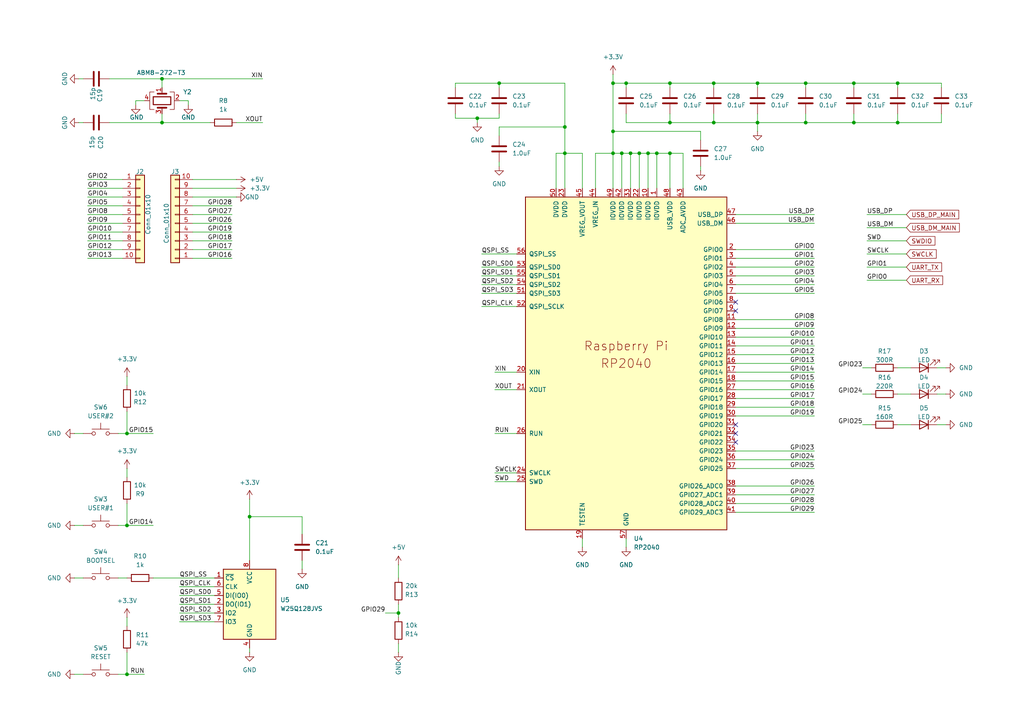
<source format=kicad_sch>
(kicad_sch
	(version 20231120)
	(generator "eeschema")
	(generator_version "8.0")
	(uuid "e5ad3609-86f0-4fc4-9ff1-9a41795bb0dc")
	(paper "A4")
	(lib_symbols
		(symbol "Connector_Generic:Conn_01x10"
			(pin_names
				(offset 1.016) hide)
			(exclude_from_sim no)
			(in_bom yes)
			(on_board yes)
			(property "Reference" "J"
				(at 0 12.7 0)
				(effects
					(font
						(size 1.27 1.27)
					)
				)
			)
			(property "Value" "Conn_01x10"
				(at 0 -15.24 0)
				(effects
					(font
						(size 1.27 1.27)
					)
				)
			)
			(property "Footprint" ""
				(at 0 0 0)
				(effects
					(font
						(size 1.27 1.27)
					)
					(hide yes)
				)
			)
			(property "Datasheet" "~"
				(at 0 0 0)
				(effects
					(font
						(size 1.27 1.27)
					)
					(hide yes)
				)
			)
			(property "Description" "Generic connector, single row, 01x10, script generated (kicad-library-utils/schlib/autogen/connector/)"
				(at 0 0 0)
				(effects
					(font
						(size 1.27 1.27)
					)
					(hide yes)
				)
			)
			(property "ki_keywords" "connector"
				(at 0 0 0)
				(effects
					(font
						(size 1.27 1.27)
					)
					(hide yes)
				)
			)
			(property "ki_fp_filters" "Connector*:*_1x??_*"
				(at 0 0 0)
				(effects
					(font
						(size 1.27 1.27)
					)
					(hide yes)
				)
			)
			(symbol "Conn_01x10_1_1"
				(rectangle
					(start -1.27 -12.573)
					(end 0 -12.827)
					(stroke
						(width 0.1524)
						(type default)
					)
					(fill
						(type none)
					)
				)
				(rectangle
					(start -1.27 -10.033)
					(end 0 -10.287)
					(stroke
						(width 0.1524)
						(type default)
					)
					(fill
						(type none)
					)
				)
				(rectangle
					(start -1.27 -7.493)
					(end 0 -7.747)
					(stroke
						(width 0.1524)
						(type default)
					)
					(fill
						(type none)
					)
				)
				(rectangle
					(start -1.27 -4.953)
					(end 0 -5.207)
					(stroke
						(width 0.1524)
						(type default)
					)
					(fill
						(type none)
					)
				)
				(rectangle
					(start -1.27 -2.413)
					(end 0 -2.667)
					(stroke
						(width 0.1524)
						(type default)
					)
					(fill
						(type none)
					)
				)
				(rectangle
					(start -1.27 0.127)
					(end 0 -0.127)
					(stroke
						(width 0.1524)
						(type default)
					)
					(fill
						(type none)
					)
				)
				(rectangle
					(start -1.27 2.667)
					(end 0 2.413)
					(stroke
						(width 0.1524)
						(type default)
					)
					(fill
						(type none)
					)
				)
				(rectangle
					(start -1.27 5.207)
					(end 0 4.953)
					(stroke
						(width 0.1524)
						(type default)
					)
					(fill
						(type none)
					)
				)
				(rectangle
					(start -1.27 7.747)
					(end 0 7.493)
					(stroke
						(width 0.1524)
						(type default)
					)
					(fill
						(type none)
					)
				)
				(rectangle
					(start -1.27 10.287)
					(end 0 10.033)
					(stroke
						(width 0.1524)
						(type default)
					)
					(fill
						(type none)
					)
				)
				(rectangle
					(start -1.27 11.43)
					(end 1.27 -13.97)
					(stroke
						(width 0.254)
						(type default)
					)
					(fill
						(type background)
					)
				)
				(pin passive line
					(at -5.08 10.16 0)
					(length 3.81)
					(name "Pin_1"
						(effects
							(font
								(size 1.27 1.27)
							)
						)
					)
					(number "1"
						(effects
							(font
								(size 1.27 1.27)
							)
						)
					)
				)
				(pin passive line
					(at -5.08 -12.7 0)
					(length 3.81)
					(name "Pin_10"
						(effects
							(font
								(size 1.27 1.27)
							)
						)
					)
					(number "10"
						(effects
							(font
								(size 1.27 1.27)
							)
						)
					)
				)
				(pin passive line
					(at -5.08 7.62 0)
					(length 3.81)
					(name "Pin_2"
						(effects
							(font
								(size 1.27 1.27)
							)
						)
					)
					(number "2"
						(effects
							(font
								(size 1.27 1.27)
							)
						)
					)
				)
				(pin passive line
					(at -5.08 5.08 0)
					(length 3.81)
					(name "Pin_3"
						(effects
							(font
								(size 1.27 1.27)
							)
						)
					)
					(number "3"
						(effects
							(font
								(size 1.27 1.27)
							)
						)
					)
				)
				(pin passive line
					(at -5.08 2.54 0)
					(length 3.81)
					(name "Pin_4"
						(effects
							(font
								(size 1.27 1.27)
							)
						)
					)
					(number "4"
						(effects
							(font
								(size 1.27 1.27)
							)
						)
					)
				)
				(pin passive line
					(at -5.08 0 0)
					(length 3.81)
					(name "Pin_5"
						(effects
							(font
								(size 1.27 1.27)
							)
						)
					)
					(number "5"
						(effects
							(font
								(size 1.27 1.27)
							)
						)
					)
				)
				(pin passive line
					(at -5.08 -2.54 0)
					(length 3.81)
					(name "Pin_6"
						(effects
							(font
								(size 1.27 1.27)
							)
						)
					)
					(number "6"
						(effects
							(font
								(size 1.27 1.27)
							)
						)
					)
				)
				(pin passive line
					(at -5.08 -5.08 0)
					(length 3.81)
					(name "Pin_7"
						(effects
							(font
								(size 1.27 1.27)
							)
						)
					)
					(number "7"
						(effects
							(font
								(size 1.27 1.27)
							)
						)
					)
				)
				(pin passive line
					(at -5.08 -7.62 0)
					(length 3.81)
					(name "Pin_8"
						(effects
							(font
								(size 1.27 1.27)
							)
						)
					)
					(number "8"
						(effects
							(font
								(size 1.27 1.27)
							)
						)
					)
				)
				(pin passive line
					(at -5.08 -10.16 0)
					(length 3.81)
					(name "Pin_9"
						(effects
							(font
								(size 1.27 1.27)
							)
						)
					)
					(number "9"
						(effects
							(font
								(size 1.27 1.27)
							)
						)
					)
				)
			)
		)
		(symbol "Device:Crystal_GND24"
			(pin_names
				(offset 1.016) hide)
			(exclude_from_sim no)
			(in_bom yes)
			(on_board yes)
			(property "Reference" "Y"
				(at 3.175 5.08 0)
				(effects
					(font
						(size 1.27 1.27)
					)
					(justify left)
				)
			)
			(property "Value" "Crystal_GND24"
				(at 3.175 3.175 0)
				(effects
					(font
						(size 1.27 1.27)
					)
					(justify left)
				)
			)
			(property "Footprint" ""
				(at 0 0 0)
				(effects
					(font
						(size 1.27 1.27)
					)
					(hide yes)
				)
			)
			(property "Datasheet" "~"
				(at 0 0 0)
				(effects
					(font
						(size 1.27 1.27)
					)
					(hide yes)
				)
			)
			(property "Description" "Four pin crystal, GND on pins 2 and 4"
				(at 0 0 0)
				(effects
					(font
						(size 1.27 1.27)
					)
					(hide yes)
				)
			)
			(property "ki_keywords" "quartz ceramic resonator oscillator"
				(at 0 0 0)
				(effects
					(font
						(size 1.27 1.27)
					)
					(hide yes)
				)
			)
			(property "ki_fp_filters" "Crystal*"
				(at 0 0 0)
				(effects
					(font
						(size 1.27 1.27)
					)
					(hide yes)
				)
			)
			(symbol "Crystal_GND24_0_1"
				(rectangle
					(start -1.143 2.54)
					(end 1.143 -2.54)
					(stroke
						(width 0.3048)
						(type default)
					)
					(fill
						(type none)
					)
				)
				(polyline
					(pts
						(xy -2.54 0) (xy -2.032 0)
					)
					(stroke
						(width 0)
						(type default)
					)
					(fill
						(type none)
					)
				)
				(polyline
					(pts
						(xy -2.032 -1.27) (xy -2.032 1.27)
					)
					(stroke
						(width 0.508)
						(type default)
					)
					(fill
						(type none)
					)
				)
				(polyline
					(pts
						(xy 0 -3.81) (xy 0 -3.556)
					)
					(stroke
						(width 0)
						(type default)
					)
					(fill
						(type none)
					)
				)
				(polyline
					(pts
						(xy 0 3.556) (xy 0 3.81)
					)
					(stroke
						(width 0)
						(type default)
					)
					(fill
						(type none)
					)
				)
				(polyline
					(pts
						(xy 2.032 -1.27) (xy 2.032 1.27)
					)
					(stroke
						(width 0.508)
						(type default)
					)
					(fill
						(type none)
					)
				)
				(polyline
					(pts
						(xy 2.032 0) (xy 2.54 0)
					)
					(stroke
						(width 0)
						(type default)
					)
					(fill
						(type none)
					)
				)
				(polyline
					(pts
						(xy -2.54 -2.286) (xy -2.54 -3.556) (xy 2.54 -3.556) (xy 2.54 -2.286)
					)
					(stroke
						(width 0)
						(type default)
					)
					(fill
						(type none)
					)
				)
				(polyline
					(pts
						(xy -2.54 2.286) (xy -2.54 3.556) (xy 2.54 3.556) (xy 2.54 2.286)
					)
					(stroke
						(width 0)
						(type default)
					)
					(fill
						(type none)
					)
				)
			)
			(symbol "Crystal_GND24_1_1"
				(pin passive line
					(at -3.81 0 0)
					(length 1.27)
					(name "1"
						(effects
							(font
								(size 1.27 1.27)
							)
						)
					)
					(number "1"
						(effects
							(font
								(size 1.27 1.27)
							)
						)
					)
				)
				(pin passive line
					(at 0 5.08 270)
					(length 1.27)
					(name "2"
						(effects
							(font
								(size 1.27 1.27)
							)
						)
					)
					(number "2"
						(effects
							(font
								(size 1.27 1.27)
							)
						)
					)
				)
				(pin passive line
					(at 3.81 0 180)
					(length 1.27)
					(name "3"
						(effects
							(font
								(size 1.27 1.27)
							)
						)
					)
					(number "3"
						(effects
							(font
								(size 1.27 1.27)
							)
						)
					)
				)
				(pin passive line
					(at 0 -5.08 90)
					(length 1.27)
					(name "4"
						(effects
							(font
								(size 1.27 1.27)
							)
						)
					)
					(number "4"
						(effects
							(font
								(size 1.27 1.27)
							)
						)
					)
				)
			)
		)
		(symbol "Device:LED"
			(pin_numbers hide)
			(pin_names
				(offset 1.016) hide)
			(exclude_from_sim no)
			(in_bom yes)
			(on_board yes)
			(property "Reference" "D"
				(at 0 2.54 0)
				(effects
					(font
						(size 1.27 1.27)
					)
				)
			)
			(property "Value" "LED"
				(at 0 -2.54 0)
				(effects
					(font
						(size 1.27 1.27)
					)
				)
			)
			(property "Footprint" ""
				(at 0 0 0)
				(effects
					(font
						(size 1.27 1.27)
					)
					(hide yes)
				)
			)
			(property "Datasheet" "~"
				(at 0 0 0)
				(effects
					(font
						(size 1.27 1.27)
					)
					(hide yes)
				)
			)
			(property "Description" "Light emitting diode"
				(at 0 0 0)
				(effects
					(font
						(size 1.27 1.27)
					)
					(hide yes)
				)
			)
			(property "ki_keywords" "LED diode"
				(at 0 0 0)
				(effects
					(font
						(size 1.27 1.27)
					)
					(hide yes)
				)
			)
			(property "ki_fp_filters" "LED* LED_SMD:* LED_THT:*"
				(at 0 0 0)
				(effects
					(font
						(size 1.27 1.27)
					)
					(hide yes)
				)
			)
			(symbol "LED_0_1"
				(polyline
					(pts
						(xy -1.27 -1.27) (xy -1.27 1.27)
					)
					(stroke
						(width 0.254)
						(type default)
					)
					(fill
						(type none)
					)
				)
				(polyline
					(pts
						(xy -1.27 0) (xy 1.27 0)
					)
					(stroke
						(width 0)
						(type default)
					)
					(fill
						(type none)
					)
				)
				(polyline
					(pts
						(xy 1.27 -1.27) (xy 1.27 1.27) (xy -1.27 0) (xy 1.27 -1.27)
					)
					(stroke
						(width 0.254)
						(type default)
					)
					(fill
						(type none)
					)
				)
				(polyline
					(pts
						(xy -3.048 -0.762) (xy -4.572 -2.286) (xy -3.81 -2.286) (xy -4.572 -2.286) (xy -4.572 -1.524)
					)
					(stroke
						(width 0)
						(type default)
					)
					(fill
						(type none)
					)
				)
				(polyline
					(pts
						(xy -1.778 -0.762) (xy -3.302 -2.286) (xy -2.54 -2.286) (xy -3.302 -2.286) (xy -3.302 -1.524)
					)
					(stroke
						(width 0)
						(type default)
					)
					(fill
						(type none)
					)
				)
			)
			(symbol "LED_1_1"
				(pin passive line
					(at -3.81 0 0)
					(length 2.54)
					(name "K"
						(effects
							(font
								(size 1.27 1.27)
							)
						)
					)
					(number "1"
						(effects
							(font
								(size 1.27 1.27)
							)
						)
					)
				)
				(pin passive line
					(at 3.81 0 180)
					(length 2.54)
					(name "A"
						(effects
							(font
								(size 1.27 1.27)
							)
						)
					)
					(number "2"
						(effects
							(font
								(size 1.27 1.27)
							)
						)
					)
				)
			)
		)
		(symbol "MCU_RaspberryPi_RP2040:RP2040"
			(pin_names
				(offset 1.016)
			)
			(exclude_from_sim no)
			(in_bom yes)
			(on_board yes)
			(property "Reference" "U"
				(at -29.21 49.53 0)
				(effects
					(font
						(size 1.27 1.27)
					)
				)
			)
			(property "Value" "RP2040"
				(at 24.13 -49.53 0)
				(effects
					(font
						(size 1.27 1.27)
					)
				)
			)
			(property "Footprint" "RP2040_minimal:RP2040-QFN-56"
				(at -19.05 0 0)
				(effects
					(font
						(size 1.27 1.27)
					)
					(hide yes)
				)
			)
			(property "Datasheet" ""
				(at -19.05 0 0)
				(effects
					(font
						(size 1.27 1.27)
					)
					(hide yes)
				)
			)
			(property "Description" ""
				(at 0 0 0)
				(effects
					(font
						(size 1.27 1.27)
					)
					(hide yes)
				)
			)
			(symbol "RP2040_0_0"
				(text "Raspberry Pi"
					(at 0 5.08 0)
					(effects
						(font
							(size 2.54 2.54)
						)
					)
				)
				(text "RP2040"
					(at 0 0 0)
					(effects
						(font
							(size 2.54 2.54)
						)
					)
				)
			)
			(symbol "RP2040_0_1"
				(rectangle
					(start 29.21 48.26)
					(end -29.21 -48.26)
					(stroke
						(width 0.254)
						(type solid)
					)
					(fill
						(type background)
					)
				)
			)
			(symbol "RP2040_1_1"
				(pin power_in line
					(at 8.89 50.8 270)
					(length 2.54)
					(name "IOVDD"
						(effects
							(font
								(size 1.27 1.27)
							)
						)
					)
					(number "1"
						(effects
							(font
								(size 1.27 1.27)
							)
						)
					)
				)
				(pin power_in line
					(at 6.35 50.8 270)
					(length 2.54)
					(name "IOVDD"
						(effects
							(font
								(size 1.27 1.27)
							)
						)
					)
					(number "10"
						(effects
							(font
								(size 1.27 1.27)
							)
						)
					)
				)
				(pin bidirectional line
					(at 31.75 12.7 180)
					(length 2.54)
					(name "GPIO8"
						(effects
							(font
								(size 1.27 1.27)
							)
						)
					)
					(number "11"
						(effects
							(font
								(size 1.27 1.27)
							)
						)
					)
				)
				(pin bidirectional line
					(at 31.75 10.16 180)
					(length 2.54)
					(name "GPIO9"
						(effects
							(font
								(size 1.27 1.27)
							)
						)
					)
					(number "12"
						(effects
							(font
								(size 1.27 1.27)
							)
						)
					)
				)
				(pin bidirectional line
					(at 31.75 7.62 180)
					(length 2.54)
					(name "GPIO10"
						(effects
							(font
								(size 1.27 1.27)
							)
						)
					)
					(number "13"
						(effects
							(font
								(size 1.27 1.27)
							)
						)
					)
				)
				(pin bidirectional line
					(at 31.75 5.08 180)
					(length 2.54)
					(name "GPIO11"
						(effects
							(font
								(size 1.27 1.27)
							)
						)
					)
					(number "14"
						(effects
							(font
								(size 1.27 1.27)
							)
						)
					)
				)
				(pin bidirectional line
					(at 31.75 2.54 180)
					(length 2.54)
					(name "GPIO12"
						(effects
							(font
								(size 1.27 1.27)
							)
						)
					)
					(number "15"
						(effects
							(font
								(size 1.27 1.27)
							)
						)
					)
				)
				(pin bidirectional line
					(at 31.75 0 180)
					(length 2.54)
					(name "GPIO13"
						(effects
							(font
								(size 1.27 1.27)
							)
						)
					)
					(number "16"
						(effects
							(font
								(size 1.27 1.27)
							)
						)
					)
				)
				(pin bidirectional line
					(at 31.75 -2.54 180)
					(length 2.54)
					(name "GPIO14"
						(effects
							(font
								(size 1.27 1.27)
							)
						)
					)
					(number "17"
						(effects
							(font
								(size 1.27 1.27)
							)
						)
					)
				)
				(pin bidirectional line
					(at 31.75 -5.08 180)
					(length 2.54)
					(name "GPIO15"
						(effects
							(font
								(size 1.27 1.27)
							)
						)
					)
					(number "18"
						(effects
							(font
								(size 1.27 1.27)
							)
						)
					)
				)
				(pin passive line
					(at -12.7 -50.8 90)
					(length 2.54)
					(name "TESTEN"
						(effects
							(font
								(size 1.27 1.27)
							)
						)
					)
					(number "19"
						(effects
							(font
								(size 1.27 1.27)
							)
						)
					)
				)
				(pin bidirectional line
					(at 31.75 33.02 180)
					(length 2.54)
					(name "GPIO0"
						(effects
							(font
								(size 1.27 1.27)
							)
						)
					)
					(number "2"
						(effects
							(font
								(size 1.27 1.27)
							)
						)
					)
				)
				(pin input line
					(at -31.75 -2.54 0)
					(length 2.54)
					(name "XIN"
						(effects
							(font
								(size 1.27 1.27)
							)
						)
					)
					(number "20"
						(effects
							(font
								(size 1.27 1.27)
							)
						)
					)
				)
				(pin passive line
					(at -31.75 -7.62 0)
					(length 2.54)
					(name "XOUT"
						(effects
							(font
								(size 1.27 1.27)
							)
						)
					)
					(number "21"
						(effects
							(font
								(size 1.27 1.27)
							)
						)
					)
				)
				(pin power_in line
					(at 3.81 50.8 270)
					(length 2.54)
					(name "IOVDD"
						(effects
							(font
								(size 1.27 1.27)
							)
						)
					)
					(number "22"
						(effects
							(font
								(size 1.27 1.27)
							)
						)
					)
				)
				(pin power_in line
					(at -17.78 50.8 270)
					(length 2.54)
					(name "DVDD"
						(effects
							(font
								(size 1.27 1.27)
							)
						)
					)
					(number "23"
						(effects
							(font
								(size 1.27 1.27)
							)
						)
					)
				)
				(pin output line
					(at -31.75 -31.75 0)
					(length 2.54)
					(name "SWCLK"
						(effects
							(font
								(size 1.27 1.27)
							)
						)
					)
					(number "24"
						(effects
							(font
								(size 1.27 1.27)
							)
						)
					)
				)
				(pin bidirectional line
					(at -31.75 -34.29 0)
					(length 2.54)
					(name "SWD"
						(effects
							(font
								(size 1.27 1.27)
							)
						)
					)
					(number "25"
						(effects
							(font
								(size 1.27 1.27)
							)
						)
					)
				)
				(pin input line
					(at -31.75 -20.32 0)
					(length 2.54)
					(name "RUN"
						(effects
							(font
								(size 1.27 1.27)
							)
						)
					)
					(number "26"
						(effects
							(font
								(size 1.27 1.27)
							)
						)
					)
				)
				(pin bidirectional line
					(at 31.75 -7.62 180)
					(length 2.54)
					(name "GPIO16"
						(effects
							(font
								(size 1.27 1.27)
							)
						)
					)
					(number "27"
						(effects
							(font
								(size 1.27 1.27)
							)
						)
					)
				)
				(pin bidirectional line
					(at 31.75 -10.16 180)
					(length 2.54)
					(name "GPIO17"
						(effects
							(font
								(size 1.27 1.27)
							)
						)
					)
					(number "28"
						(effects
							(font
								(size 1.27 1.27)
							)
						)
					)
				)
				(pin bidirectional line
					(at 31.75 -12.7 180)
					(length 2.54)
					(name "GPIO18"
						(effects
							(font
								(size 1.27 1.27)
							)
						)
					)
					(number "29"
						(effects
							(font
								(size 1.27 1.27)
							)
						)
					)
				)
				(pin bidirectional line
					(at 31.75 30.48 180)
					(length 2.54)
					(name "GPIO1"
						(effects
							(font
								(size 1.27 1.27)
							)
						)
					)
					(number "3"
						(effects
							(font
								(size 1.27 1.27)
							)
						)
					)
				)
				(pin bidirectional line
					(at 31.75 -15.24 180)
					(length 2.54)
					(name "GPIO19"
						(effects
							(font
								(size 1.27 1.27)
							)
						)
					)
					(number "30"
						(effects
							(font
								(size 1.27 1.27)
							)
						)
					)
				)
				(pin bidirectional line
					(at 31.75 -17.78 180)
					(length 2.54)
					(name "GPIO20"
						(effects
							(font
								(size 1.27 1.27)
							)
						)
					)
					(number "31"
						(effects
							(font
								(size 1.27 1.27)
							)
						)
					)
				)
				(pin bidirectional line
					(at 31.75 -20.32 180)
					(length 2.54)
					(name "GPIO21"
						(effects
							(font
								(size 1.27 1.27)
							)
						)
					)
					(number "32"
						(effects
							(font
								(size 1.27 1.27)
							)
						)
					)
				)
				(pin power_in line
					(at 1.27 50.8 270)
					(length 2.54)
					(name "IOVDD"
						(effects
							(font
								(size 1.27 1.27)
							)
						)
					)
					(number "33"
						(effects
							(font
								(size 1.27 1.27)
							)
						)
					)
				)
				(pin bidirectional line
					(at 31.75 -22.86 180)
					(length 2.54)
					(name "GPIO22"
						(effects
							(font
								(size 1.27 1.27)
							)
						)
					)
					(number "34"
						(effects
							(font
								(size 1.27 1.27)
							)
						)
					)
				)
				(pin bidirectional line
					(at 31.75 -25.4 180)
					(length 2.54)
					(name "GPIO23"
						(effects
							(font
								(size 1.27 1.27)
							)
						)
					)
					(number "35"
						(effects
							(font
								(size 1.27 1.27)
							)
						)
					)
				)
				(pin bidirectional line
					(at 31.75 -27.94 180)
					(length 2.54)
					(name "GPIO24"
						(effects
							(font
								(size 1.27 1.27)
							)
						)
					)
					(number "36"
						(effects
							(font
								(size 1.27 1.27)
							)
						)
					)
				)
				(pin bidirectional line
					(at 31.75 -30.48 180)
					(length 2.54)
					(name "GPIO25"
						(effects
							(font
								(size 1.27 1.27)
							)
						)
					)
					(number "37"
						(effects
							(font
								(size 1.27 1.27)
							)
						)
					)
				)
				(pin bidirectional line
					(at 31.75 -35.56 180)
					(length 2.54)
					(name "GPIO26_ADC0"
						(effects
							(font
								(size 1.27 1.27)
							)
						)
					)
					(number "38"
						(effects
							(font
								(size 1.27 1.27)
							)
						)
					)
				)
				(pin bidirectional line
					(at 31.75 -38.1 180)
					(length 2.54)
					(name "GPIO27_ADC1"
						(effects
							(font
								(size 1.27 1.27)
							)
						)
					)
					(number "39"
						(effects
							(font
								(size 1.27 1.27)
							)
						)
					)
				)
				(pin bidirectional line
					(at 31.75 27.94 180)
					(length 2.54)
					(name "GPIO2"
						(effects
							(font
								(size 1.27 1.27)
							)
						)
					)
					(number "4"
						(effects
							(font
								(size 1.27 1.27)
							)
						)
					)
				)
				(pin bidirectional line
					(at 31.75 -40.64 180)
					(length 2.54)
					(name "GPIO28_ADC2"
						(effects
							(font
								(size 1.27 1.27)
							)
						)
					)
					(number "40"
						(effects
							(font
								(size 1.27 1.27)
							)
						)
					)
				)
				(pin bidirectional line
					(at 31.75 -43.18 180)
					(length 2.54)
					(name "GPIO29_ADC3"
						(effects
							(font
								(size 1.27 1.27)
							)
						)
					)
					(number "41"
						(effects
							(font
								(size 1.27 1.27)
							)
						)
					)
				)
				(pin power_in line
					(at -1.27 50.8 270)
					(length 2.54)
					(name "IOVDD"
						(effects
							(font
								(size 1.27 1.27)
							)
						)
					)
					(number "42"
						(effects
							(font
								(size 1.27 1.27)
							)
						)
					)
				)
				(pin power_in line
					(at 16.51 50.8 270)
					(length 2.54)
					(name "ADC_AVDD"
						(effects
							(font
								(size 1.27 1.27)
							)
						)
					)
					(number "43"
						(effects
							(font
								(size 1.27 1.27)
							)
						)
					)
				)
				(pin power_in line
					(at -8.89 50.8 270)
					(length 2.54)
					(name "VREG_IN"
						(effects
							(font
								(size 1.27 1.27)
							)
						)
					)
					(number "44"
						(effects
							(font
								(size 1.27 1.27)
							)
						)
					)
				)
				(pin power_out line
					(at -12.7 50.8 270)
					(length 2.54)
					(name "VREG_VOUT"
						(effects
							(font
								(size 1.27 1.27)
							)
						)
					)
					(number "45"
						(effects
							(font
								(size 1.27 1.27)
							)
						)
					)
				)
				(pin bidirectional line
					(at 31.75 40.64 180)
					(length 2.54)
					(name "USB_DM"
						(effects
							(font
								(size 1.27 1.27)
							)
						)
					)
					(number "46"
						(effects
							(font
								(size 1.27 1.27)
							)
						)
					)
				)
				(pin bidirectional line
					(at 31.75 43.18 180)
					(length 2.54)
					(name "USB_DP"
						(effects
							(font
								(size 1.27 1.27)
							)
						)
					)
					(number "47"
						(effects
							(font
								(size 1.27 1.27)
							)
						)
					)
				)
				(pin power_in line
					(at 12.7 50.8 270)
					(length 2.54)
					(name "USB_VDD"
						(effects
							(font
								(size 1.27 1.27)
							)
						)
					)
					(number "48"
						(effects
							(font
								(size 1.27 1.27)
							)
						)
					)
				)
				(pin power_in line
					(at -3.81 50.8 270)
					(length 2.54)
					(name "IOVDD"
						(effects
							(font
								(size 1.27 1.27)
							)
						)
					)
					(number "49"
						(effects
							(font
								(size 1.27 1.27)
							)
						)
					)
				)
				(pin bidirectional line
					(at 31.75 25.4 180)
					(length 2.54)
					(name "GPIO3"
						(effects
							(font
								(size 1.27 1.27)
							)
						)
					)
					(number "5"
						(effects
							(font
								(size 1.27 1.27)
							)
						)
					)
				)
				(pin power_in line
					(at -20.32 50.8 270)
					(length 2.54)
					(name "DVDD"
						(effects
							(font
								(size 1.27 1.27)
							)
						)
					)
					(number "50"
						(effects
							(font
								(size 1.27 1.27)
							)
						)
					)
				)
				(pin bidirectional line
					(at -31.75 20.32 0)
					(length 2.54)
					(name "QSPI_SD3"
						(effects
							(font
								(size 1.27 1.27)
							)
						)
					)
					(number "51"
						(effects
							(font
								(size 1.27 1.27)
							)
						)
					)
				)
				(pin output line
					(at -31.75 16.51 0)
					(length 2.54)
					(name "QSPI_SCLK"
						(effects
							(font
								(size 1.27 1.27)
							)
						)
					)
					(number "52"
						(effects
							(font
								(size 1.27 1.27)
							)
						)
					)
				)
				(pin bidirectional line
					(at -31.75 27.94 0)
					(length 2.54)
					(name "QSPI_SD0"
						(effects
							(font
								(size 1.27 1.27)
							)
						)
					)
					(number "53"
						(effects
							(font
								(size 1.27 1.27)
							)
						)
					)
				)
				(pin bidirectional line
					(at -31.75 22.86 0)
					(length 2.54)
					(name "QSPI_SD2"
						(effects
							(font
								(size 1.27 1.27)
							)
						)
					)
					(number "54"
						(effects
							(font
								(size 1.27 1.27)
							)
						)
					)
				)
				(pin bidirectional line
					(at -31.75 25.4 0)
					(length 2.54)
					(name "QSPI_SD1"
						(effects
							(font
								(size 1.27 1.27)
							)
						)
					)
					(number "55"
						(effects
							(font
								(size 1.27 1.27)
							)
						)
					)
				)
				(pin bidirectional line
					(at -31.75 31.75 0)
					(length 2.54)
					(name "QSPI_SS"
						(effects
							(font
								(size 1.27 1.27)
							)
						)
					)
					(number "56"
						(effects
							(font
								(size 1.27 1.27)
							)
						)
					)
				)
				(pin power_in line
					(at 0 -50.8 90)
					(length 2.54)
					(name "GND"
						(effects
							(font
								(size 1.27 1.27)
							)
						)
					)
					(number "57"
						(effects
							(font
								(size 1.27 1.27)
							)
						)
					)
				)
				(pin bidirectional line
					(at 31.75 22.86 180)
					(length 2.54)
					(name "GPIO4"
						(effects
							(font
								(size 1.27 1.27)
							)
						)
					)
					(number "6"
						(effects
							(font
								(size 1.27 1.27)
							)
						)
					)
				)
				(pin bidirectional line
					(at 31.75 20.32 180)
					(length 2.54)
					(name "GPIO5"
						(effects
							(font
								(size 1.27 1.27)
							)
						)
					)
					(number "7"
						(effects
							(font
								(size 1.27 1.27)
							)
						)
					)
				)
				(pin bidirectional line
					(at 31.75 17.78 180)
					(length 2.54)
					(name "GPIO6"
						(effects
							(font
								(size 1.27 1.27)
							)
						)
					)
					(number "8"
						(effects
							(font
								(size 1.27 1.27)
							)
						)
					)
				)
				(pin bidirectional line
					(at 31.75 15.24 180)
					(length 2.54)
					(name "GPIO7"
						(effects
							(font
								(size 1.27 1.27)
							)
						)
					)
					(number "9"
						(effects
							(font
								(size 1.27 1.27)
							)
						)
					)
				)
			)
		)
		(symbol "Memory_Flash:W25Q128JVS"
			(exclude_from_sim no)
			(in_bom yes)
			(on_board yes)
			(property "Reference" "U"
				(at -8.89 8.89 0)
				(effects
					(font
						(size 1.27 1.27)
					)
				)
			)
			(property "Value" "W25Q128JVS"
				(at 7.62 8.89 0)
				(effects
					(font
						(size 1.27 1.27)
					)
				)
			)
			(property "Footprint" "Package_SO:SOIC-8_5.23x5.23mm_P1.27mm"
				(at 0 0 0)
				(effects
					(font
						(size 1.27 1.27)
					)
					(hide yes)
				)
			)
			(property "Datasheet" "http://www.winbond.com/resource-files/w25q128jv_dtr%20revc%2003272018%20plus.pdf"
				(at 0 0 0)
				(effects
					(font
						(size 1.27 1.27)
					)
					(hide yes)
				)
			)
			(property "Description" "128Mb Serial Flash Memory, Standard/Dual/Quad SPI, SOIC-8"
				(at 0 0 0)
				(effects
					(font
						(size 1.27 1.27)
					)
					(hide yes)
				)
			)
			(property "ki_keywords" "flash memory SPI QPI DTR"
				(at 0 0 0)
				(effects
					(font
						(size 1.27 1.27)
					)
					(hide yes)
				)
			)
			(property "ki_fp_filters" "SOIC*5.23x5.23mm*P1.27mm*"
				(at 0 0 0)
				(effects
					(font
						(size 1.27 1.27)
					)
					(hide yes)
				)
			)
			(symbol "W25Q128JVS_0_1"
				(rectangle
					(start -7.62 10.16)
					(end 7.62 -10.16)
					(stroke
						(width 0.254)
						(type default)
					)
					(fill
						(type background)
					)
				)
			)
			(symbol "W25Q128JVS_1_1"
				(pin input line
					(at -10.16 7.62 0)
					(length 2.54)
					(name "~{CS}"
						(effects
							(font
								(size 1.27 1.27)
							)
						)
					)
					(number "1"
						(effects
							(font
								(size 1.27 1.27)
							)
						)
					)
				)
				(pin bidirectional line
					(at -10.16 0 0)
					(length 2.54)
					(name "DO(IO1)"
						(effects
							(font
								(size 1.27 1.27)
							)
						)
					)
					(number "2"
						(effects
							(font
								(size 1.27 1.27)
							)
						)
					)
				)
				(pin bidirectional line
					(at -10.16 -2.54 0)
					(length 2.54)
					(name "IO2"
						(effects
							(font
								(size 1.27 1.27)
							)
						)
					)
					(number "3"
						(effects
							(font
								(size 1.27 1.27)
							)
						)
					)
				)
				(pin power_in line
					(at 0 -12.7 90)
					(length 2.54)
					(name "GND"
						(effects
							(font
								(size 1.27 1.27)
							)
						)
					)
					(number "4"
						(effects
							(font
								(size 1.27 1.27)
							)
						)
					)
				)
				(pin bidirectional line
					(at -10.16 2.54 0)
					(length 2.54)
					(name "DI(IO0)"
						(effects
							(font
								(size 1.27 1.27)
							)
						)
					)
					(number "5"
						(effects
							(font
								(size 1.27 1.27)
							)
						)
					)
				)
				(pin input line
					(at -10.16 5.08 0)
					(length 2.54)
					(name "CLK"
						(effects
							(font
								(size 1.27 1.27)
							)
						)
					)
					(number "6"
						(effects
							(font
								(size 1.27 1.27)
							)
						)
					)
				)
				(pin bidirectional line
					(at -10.16 -5.08 0)
					(length 2.54)
					(name "IO3"
						(effects
							(font
								(size 1.27 1.27)
							)
						)
					)
					(number "7"
						(effects
							(font
								(size 1.27 1.27)
							)
						)
					)
				)
				(pin power_in line
					(at 0 12.7 270)
					(length 2.54)
					(name "VCC"
						(effects
							(font
								(size 1.27 1.27)
							)
						)
					)
					(number "8"
						(effects
							(font
								(size 1.27 1.27)
							)
						)
					)
				)
			)
		)
		(symbol "PCM_Capacitor_AKL:C_0603"
			(pin_numbers hide)
			(pin_names
				(offset 0.254)
			)
			(exclude_from_sim no)
			(in_bom yes)
			(on_board yes)
			(property "Reference" "C"
				(at 0.635 2.54 0)
				(effects
					(font
						(size 1.27 1.27)
					)
					(justify left)
				)
			)
			(property "Value" "C_0603"
				(at 0.635 -2.54 0)
				(effects
					(font
						(size 1.27 1.27)
					)
					(justify left)
				)
			)
			(property "Footprint" "Capacitor_SMD_AKL:C_0603_1608Metric"
				(at 0.9652 -3.81 0)
				(effects
					(font
						(size 1.27 1.27)
					)
					(hide yes)
				)
			)
			(property "Datasheet" "~"
				(at 0 0 0)
				(effects
					(font
						(size 1.27 1.27)
					)
					(hide yes)
				)
			)
			(property "Description" "SMD 0603 MLCC capacitor, Alternate KiCad Library"
				(at 0 0 0)
				(effects
					(font
						(size 1.27 1.27)
					)
					(hide yes)
				)
			)
			(property "ki_keywords" "cap capacitor ceramic chip mlcc smd 0603"
				(at 0 0 0)
				(effects
					(font
						(size 1.27 1.27)
					)
					(hide yes)
				)
			)
			(property "ki_fp_filters" "C_*"
				(at 0 0 0)
				(effects
					(font
						(size 1.27 1.27)
					)
					(hide yes)
				)
			)
			(symbol "C_0603_0_1"
				(polyline
					(pts
						(xy -2.032 -0.762) (xy 2.032 -0.762)
					)
					(stroke
						(width 0.508)
						(type default)
					)
					(fill
						(type none)
					)
				)
				(polyline
					(pts
						(xy -2.032 0.762) (xy 2.032 0.762)
					)
					(stroke
						(width 0.508)
						(type default)
					)
					(fill
						(type none)
					)
				)
			)
			(symbol "C_0603_1_1"
				(pin passive line
					(at 0 3.81 270)
					(length 2.794)
					(name "~"
						(effects
							(font
								(size 1.27 1.27)
							)
						)
					)
					(number "1"
						(effects
							(font
								(size 1.27 1.27)
							)
						)
					)
				)
				(pin passive line
					(at 0 -3.81 90)
					(length 2.794)
					(name "~"
						(effects
							(font
								(size 1.27 1.27)
							)
						)
					)
					(number "2"
						(effects
							(font
								(size 1.27 1.27)
							)
						)
					)
				)
			)
		)
		(symbol "PCM_Capacitor_AKL:C_Generic"
			(pin_numbers hide)
			(pin_names
				(offset 0.254)
			)
			(exclude_from_sim no)
			(in_bom yes)
			(on_board yes)
			(property "Reference" "C"
				(at 0.635 2.54 0)
				(effects
					(font
						(size 1.27 1.27)
					)
					(justify left)
				)
			)
			(property "Value" "C_Generic"
				(at 0.635 -2.54 0)
				(effects
					(font
						(size 1.27 1.27)
					)
					(justify left)
				)
			)
			(property "Footprint" ""
				(at 0.9652 -3.81 0)
				(effects
					(font
						(size 1.27 1.27)
					)
					(hide yes)
				)
			)
			(property "Datasheet" "~"
				(at 0 0 0)
				(effects
					(font
						(size 1.27 1.27)
					)
					(hide yes)
				)
			)
			(property "Description" "Unpolarized capacitor, Generic Symbol, Alternate KiCad Library"
				(at 0 0 0)
				(effects
					(font
						(size 1.27 1.27)
					)
					(hide yes)
				)
			)
			(property "ki_keywords" "cap capacitor generic"
				(at 0 0 0)
				(effects
					(font
						(size 1.27 1.27)
					)
					(hide yes)
				)
			)
			(property "ki_fp_filters" "C_*"
				(at 0 0 0)
				(effects
					(font
						(size 1.27 1.27)
					)
					(hide yes)
				)
			)
			(symbol "C_Generic_0_1"
				(polyline
					(pts
						(xy -2.032 -0.762) (xy 2.032 -0.762)
					)
					(stroke
						(width 0.508)
						(type default)
					)
					(fill
						(type none)
					)
				)
				(polyline
					(pts
						(xy -2.032 0.762) (xy 2.032 0.762)
					)
					(stroke
						(width 0.508)
						(type default)
					)
					(fill
						(type none)
					)
				)
			)
			(symbol "C_Generic_1_1"
				(pin passive line
					(at 0 3.81 270)
					(length 2.794)
					(name "~"
						(effects
							(font
								(size 1.27 1.27)
							)
						)
					)
					(number "1"
						(effects
							(font
								(size 1.27 1.27)
							)
						)
					)
				)
				(pin passive line
					(at 0 -3.81 90)
					(length 2.794)
					(name "~"
						(effects
							(font
								(size 1.27 1.27)
							)
						)
					)
					(number "2"
						(effects
							(font
								(size 1.27 1.27)
							)
						)
					)
				)
			)
		)
		(symbol "PCM_Resistor_AKL:R_Generic"
			(pin_numbers hide)
			(pin_names
				(offset 0)
			)
			(exclude_from_sim no)
			(in_bom yes)
			(on_board yes)
			(property "Reference" "R"
				(at 2.54 1.27 0)
				(effects
					(font
						(size 1.27 1.27)
					)
					(justify left)
				)
			)
			(property "Value" "R_Generic"
				(at 2.54 -1.27 0)
				(effects
					(font
						(size 1.27 1.27)
					)
					(justify left)
				)
			)
			(property "Footprint" ""
				(at -1.778 0 90)
				(effects
					(font
						(size 1.27 1.27)
					)
					(hide yes)
				)
			)
			(property "Datasheet" "~"
				(at 0 0 0)
				(effects
					(font
						(size 1.27 1.27)
					)
					(hide yes)
				)
			)
			(property "Description" "Resistor, Generic European Symbol, Alternate KiCad Library"
				(at 0 0 0)
				(effects
					(font
						(size 1.27 1.27)
					)
					(hide yes)
				)
			)
			(property "ki_keywords" "R res resistor eu"
				(at 0 0 0)
				(effects
					(font
						(size 1.27 1.27)
					)
					(hide yes)
				)
			)
			(property "ki_fp_filters" "R_*"
				(at 0 0 0)
				(effects
					(font
						(size 1.27 1.27)
					)
					(hide yes)
				)
			)
			(symbol "R_Generic_0_1"
				(rectangle
					(start -1.016 -2.54)
					(end 1.016 2.54)
					(stroke
						(width 0.254)
						(type default)
					)
					(fill
						(type none)
					)
				)
			)
			(symbol "R_Generic_1_1"
				(pin passive line
					(at 0 3.81 270)
					(length 1.27)
					(name "~"
						(effects
							(font
								(size 1.27 1.27)
							)
						)
					)
					(number "1"
						(effects
							(font
								(size 1.27 1.27)
							)
						)
					)
				)
				(pin passive line
					(at 0 -3.81 90)
					(length 1.27)
					(name "~"
						(effects
							(font
								(size 1.27 1.27)
							)
						)
					)
					(number "2"
						(effects
							(font
								(size 1.27 1.27)
							)
						)
					)
				)
			)
		)
		(symbol "Switch:SW_Push"
			(pin_numbers hide)
			(pin_names
				(offset 1.016) hide)
			(exclude_from_sim no)
			(in_bom yes)
			(on_board yes)
			(property "Reference" "SW"
				(at 1.27 2.54 0)
				(effects
					(font
						(size 1.27 1.27)
					)
					(justify left)
				)
			)
			(property "Value" "SW_Push"
				(at 0 -1.524 0)
				(effects
					(font
						(size 1.27 1.27)
					)
				)
			)
			(property "Footprint" ""
				(at 0 5.08 0)
				(effects
					(font
						(size 1.27 1.27)
					)
					(hide yes)
				)
			)
			(property "Datasheet" "~"
				(at 0 5.08 0)
				(effects
					(font
						(size 1.27 1.27)
					)
					(hide yes)
				)
			)
			(property "Description" "Push button switch, generic, two pins"
				(at 0 0 0)
				(effects
					(font
						(size 1.27 1.27)
					)
					(hide yes)
				)
			)
			(property "ki_keywords" "switch normally-open pushbutton push-button"
				(at 0 0 0)
				(effects
					(font
						(size 1.27 1.27)
					)
					(hide yes)
				)
			)
			(symbol "SW_Push_0_1"
				(circle
					(center -2.032 0)
					(radius 0.508)
					(stroke
						(width 0)
						(type default)
					)
					(fill
						(type none)
					)
				)
				(polyline
					(pts
						(xy 0 1.27) (xy 0 3.048)
					)
					(stroke
						(width 0)
						(type default)
					)
					(fill
						(type none)
					)
				)
				(polyline
					(pts
						(xy 2.54 1.27) (xy -2.54 1.27)
					)
					(stroke
						(width 0)
						(type default)
					)
					(fill
						(type none)
					)
				)
				(circle
					(center 2.032 0)
					(radius 0.508)
					(stroke
						(width 0)
						(type default)
					)
					(fill
						(type none)
					)
				)
				(pin passive line
					(at -5.08 0 0)
					(length 2.54)
					(name "1"
						(effects
							(font
								(size 1.27 1.27)
							)
						)
					)
					(number "1"
						(effects
							(font
								(size 1.27 1.27)
							)
						)
					)
				)
				(pin passive line
					(at 5.08 0 180)
					(length 2.54)
					(name "2"
						(effects
							(font
								(size 1.27 1.27)
							)
						)
					)
					(number "2"
						(effects
							(font
								(size 1.27 1.27)
							)
						)
					)
				)
			)
		)
		(symbol "power:+3.3V"
			(power)
			(pin_numbers hide)
			(pin_names
				(offset 0) hide)
			(exclude_from_sim no)
			(in_bom yes)
			(on_board yes)
			(property "Reference" "#PWR"
				(at 0 -3.81 0)
				(effects
					(font
						(size 1.27 1.27)
					)
					(hide yes)
				)
			)
			(property "Value" "+3.3V"
				(at 0 3.556 0)
				(effects
					(font
						(size 1.27 1.27)
					)
				)
			)
			(property "Footprint" ""
				(at 0 0 0)
				(effects
					(font
						(size 1.27 1.27)
					)
					(hide yes)
				)
			)
			(property "Datasheet" ""
				(at 0 0 0)
				(effects
					(font
						(size 1.27 1.27)
					)
					(hide yes)
				)
			)
			(property "Description" "Power symbol creates a global label with name \"+3.3V\""
				(at 0 0 0)
				(effects
					(font
						(size 1.27 1.27)
					)
					(hide yes)
				)
			)
			(property "ki_keywords" "global power"
				(at 0 0 0)
				(effects
					(font
						(size 1.27 1.27)
					)
					(hide yes)
				)
			)
			(symbol "+3.3V_0_1"
				(polyline
					(pts
						(xy -0.762 1.27) (xy 0 2.54)
					)
					(stroke
						(width 0)
						(type default)
					)
					(fill
						(type none)
					)
				)
				(polyline
					(pts
						(xy 0 0) (xy 0 2.54)
					)
					(stroke
						(width 0)
						(type default)
					)
					(fill
						(type none)
					)
				)
				(polyline
					(pts
						(xy 0 2.54) (xy 0.762 1.27)
					)
					(stroke
						(width 0)
						(type default)
					)
					(fill
						(type none)
					)
				)
			)
			(symbol "+3.3V_1_1"
				(pin power_in line
					(at 0 0 90)
					(length 0)
					(name "~"
						(effects
							(font
								(size 1.27 1.27)
							)
						)
					)
					(number "1"
						(effects
							(font
								(size 1.27 1.27)
							)
						)
					)
				)
			)
		)
		(symbol "power:+5V"
			(power)
			(pin_numbers hide)
			(pin_names
				(offset 0) hide)
			(exclude_from_sim no)
			(in_bom yes)
			(on_board yes)
			(property "Reference" "#PWR"
				(at 0 -3.81 0)
				(effects
					(font
						(size 1.27 1.27)
					)
					(hide yes)
				)
			)
			(property "Value" "+5V"
				(at 0 3.556 0)
				(effects
					(font
						(size 1.27 1.27)
					)
				)
			)
			(property "Footprint" ""
				(at 0 0 0)
				(effects
					(font
						(size 1.27 1.27)
					)
					(hide yes)
				)
			)
			(property "Datasheet" ""
				(at 0 0 0)
				(effects
					(font
						(size 1.27 1.27)
					)
					(hide yes)
				)
			)
			(property "Description" "Power symbol creates a global label with name \"+5V\""
				(at 0 0 0)
				(effects
					(font
						(size 1.27 1.27)
					)
					(hide yes)
				)
			)
			(property "ki_keywords" "global power"
				(at 0 0 0)
				(effects
					(font
						(size 1.27 1.27)
					)
					(hide yes)
				)
			)
			(symbol "+5V_0_1"
				(polyline
					(pts
						(xy -0.762 1.27) (xy 0 2.54)
					)
					(stroke
						(width 0)
						(type default)
					)
					(fill
						(type none)
					)
				)
				(polyline
					(pts
						(xy 0 0) (xy 0 2.54)
					)
					(stroke
						(width 0)
						(type default)
					)
					(fill
						(type none)
					)
				)
				(polyline
					(pts
						(xy 0 2.54) (xy 0.762 1.27)
					)
					(stroke
						(width 0)
						(type default)
					)
					(fill
						(type none)
					)
				)
			)
			(symbol "+5V_1_1"
				(pin power_in line
					(at 0 0 90)
					(length 0)
					(name "~"
						(effects
							(font
								(size 1.27 1.27)
							)
						)
					)
					(number "1"
						(effects
							(font
								(size 1.27 1.27)
							)
						)
					)
				)
			)
		)
		(symbol "power:GND"
			(power)
			(pin_numbers hide)
			(pin_names
				(offset 0) hide)
			(exclude_from_sim no)
			(in_bom yes)
			(on_board yes)
			(property "Reference" "#PWR"
				(at 0 -6.35 0)
				(effects
					(font
						(size 1.27 1.27)
					)
					(hide yes)
				)
			)
			(property "Value" "GND"
				(at 0 -3.81 0)
				(effects
					(font
						(size 1.27 1.27)
					)
				)
			)
			(property "Footprint" ""
				(at 0 0 0)
				(effects
					(font
						(size 1.27 1.27)
					)
					(hide yes)
				)
			)
			(property "Datasheet" ""
				(at 0 0 0)
				(effects
					(font
						(size 1.27 1.27)
					)
					(hide yes)
				)
			)
			(property "Description" "Power symbol creates a global label with name \"GND\" , ground"
				(at 0 0 0)
				(effects
					(font
						(size 1.27 1.27)
					)
					(hide yes)
				)
			)
			(property "ki_keywords" "global power"
				(at 0 0 0)
				(effects
					(font
						(size 1.27 1.27)
					)
					(hide yes)
				)
			)
			(symbol "GND_0_1"
				(polyline
					(pts
						(xy 0 0) (xy 0 -1.27) (xy 1.27 -1.27) (xy 0 -2.54) (xy -1.27 -1.27) (xy 0 -1.27)
					)
					(stroke
						(width 0)
						(type default)
					)
					(fill
						(type none)
					)
				)
			)
			(symbol "GND_1_1"
				(pin power_in line
					(at 0 0 270)
					(length 0)
					(name "~"
						(effects
							(font
								(size 1.27 1.27)
							)
						)
					)
					(number "1"
						(effects
							(font
								(size 1.27 1.27)
							)
						)
					)
				)
			)
		)
	)
	(junction
		(at 36.83 195.58)
		(diameter 0)
		(color 0 0 0 0)
		(uuid "03677761-5207-4d17-97b3-e9b35fdada55")
	)
	(junction
		(at 182.88 44.45)
		(diameter 0)
		(color 0 0 0 0)
		(uuid "06873403-0cde-475a-a358-6700fcf02e06")
	)
	(junction
		(at 194.31 44.45)
		(diameter 0)
		(color 0 0 0 0)
		(uuid "094de36c-2b5c-401f-8861-04292bdd4d2e")
	)
	(junction
		(at 177.8 38.1)
		(diameter 0)
		(color 0 0 0 0)
		(uuid "0ec39aee-5170-4edc-b18b-201974e9ec32")
	)
	(junction
		(at 72.39 149.86)
		(diameter 0)
		(color 0 0 0 0)
		(uuid "22b77790-15ae-4dc5-9121-06edb5f92ff1")
	)
	(junction
		(at 144.78 24.13)
		(diameter 0)
		(color 0 0 0 0)
		(uuid "235695b5-7c93-457e-af41-9b27bd526801")
	)
	(junction
		(at 219.71 24.13)
		(diameter 0)
		(color 0 0 0 0)
		(uuid "2d8dcc23-a2de-48ce-b83c-c8e25505d3e9")
	)
	(junction
		(at 180.34 44.45)
		(diameter 0)
		(color 0 0 0 0)
		(uuid "32822b0f-a8bb-40bf-b03e-eb8c56d6a043")
	)
	(junction
		(at 233.68 35.56)
		(diameter 0)
		(color 0 0 0 0)
		(uuid "4f79aeb8-ea2d-45b7-aa91-a13905dd528b")
	)
	(junction
		(at 219.71 35.56)
		(diameter 0)
		(color 0 0 0 0)
		(uuid "55f1862f-83eb-4dd8-a2b3-b5257e10b06a")
	)
	(junction
		(at 194.31 35.56)
		(diameter 0)
		(color 0 0 0 0)
		(uuid "5787c6e6-e75b-4039-bd2a-c7fc413a67f0")
	)
	(junction
		(at 138.43 34.29)
		(diameter 0)
		(color 0 0 0 0)
		(uuid "6c951add-cc0e-4d0b-903e-b690230bf09c")
	)
	(junction
		(at 247.65 35.56)
		(diameter 0)
		(color 0 0 0 0)
		(uuid "7233a2b6-e46e-42f5-8dad-eba60f648100")
	)
	(junction
		(at 260.35 24.13)
		(diameter 0)
		(color 0 0 0 0)
		(uuid "7796ce08-c1b9-4ee6-897a-5166a01c97c7")
	)
	(junction
		(at 190.5 44.45)
		(diameter 0)
		(color 0 0 0 0)
		(uuid "79053b66-5ba7-4728-b27d-31c7eeace50d")
	)
	(junction
		(at 181.61 24.13)
		(diameter 0)
		(color 0 0 0 0)
		(uuid "7a488607-a9b3-4db0-977e-8bdc27ab5c2a")
	)
	(junction
		(at 177.8 24.13)
		(diameter 0)
		(color 0 0 0 0)
		(uuid "7ca8586e-e67c-4691-9656-c0dfe5bbb086")
	)
	(junction
		(at 260.35 35.56)
		(diameter 0)
		(color 0 0 0 0)
		(uuid "93b39a47-c7ba-4f4b-bc87-08d22e029c3f")
	)
	(junction
		(at 187.96 44.45)
		(diameter 0)
		(color 0 0 0 0)
		(uuid "98a022fa-892b-447d-9b20-3a81e8b2820e")
	)
	(junction
		(at 163.83 36.83)
		(diameter 0)
		(color 0 0 0 0)
		(uuid "a2dd9c19-e4d4-4629-964b-59e2288f75c7")
	)
	(junction
		(at 115.57 177.8)
		(diameter 0)
		(color 0 0 0 0)
		(uuid "a82a22aa-5001-47dc-b121-28f51a953d16")
	)
	(junction
		(at 233.68 24.13)
		(diameter 0)
		(color 0 0 0 0)
		(uuid "aac209c9-a788-434d-8ebc-16f98535d15e")
	)
	(junction
		(at 207.01 24.13)
		(diameter 0)
		(color 0 0 0 0)
		(uuid "b97ca3fe-c2d8-414f-83de-35a54c55a8c6")
	)
	(junction
		(at 247.65 24.13)
		(diameter 0)
		(color 0 0 0 0)
		(uuid "badbeea5-0d1b-400d-8259-881b71647275")
	)
	(junction
		(at 36.83 152.4)
		(diameter 0)
		(color 0 0 0 0)
		(uuid "be8ed8ed-7fce-4eb0-883a-9384530e917b")
	)
	(junction
		(at 177.8 44.45)
		(diameter 0)
		(color 0 0 0 0)
		(uuid "ca06b368-3f37-4c09-bde2-a5e06689568c")
	)
	(junction
		(at 194.31 24.13)
		(diameter 0)
		(color 0 0 0 0)
		(uuid "cd317c54-ac21-4dd1-ae7e-9d4e21e12acb")
	)
	(junction
		(at 163.83 44.45)
		(diameter 0)
		(color 0 0 0 0)
		(uuid "d00f0602-cd64-43dd-acd0-45d28bf12869")
	)
	(junction
		(at 185.42 44.45)
		(diameter 0)
		(color 0 0 0 0)
		(uuid "dd85cc70-e68b-4c42-965e-e6f55b638913")
	)
	(junction
		(at 46.99 35.56)
		(diameter 0)
		(color 0 0 0 0)
		(uuid "de5a9679-b12d-42a9-93ca-1f2ec8e5a5fe")
	)
	(junction
		(at 36.83 125.73)
		(diameter 0)
		(color 0 0 0 0)
		(uuid "f94490ef-e7dc-4170-b1ba-1ea5030ae22d")
	)
	(junction
		(at 207.01 35.56)
		(diameter 0)
		(color 0 0 0 0)
		(uuid "fbcf435d-2397-4181-acc7-63a200ec6d90")
	)
	(junction
		(at 46.99 22.86)
		(diameter 0)
		(color 0 0 0 0)
		(uuid "ff304b83-9347-43c1-ba83-60c9c8adbacb")
	)
	(no_connect
		(at 213.36 123.19)
		(uuid "3f0675b7-0b45-48ae-8125-1a270e21ef1a")
	)
	(no_connect
		(at 213.36 87.63)
		(uuid "468fa666-0cc0-43be-827c-05a5c943bc9a")
	)
	(no_connect
		(at 213.36 90.17)
		(uuid "6804320b-efb1-4f36-8b18-1b8a25bc90da")
	)
	(no_connect
		(at 213.36 125.73)
		(uuid "9965b95d-034b-4eb5-ba95-21933216a682")
	)
	(no_connect
		(at 213.36 128.27)
		(uuid "c1476850-31cd-414a-8ee6-fb18bf488d29")
	)
	(wire
		(pts
			(xy 262.89 69.85) (xy 251.46 69.85)
		)
		(stroke
			(width 0)
			(type default)
		)
		(uuid "01eb80b9-3fb8-4ebe-be89-aadb37a7f70d")
	)
	(wire
		(pts
			(xy 219.71 35.56) (xy 207.01 35.56)
		)
		(stroke
			(width 0)
			(type default)
		)
		(uuid "02ac1c77-0d9a-41b6-89f5-b09e08d7923d")
	)
	(wire
		(pts
			(xy 115.57 186.69) (xy 115.57 189.23)
		)
		(stroke
			(width 0)
			(type default)
		)
		(uuid "032587db-b6ab-4787-800f-5f77e025e3e4")
	)
	(wire
		(pts
			(xy 177.8 38.1) (xy 203.2 38.1)
		)
		(stroke
			(width 0)
			(type default)
		)
		(uuid "0391adef-6638-4754-87c0-d55c2a7ce62c")
	)
	(wire
		(pts
			(xy 139.7 85.09) (xy 149.86 85.09)
		)
		(stroke
			(width 0)
			(type default)
		)
		(uuid "0504baaf-4f5f-4445-8c03-3deb7fd99309")
	)
	(wire
		(pts
			(xy 260.35 123.19) (xy 264.16 123.19)
		)
		(stroke
			(width 0)
			(type default)
		)
		(uuid "0517a0ec-b882-425a-8ab6-4d4a4672f09d")
	)
	(wire
		(pts
			(xy 194.31 24.13) (xy 194.31 25.4)
		)
		(stroke
			(width 0)
			(type default)
		)
		(uuid "05b8e2f4-140f-4188-9cb4-1252b45128cf")
	)
	(wire
		(pts
			(xy 207.01 35.56) (xy 194.31 35.56)
		)
		(stroke
			(width 0)
			(type default)
		)
		(uuid "085cf1db-0458-4327-a984-a5f9c4114685")
	)
	(wire
		(pts
			(xy 52.07 180.34) (xy 62.23 180.34)
		)
		(stroke
			(width 0)
			(type default)
		)
		(uuid "08678df2-58fc-4b3b-97c5-2f745c397a56")
	)
	(wire
		(pts
			(xy 139.7 82.55) (xy 149.86 82.55)
		)
		(stroke
			(width 0)
			(type default)
		)
		(uuid "088cc43f-bee5-47c3-bfc5-25cc50c69de6")
	)
	(wire
		(pts
			(xy 213.36 140.97) (xy 236.22 140.97)
		)
		(stroke
			(width 0)
			(type default)
		)
		(uuid "0a06e3c3-6c5c-49b3-91c2-fd1f4baae3dc")
	)
	(wire
		(pts
			(xy 260.35 24.13) (xy 260.35 25.4)
		)
		(stroke
			(width 0)
			(type default)
		)
		(uuid "0adf1200-6cc6-4ea7-9139-89e271fdfb98")
	)
	(wire
		(pts
			(xy 46.99 22.86) (xy 46.99 25.4)
		)
		(stroke
			(width 0)
			(type default)
		)
		(uuid "0f869485-9016-4ab3-945f-8ce07055cb16")
	)
	(wire
		(pts
			(xy 213.36 102.87) (xy 236.22 102.87)
		)
		(stroke
			(width 0)
			(type default)
		)
		(uuid "0ffde080-6e05-498f-9170-56f44fe1247f")
	)
	(wire
		(pts
			(xy 25.4 57.15) (xy 35.56 57.15)
		)
		(stroke
			(width 0)
			(type default)
		)
		(uuid "14728f41-7e30-4286-a8e1-02f7ed3cd480")
	)
	(wire
		(pts
			(xy 194.31 44.45) (xy 198.12 44.45)
		)
		(stroke
			(width 0)
			(type default)
		)
		(uuid "1478e402-ac0f-44d2-851e-14b17b4d18bf")
	)
	(wire
		(pts
			(xy 46.99 22.86) (xy 76.2 22.86)
		)
		(stroke
			(width 0)
			(type default)
		)
		(uuid "16e5ab95-9212-4468-ab28-2f335e7400db")
	)
	(wire
		(pts
			(xy 36.83 135.89) (xy 36.83 138.43)
		)
		(stroke
			(width 0)
			(type default)
		)
		(uuid "1722e2ea-eb0d-4653-93f3-2972b40ecd18")
	)
	(wire
		(pts
			(xy 213.36 118.11) (xy 236.22 118.11)
		)
		(stroke
			(width 0)
			(type default)
		)
		(uuid "179d769d-eef9-4c6d-8647-9268ab8b5353")
	)
	(wire
		(pts
			(xy 260.35 35.56) (xy 273.05 35.56)
		)
		(stroke
			(width 0)
			(type default)
		)
		(uuid "19fd27b1-14cb-4951-8277-c0d088ee9250")
	)
	(wire
		(pts
			(xy 194.31 35.56) (xy 181.61 35.56)
		)
		(stroke
			(width 0)
			(type default)
		)
		(uuid "1b7f10d3-9311-47c4-a141-8a4e5e6c5011")
	)
	(wire
		(pts
			(xy 251.46 66.04) (xy 262.89 66.04)
		)
		(stroke
			(width 0)
			(type default)
		)
		(uuid "1dee29cd-2bb4-4fed-9c94-62fe07d713dc")
	)
	(wire
		(pts
			(xy 181.61 33.02) (xy 181.61 35.56)
		)
		(stroke
			(width 0)
			(type default)
		)
		(uuid "1f2b5d27-9a82-431c-8919-b226fc4b15f1")
	)
	(wire
		(pts
			(xy 143.51 107.95) (xy 149.86 107.95)
		)
		(stroke
			(width 0)
			(type default)
		)
		(uuid "2046e7ca-3aef-422e-93f9-698d51ea8263")
	)
	(wire
		(pts
			(xy 55.88 62.23) (xy 67.31 62.23)
		)
		(stroke
			(width 0)
			(type default)
		)
		(uuid "21fea735-00a8-4671-ae60-a3334b43a104")
	)
	(wire
		(pts
			(xy 247.65 24.13) (xy 260.35 24.13)
		)
		(stroke
			(width 0)
			(type default)
		)
		(uuid "222ef58b-7909-4262-bf1a-65d18daa3ea6")
	)
	(wire
		(pts
			(xy 273.05 35.56) (xy 273.05 33.02)
		)
		(stroke
			(width 0)
			(type default)
		)
		(uuid "22f611c8-19f1-4334-9fc3-760d9ea086bb")
	)
	(wire
		(pts
			(xy 260.35 114.3) (xy 264.16 114.3)
		)
		(stroke
			(width 0)
			(type default)
		)
		(uuid "2477de93-b96e-466e-a551-2f9ada91f3b6")
	)
	(wire
		(pts
			(xy 213.36 77.47) (xy 236.22 77.47)
		)
		(stroke
			(width 0)
			(type default)
		)
		(uuid "250cc229-fe0f-4fc4-8b55-7a1178836538")
	)
	(wire
		(pts
			(xy 72.39 149.86) (xy 87.63 149.86)
		)
		(stroke
			(width 0)
			(type default)
		)
		(uuid "26626ff5-c035-4e4f-a67d-66c9197a4e85")
	)
	(wire
		(pts
			(xy 251.46 77.47) (xy 262.89 77.47)
		)
		(stroke
			(width 0)
			(type default)
		)
		(uuid "28e21cc0-fc37-49b9-8340-aed28093a4ed")
	)
	(wire
		(pts
			(xy 111.76 177.8) (xy 115.57 177.8)
		)
		(stroke
			(width 0)
			(type default)
		)
		(uuid "29709f44-ec5d-4325-b6d8-6b667ab02ef6")
	)
	(wire
		(pts
			(xy 177.8 44.45) (xy 180.34 44.45)
		)
		(stroke
			(width 0)
			(type default)
		)
		(uuid "2a63e43e-e32c-44db-9f11-9376ee1169cb")
	)
	(wire
		(pts
			(xy 251.46 81.28) (xy 262.89 81.28)
		)
		(stroke
			(width 0)
			(type default)
		)
		(uuid "2b0da5dd-4225-4116-929b-16b4c10cf984")
	)
	(wire
		(pts
			(xy 247.65 24.13) (xy 247.65 25.4)
		)
		(stroke
			(width 0)
			(type default)
		)
		(uuid "2c3c5ea0-801e-49dc-95c3-84380bce50e4")
	)
	(wire
		(pts
			(xy 177.8 24.13) (xy 181.61 24.13)
		)
		(stroke
			(width 0)
			(type default)
		)
		(uuid "2c7bda53-c228-4534-9a4e-5b6444785035")
	)
	(wire
		(pts
			(xy 36.83 189.23) (xy 36.83 195.58)
		)
		(stroke
			(width 0)
			(type default)
		)
		(uuid "2cb2dc6e-0a2b-45dd-a7f5-b8fd697a12dd")
	)
	(wire
		(pts
			(xy 143.51 139.7) (xy 149.86 139.7)
		)
		(stroke
			(width 0)
			(type default)
		)
		(uuid "2d5f0f25-4aa5-49d6-bde4-d3d8dadfd7c1")
	)
	(wire
		(pts
			(xy 31.75 35.56) (xy 46.99 35.56)
		)
		(stroke
			(width 0)
			(type default)
		)
		(uuid "2dc99a9c-f0c5-4854-96d4-1b3f7de1f801")
	)
	(wire
		(pts
			(xy 87.63 149.86) (xy 87.63 154.94)
		)
		(stroke
			(width 0)
			(type default)
		)
		(uuid "2ea0681d-e51f-4527-b8ae-645cc3e7d034")
	)
	(wire
		(pts
			(xy 213.36 105.41) (xy 236.22 105.41)
		)
		(stroke
			(width 0)
			(type default)
		)
		(uuid "30fbbd8e-8384-4495-8776-d0bb7543b1a7")
	)
	(wire
		(pts
			(xy 213.36 113.03) (xy 236.22 113.03)
		)
		(stroke
			(width 0)
			(type default)
		)
		(uuid "320500d1-cf6b-4238-9a31-4581dff45e19")
	)
	(wire
		(pts
			(xy 138.43 34.29) (xy 144.78 34.29)
		)
		(stroke
			(width 0)
			(type default)
		)
		(uuid "32a04fef-d268-4e38-a025-9d94cba687d7")
	)
	(wire
		(pts
			(xy 271.78 123.19) (xy 274.32 123.19)
		)
		(stroke
			(width 0)
			(type default)
		)
		(uuid "334bdd29-623d-4187-9cae-85305e584647")
	)
	(wire
		(pts
			(xy 24.13 125.73) (xy 21.59 125.73)
		)
		(stroke
			(width 0)
			(type default)
		)
		(uuid "33938cdb-0758-470a-b895-177b5d4f46fa")
	)
	(wire
		(pts
			(xy 213.36 130.81) (xy 236.22 130.81)
		)
		(stroke
			(width 0)
			(type default)
		)
		(uuid "34c08e4c-f3a7-42e8-b35c-b99d02cc09e1")
	)
	(wire
		(pts
			(xy 247.65 35.56) (xy 260.35 35.56)
		)
		(stroke
			(width 0)
			(type default)
		)
		(uuid "350d3781-17f2-4f7f-a818-625ce80cb502")
	)
	(wire
		(pts
			(xy 34.29 195.58) (xy 36.83 195.58)
		)
		(stroke
			(width 0)
			(type default)
		)
		(uuid "35baf8cb-99c4-4ca9-8d88-6ddbddb6eb71")
	)
	(wire
		(pts
			(xy 22.86 22.86) (xy 24.13 22.86)
		)
		(stroke
			(width 0)
			(type default)
		)
		(uuid "376b70f2-37f7-45b1-9898-ecb3ace14bfd")
	)
	(wire
		(pts
			(xy 39.37 29.21) (xy 41.91 29.21)
		)
		(stroke
			(width 0)
			(type default)
		)
		(uuid "37c9a117-6658-4dd7-9d30-5655f9c47d7d")
	)
	(wire
		(pts
			(xy 139.7 73.66) (xy 149.86 73.66)
		)
		(stroke
			(width 0)
			(type default)
		)
		(uuid "39b75da7-bfd7-45a2-b194-a02831f78e14")
	)
	(wire
		(pts
			(xy 213.36 115.57) (xy 236.22 115.57)
		)
		(stroke
			(width 0)
			(type default)
		)
		(uuid "3a484aae-4355-490d-9b62-ab2cb028dd6b")
	)
	(wire
		(pts
			(xy 271.78 106.68) (xy 274.32 106.68)
		)
		(stroke
			(width 0)
			(type default)
		)
		(uuid "3a82348b-6a59-45cc-a748-5ab870c3674b")
	)
	(wire
		(pts
			(xy 21.59 167.64) (xy 24.13 167.64)
		)
		(stroke
			(width 0)
			(type default)
		)
		(uuid "3aa384bd-6e4c-4a0f-9f6f-9116b2fcea13")
	)
	(wire
		(pts
			(xy 250.19 114.3) (xy 252.73 114.3)
		)
		(stroke
			(width 0)
			(type default)
		)
		(uuid "3ba07261-beec-4f5c-87e3-d4b50d3a1089")
	)
	(wire
		(pts
			(xy 34.29 167.64) (xy 36.83 167.64)
		)
		(stroke
			(width 0)
			(type default)
		)
		(uuid "3cc2dc7b-e257-4fa0-8d2f-c6da3ccbb3b8")
	)
	(wire
		(pts
			(xy 213.36 120.65) (xy 236.22 120.65)
		)
		(stroke
			(width 0)
			(type default)
		)
		(uuid "3e86838e-d6a8-4d07-b2f4-da4daf5ee1f2")
	)
	(wire
		(pts
			(xy 180.34 44.45) (xy 182.88 44.45)
		)
		(stroke
			(width 0)
			(type default)
		)
		(uuid "3f714273-9f00-41a1-8544-f2b3b7c04901")
	)
	(wire
		(pts
			(xy 219.71 35.56) (xy 233.68 35.56)
		)
		(stroke
			(width 0)
			(type default)
		)
		(uuid "416f0d07-feb2-4aca-ba50-59923cd7671f")
	)
	(wire
		(pts
			(xy 52.07 172.72) (xy 62.23 172.72)
		)
		(stroke
			(width 0)
			(type default)
		)
		(uuid "44a4543b-d0fb-4836-8b88-88dc9ed30a36")
	)
	(wire
		(pts
			(xy 144.78 24.13) (xy 144.78 25.4)
		)
		(stroke
			(width 0)
			(type default)
		)
		(uuid "45209c98-1f30-43ae-8bbf-ec3d6c1e6e1b")
	)
	(wire
		(pts
			(xy 181.61 24.13) (xy 194.31 24.13)
		)
		(stroke
			(width 0)
			(type default)
		)
		(uuid "452533e2-ba42-414a-8f74-dde86ba94815")
	)
	(wire
		(pts
			(xy 250.19 123.19) (xy 252.73 123.19)
		)
		(stroke
			(width 0)
			(type default)
		)
		(uuid "45ee92cc-fb00-413a-a42f-16e9813314e5")
	)
	(wire
		(pts
			(xy 203.2 38.1) (xy 203.2 40.64)
		)
		(stroke
			(width 0)
			(type default)
		)
		(uuid "463c6c31-9903-4ccd-928f-c8f5e688d154")
	)
	(wire
		(pts
			(xy 36.83 152.4) (xy 44.45 152.4)
		)
		(stroke
			(width 0)
			(type default)
		)
		(uuid "4908e39f-d9bf-4940-b496-858b5c2969f7")
	)
	(wire
		(pts
			(xy 55.88 57.15) (xy 68.58 57.15)
		)
		(stroke
			(width 0)
			(type default)
		)
		(uuid "4a821aaa-1ee0-4fbf-84e4-149201d913f4")
	)
	(wire
		(pts
			(xy 138.43 35.56) (xy 138.43 34.29)
		)
		(stroke
			(width 0)
			(type default)
		)
		(uuid "4afde429-1b1a-4952-8a18-83377bd2dd40")
	)
	(wire
		(pts
			(xy 34.29 125.73) (xy 36.83 125.73)
		)
		(stroke
			(width 0)
			(type default)
		)
		(uuid "4b309dd0-e5d1-442b-996f-0a79f47d1815")
	)
	(wire
		(pts
			(xy 213.36 72.39) (xy 236.22 72.39)
		)
		(stroke
			(width 0)
			(type default)
		)
		(uuid "4c22540c-9641-4991-903e-f8eae6aed874")
	)
	(wire
		(pts
			(xy 24.13 152.4) (xy 21.59 152.4)
		)
		(stroke
			(width 0)
			(type default)
		)
		(uuid "4e3cb1aa-2846-4a3f-ad4c-ffbe30b01d6c")
	)
	(wire
		(pts
			(xy 194.31 24.13) (xy 207.01 24.13)
		)
		(stroke
			(width 0)
			(type default)
		)
		(uuid "4f5d3880-83ef-4fdb-9f34-1bb17622434b")
	)
	(wire
		(pts
			(xy 190.5 44.45) (xy 194.31 44.45)
		)
		(stroke
			(width 0)
			(type default)
		)
		(uuid "50f53179-7250-4c5a-b508-0cc49aa2820c")
	)
	(wire
		(pts
			(xy 233.68 33.02) (xy 233.68 35.56)
		)
		(stroke
			(width 0)
			(type default)
		)
		(uuid "5120eec7-f955-4d51-a287-be04f79ccc83")
	)
	(wire
		(pts
			(xy 213.36 95.25) (xy 236.22 95.25)
		)
		(stroke
			(width 0)
			(type default)
		)
		(uuid "535916b7-2023-414f-8751-38cef091d6dd")
	)
	(wire
		(pts
			(xy 72.39 149.86) (xy 72.39 162.56)
		)
		(stroke
			(width 0)
			(type default)
		)
		(uuid "558fad9b-ae29-4c46-91f7-48325145343d")
	)
	(wire
		(pts
			(xy 139.7 80.01) (xy 149.86 80.01)
		)
		(stroke
			(width 0)
			(type default)
		)
		(uuid "577b7caf-c569-4913-907f-42faa7ea4a5e")
	)
	(wire
		(pts
			(xy 36.83 109.22) (xy 36.83 111.76)
		)
		(stroke
			(width 0)
			(type default)
		)
		(uuid "57853dac-7552-4443-8c09-25079b574c5e")
	)
	(wire
		(pts
			(xy 25.4 67.31) (xy 35.56 67.31)
		)
		(stroke
			(width 0)
			(type default)
		)
		(uuid "58315132-6696-4c37-86ca-da3cdcb70ae2")
	)
	(wire
		(pts
			(xy 143.51 137.16) (xy 149.86 137.16)
		)
		(stroke
			(width 0)
			(type default)
		)
		(uuid "594d7c0a-83b8-495e-8914-77e18fd301b7")
	)
	(wire
		(pts
			(xy 144.78 46.99) (xy 144.78 48.26)
		)
		(stroke
			(width 0)
			(type default)
		)
		(uuid "59fbccd0-e52b-4d63-9087-357018d1f3ec")
	)
	(wire
		(pts
			(xy 213.36 133.35) (xy 236.22 133.35)
		)
		(stroke
			(width 0)
			(type default)
		)
		(uuid "5a518a0e-9035-46f8-ac67-d6ae9cd5b582")
	)
	(wire
		(pts
			(xy 247.65 33.02) (xy 247.65 35.56)
		)
		(stroke
			(width 0)
			(type default)
		)
		(uuid "5a81aa9f-b71e-41ae-8db1-38e863c557c1")
	)
	(wire
		(pts
			(xy 25.4 74.93) (xy 35.56 74.93)
		)
		(stroke
			(width 0)
			(type default)
		)
		(uuid "5e511a8e-471e-4d39-8f5e-d1a4f631d255")
	)
	(wire
		(pts
			(xy 25.4 59.69) (xy 35.56 59.69)
		)
		(stroke
			(width 0)
			(type default)
		)
		(uuid "61d216bf-0cd3-4629-a68c-a68ca6f7bd08")
	)
	(wire
		(pts
			(xy 44.45 167.64) (xy 62.23 167.64)
		)
		(stroke
			(width 0)
			(type default)
		)
		(uuid "61dbddf3-3165-4219-a64e-486a194642da")
	)
	(wire
		(pts
			(xy 163.83 44.45) (xy 163.83 54.61)
		)
		(stroke
			(width 0)
			(type default)
		)
		(uuid "624356e9-54b6-4e1d-ae6e-8b3e0222f62f")
	)
	(wire
		(pts
			(xy 213.36 82.55) (xy 236.22 82.55)
		)
		(stroke
			(width 0)
			(type default)
		)
		(uuid "62aa6319-f753-4e0d-ac46-8257e6c13a41")
	)
	(wire
		(pts
			(xy 213.36 64.77) (xy 236.22 64.77)
		)
		(stroke
			(width 0)
			(type default)
		)
		(uuid "65aa5328-2307-45ce-acfd-020cd45765e4")
	)
	(wire
		(pts
			(xy 55.88 72.39) (xy 67.31 72.39)
		)
		(stroke
			(width 0)
			(type default)
		)
		(uuid "669a464e-f2f0-4cc5-8db3-23832356b5a4")
	)
	(wire
		(pts
			(xy 273.05 24.13) (xy 273.05 25.4)
		)
		(stroke
			(width 0)
			(type default)
		)
		(uuid "68343dac-6831-4177-bb0d-17974a9e49a3")
	)
	(wire
		(pts
			(xy 143.51 113.03) (xy 149.86 113.03)
		)
		(stroke
			(width 0)
			(type default)
		)
		(uuid "684cdec4-0833-4966-bf92-ea6caebfc4d7")
	)
	(wire
		(pts
			(xy 34.29 152.4) (xy 36.83 152.4)
		)
		(stroke
			(width 0)
			(type default)
		)
		(uuid "6854c365-f234-4d38-8187-0808eeea10e3")
	)
	(wire
		(pts
			(xy 233.68 35.56) (xy 247.65 35.56)
		)
		(stroke
			(width 0)
			(type default)
		)
		(uuid "6946fb1b-ca41-4a0f-b300-8c47b8dd6742")
	)
	(wire
		(pts
			(xy 182.88 44.45) (xy 185.42 44.45)
		)
		(stroke
			(width 0)
			(type default)
		)
		(uuid "69812046-0342-4f1c-bb1b-569e1dc2515f")
	)
	(wire
		(pts
			(xy 163.83 44.45) (xy 168.91 44.45)
		)
		(stroke
			(width 0)
			(type default)
		)
		(uuid "6a7e43ae-d241-42df-8212-d3c75a738319")
	)
	(wire
		(pts
			(xy 251.46 62.23) (xy 262.89 62.23)
		)
		(stroke
			(width 0)
			(type default)
		)
		(uuid "6dbc1acc-7108-4ed4-98ca-11111beaebf5")
	)
	(wire
		(pts
			(xy 25.4 52.07) (xy 35.56 52.07)
		)
		(stroke
			(width 0)
			(type default)
		)
		(uuid "6e0789ba-f9e6-42cf-a243-28d2668a7eb0")
	)
	(wire
		(pts
			(xy 219.71 24.13) (xy 233.68 24.13)
		)
		(stroke
			(width 0)
			(type default)
		)
		(uuid "6e322502-3b83-4d3b-b219-dc8846706a72")
	)
	(wire
		(pts
			(xy 139.7 77.47) (xy 149.86 77.47)
		)
		(stroke
			(width 0)
			(type default)
		)
		(uuid "6eb27d49-4d5d-4901-9b14-6fa46631dce9")
	)
	(wire
		(pts
			(xy 213.36 148.59) (xy 236.22 148.59)
		)
		(stroke
			(width 0)
			(type default)
		)
		(uuid "6f79c989-8ec1-47e5-950d-687dc6bbec17")
	)
	(wire
		(pts
			(xy 55.88 52.07) (xy 68.58 52.07)
		)
		(stroke
			(width 0)
			(type default)
		)
		(uuid "7079372d-c537-4736-aa0e-25e06ccbeb7e")
	)
	(wire
		(pts
			(xy 213.36 74.93) (xy 236.22 74.93)
		)
		(stroke
			(width 0)
			(type default)
		)
		(uuid "72754c23-be7d-4b75-be72-5098f4e9e728")
	)
	(wire
		(pts
			(xy 52.07 29.21) (xy 54.61 29.21)
		)
		(stroke
			(width 0)
			(type default)
		)
		(uuid "7510741c-5e9c-4519-8ad0-bae5736fa2f6")
	)
	(wire
		(pts
			(xy 262.89 73.66) (xy 251.46 73.66)
		)
		(stroke
			(width 0)
			(type default)
		)
		(uuid "761565bb-69a6-4cfc-b662-65171bbdcb33")
	)
	(wire
		(pts
			(xy 55.88 59.69) (xy 67.31 59.69)
		)
		(stroke
			(width 0)
			(type default)
		)
		(uuid "786b4741-99b8-40af-af1b-6485074b79ee")
	)
	(wire
		(pts
			(xy 207.01 24.13) (xy 207.01 25.4)
		)
		(stroke
			(width 0)
			(type default)
		)
		(uuid "78b41f66-620d-41be-b17f-2e340ca2a7b1")
	)
	(wire
		(pts
			(xy 72.39 144.78) (xy 72.39 149.86)
		)
		(stroke
			(width 0)
			(type default)
		)
		(uuid "794a6c60-5a12-4d7f-8d7b-031cc42f441f")
	)
	(wire
		(pts
			(xy 163.83 24.13) (xy 163.83 36.83)
		)
		(stroke
			(width 0)
			(type default)
		)
		(uuid "79a52ba0-797f-44f2-a935-b54c5a31c3e3")
	)
	(wire
		(pts
			(xy 168.91 44.45) (xy 168.91 54.61)
		)
		(stroke
			(width 0)
			(type default)
		)
		(uuid "7c547b2e-7ebb-4cfc-b781-01334cdc538b")
	)
	(wire
		(pts
			(xy 36.83 195.58) (xy 41.91 195.58)
		)
		(stroke
			(width 0)
			(type default)
		)
		(uuid "805d9d2d-6e8b-4eb1-991d-abf02887b509")
	)
	(wire
		(pts
			(xy 172.72 44.45) (xy 172.72 54.61)
		)
		(stroke
			(width 0)
			(type default)
		)
		(uuid "8074cfa8-ffdd-461d-a1eb-7ff5157894df")
	)
	(wire
		(pts
			(xy 115.57 175.26) (xy 115.57 177.8)
		)
		(stroke
			(width 0)
			(type default)
		)
		(uuid "81245c4f-6b68-47ac-9db4-2c70abf5072a")
	)
	(wire
		(pts
			(xy 233.68 24.13) (xy 233.68 25.4)
		)
		(stroke
			(width 0)
			(type default)
		)
		(uuid "81744c95-f392-4d70-96e2-5d5bd9526da4")
	)
	(wire
		(pts
			(xy 177.8 38.1) (xy 177.8 44.45)
		)
		(stroke
			(width 0)
			(type default)
		)
		(uuid "8341622c-fb0e-494e-a26c-13b8f01b43b2")
	)
	(wire
		(pts
			(xy 260.35 24.13) (xy 273.05 24.13)
		)
		(stroke
			(width 0)
			(type default)
		)
		(uuid "857d2617-40b0-4822-a31c-c0b067117dad")
	)
	(wire
		(pts
			(xy 213.36 80.01) (xy 236.22 80.01)
		)
		(stroke
			(width 0)
			(type default)
		)
		(uuid "86c296e1-6b82-424d-adeb-67b09eba2ebb")
	)
	(wire
		(pts
			(xy 31.75 22.86) (xy 46.99 22.86)
		)
		(stroke
			(width 0)
			(type default)
		)
		(uuid "8723ec25-ddd6-44da-b5c2-5fe7f3322ed0")
	)
	(wire
		(pts
			(xy 46.99 35.56) (xy 46.99 33.02)
		)
		(stroke
			(width 0)
			(type default)
		)
		(uuid "89113194-59e1-457c-a0bc-b7b21d0fdb6d")
	)
	(wire
		(pts
			(xy 219.71 33.02) (xy 219.71 35.56)
		)
		(stroke
			(width 0)
			(type default)
		)
		(uuid "8eb08c3f-f7da-43e4-a32f-72893c5061de")
	)
	(wire
		(pts
			(xy 36.83 179.07) (xy 36.83 181.61)
		)
		(stroke
			(width 0)
			(type default)
		)
		(uuid "9543aac7-f64d-4ebe-b9bf-fd16ca305ab3")
	)
	(wire
		(pts
			(xy 213.36 92.71) (xy 236.22 92.71)
		)
		(stroke
			(width 0)
			(type default)
		)
		(uuid "976f624a-4170-419f-9f89-bb11958363c7")
	)
	(wire
		(pts
			(xy 198.12 44.45) (xy 198.12 54.61)
		)
		(stroke
			(width 0)
			(type default)
		)
		(uuid "98496991-1250-490a-b6da-709074141ab7")
	)
	(wire
		(pts
			(xy 52.07 170.18) (xy 62.23 170.18)
		)
		(stroke
			(width 0)
			(type default)
		)
		(uuid "9c7862a4-0f8c-4ed2-844f-f781d9ea464b")
	)
	(wire
		(pts
			(xy 185.42 44.45) (xy 187.96 44.45)
		)
		(stroke
			(width 0)
			(type default)
		)
		(uuid "9f08bdb1-4197-4673-b5dc-ae594fcb96cc")
	)
	(wire
		(pts
			(xy 55.88 67.31) (xy 67.31 67.31)
		)
		(stroke
			(width 0)
			(type default)
		)
		(uuid "a6184be1-4c08-421c-9584-f754dde588d8")
	)
	(wire
		(pts
			(xy 213.36 97.79) (xy 236.22 97.79)
		)
		(stroke
			(width 0)
			(type default)
		)
		(uuid "a69e3e39-4737-4e0d-838b-1526303c9d40")
	)
	(wire
		(pts
			(xy 132.08 34.29) (xy 138.43 34.29)
		)
		(stroke
			(width 0)
			(type default)
		)
		(uuid "a7742d4a-7717-4d12-82bd-b8a844f90464")
	)
	(wire
		(pts
			(xy 194.31 44.45) (xy 194.31 54.61)
		)
		(stroke
			(width 0)
			(type default)
		)
		(uuid "a77e8341-e1ad-4e90-9bee-44bb0542e13f")
	)
	(wire
		(pts
			(xy 132.08 33.02) (xy 132.08 34.29)
		)
		(stroke
			(width 0)
			(type default)
		)
		(uuid "a7ef7d5a-f361-417d-b6aa-3842da510933")
	)
	(wire
		(pts
			(xy 55.88 54.61) (xy 68.58 54.61)
		)
		(stroke
			(width 0)
			(type default)
		)
		(uuid "a9515f5c-29da-4c1a-a9d6-d1266308f949")
	)
	(wire
		(pts
			(xy 115.57 177.8) (xy 115.57 179.07)
		)
		(stroke
			(width 0)
			(type default)
		)
		(uuid "ab1beb1f-c9ee-4eb1-939f-27f399e33aa5")
	)
	(wire
		(pts
			(xy 144.78 39.37) (xy 144.78 36.83)
		)
		(stroke
			(width 0)
			(type default)
		)
		(uuid "acf60bdb-e56b-4b5d-8112-fb40c5e01f6d")
	)
	(wire
		(pts
			(xy 207.01 24.13) (xy 219.71 24.13)
		)
		(stroke
			(width 0)
			(type default)
		)
		(uuid "af0b0a40-769a-4204-b415-f44ff8f32fca")
	)
	(wire
		(pts
			(xy 22.86 35.56) (xy 24.13 35.56)
		)
		(stroke
			(width 0)
			(type default)
		)
		(uuid "afe1826c-445f-4fc6-94d1-04876aaadf11")
	)
	(wire
		(pts
			(xy 203.2 48.26) (xy 203.2 49.53)
		)
		(stroke
			(width 0)
			(type default)
		)
		(uuid "b0677623-943e-4c87-9c3a-cb7e3b276d41")
	)
	(wire
		(pts
			(xy 25.4 54.61) (xy 35.56 54.61)
		)
		(stroke
			(width 0)
			(type default)
		)
		(uuid "b07492b1-a2d0-45b5-b9ac-e3a5634032d8")
	)
	(wire
		(pts
			(xy 233.68 24.13) (xy 247.65 24.13)
		)
		(stroke
			(width 0)
			(type default)
		)
		(uuid "b0a69996-8ef9-42c7-97cc-510ee3c38975")
	)
	(wire
		(pts
			(xy 68.58 35.56) (xy 76.2 35.56)
		)
		(stroke
			(width 0)
			(type default)
		)
		(uuid "b1db80f1-79b1-4ced-962c-c283e5d20eb4")
	)
	(wire
		(pts
			(xy 36.83 146.05) (xy 36.83 152.4)
		)
		(stroke
			(width 0)
			(type default)
		)
		(uuid "b2276c9e-ad8e-4b21-a164-05e423ef6ae9")
	)
	(wire
		(pts
			(xy 139.7 88.9) (xy 149.86 88.9)
		)
		(stroke
			(width 0)
			(type default)
		)
		(uuid "b4bb5b81-6ac3-4619-b663-e515b30d5dcc")
	)
	(wire
		(pts
			(xy 181.61 156.21) (xy 181.61 158.75)
		)
		(stroke
			(width 0)
			(type default)
		)
		(uuid "b6db7619-300a-44d8-aa78-53fb10a90984")
	)
	(wire
		(pts
			(xy 144.78 36.83) (xy 163.83 36.83)
		)
		(stroke
			(width 0)
			(type default)
		)
		(uuid "b700480e-df6f-4666-866d-eff226a14f69")
	)
	(wire
		(pts
			(xy 36.83 125.73) (xy 44.45 125.73)
		)
		(stroke
			(width 0)
			(type default)
		)
		(uuid "ba2b714f-f520-433b-ab26-39b7a530a0e8")
	)
	(wire
		(pts
			(xy 207.01 33.02) (xy 207.01 35.56)
		)
		(stroke
			(width 0)
			(type default)
		)
		(uuid "bb7517b5-9e93-40fa-a600-549d6886da16")
	)
	(wire
		(pts
			(xy 54.61 29.21) (xy 54.61 30.48)
		)
		(stroke
			(width 0)
			(type default)
		)
		(uuid "bbf9288d-5e17-4158-bdc6-995021bdaba4")
	)
	(wire
		(pts
			(xy 190.5 44.45) (xy 190.5 54.61)
		)
		(stroke
			(width 0)
			(type default)
		)
		(uuid "bd0a7ead-8592-4b1b-a607-edd85cda78cc")
	)
	(wire
		(pts
			(xy 161.29 44.45) (xy 163.83 44.45)
		)
		(stroke
			(width 0)
			(type default)
		)
		(uuid "bed88ef4-8153-48b9-9ed1-97b5ddda2434")
	)
	(wire
		(pts
			(xy 39.37 30.48) (xy 39.37 29.21)
		)
		(stroke
			(width 0)
			(type default)
		)
		(uuid "c47d3bed-6dd8-48c0-b210-16756da77152")
	)
	(wire
		(pts
			(xy 213.36 143.51) (xy 236.22 143.51)
		)
		(stroke
			(width 0)
			(type default)
		)
		(uuid "c4e615c0-dbc0-4a1c-9437-420165b68d66")
	)
	(wire
		(pts
			(xy 180.34 44.45) (xy 180.34 54.61)
		)
		(stroke
			(width 0)
			(type default)
		)
		(uuid "cab4c07b-4f95-435e-be51-ae543203f5cf")
	)
	(wire
		(pts
			(xy 187.96 44.45) (xy 187.96 54.61)
		)
		(stroke
			(width 0)
			(type default)
		)
		(uuid "cb3c1aca-4f3b-46d2-afb4-56d03aed783c")
	)
	(wire
		(pts
			(xy 144.78 33.02) (xy 144.78 34.29)
		)
		(stroke
			(width 0)
			(type default)
		)
		(uuid "cba2681e-de1b-42ad-9d7f-55d39f6e4018")
	)
	(wire
		(pts
			(xy 87.63 162.56) (xy 87.63 165.1)
		)
		(stroke
			(width 0)
			(type default)
		)
		(uuid "cc3378b0-66f1-4390-848b-653606e5bcf0")
	)
	(wire
		(pts
			(xy 260.35 106.68) (xy 264.16 106.68)
		)
		(stroke
			(width 0)
			(type default)
		)
		(uuid "cd65bb03-30b6-41e3-84a7-1078d4e2cc07")
	)
	(wire
		(pts
			(xy 177.8 24.13) (xy 177.8 38.1)
		)
		(stroke
			(width 0)
			(type default)
		)
		(uuid "cd78df6c-298e-449c-8f53-563e4f6ab2a3")
	)
	(wire
		(pts
			(xy 36.83 119.38) (xy 36.83 125.73)
		)
		(stroke
			(width 0)
			(type default)
		)
		(uuid "ce3a2729-61d7-436a-b5ee-e776bf12180a")
	)
	(wire
		(pts
			(xy 213.36 135.89) (xy 236.22 135.89)
		)
		(stroke
			(width 0)
			(type default)
		)
		(uuid "cf7d39d3-87b5-4d3a-b61f-17450ed031ab")
	)
	(wire
		(pts
			(xy 161.29 54.61) (xy 161.29 44.45)
		)
		(stroke
			(width 0)
			(type default)
		)
		(uuid "d024a3b5-32b0-43d9-9b6d-30a301cd0d4b")
	)
	(wire
		(pts
			(xy 55.88 64.77) (xy 67.31 64.77)
		)
		(stroke
			(width 0)
			(type default)
		)
		(uuid "d0d1d9eb-4069-4637-b156-fbbe3ebd6a7c")
	)
	(wire
		(pts
			(xy 213.36 107.95) (xy 236.22 107.95)
		)
		(stroke
			(width 0)
			(type default)
		)
		(uuid "d1123422-2000-42ce-8a37-6907d156666e")
	)
	(wire
		(pts
			(xy 177.8 44.45) (xy 177.8 54.61)
		)
		(stroke
			(width 0)
			(type default)
		)
		(uuid "d12ced51-4269-4cd4-97a8-3bb2761eee66")
	)
	(wire
		(pts
			(xy 24.13 195.58) (xy 21.59 195.58)
		)
		(stroke
			(width 0)
			(type default)
		)
		(uuid "d256fa65-7b97-4472-a649-48822c749991")
	)
	(wire
		(pts
			(xy 182.88 44.45) (xy 182.88 54.61)
		)
		(stroke
			(width 0)
			(type default)
		)
		(uuid "d31407ff-78fe-4588-bd49-0c2b8e5c3520")
	)
	(wire
		(pts
			(xy 115.57 163.83) (xy 115.57 167.64)
		)
		(stroke
			(width 0)
			(type default)
		)
		(uuid "d34d0d02-721d-4de2-b31f-8cf12b9dc568")
	)
	(wire
		(pts
			(xy 25.4 64.77) (xy 35.56 64.77)
		)
		(stroke
			(width 0)
			(type default)
		)
		(uuid "d396b495-61af-42a3-883c-85240829bd98")
	)
	(wire
		(pts
			(xy 25.4 72.39) (xy 35.56 72.39)
		)
		(stroke
			(width 0)
			(type default)
		)
		(uuid "d449cd0c-8360-4097-a8ad-cfafe3b56b2e")
	)
	(wire
		(pts
			(xy 52.07 175.26) (xy 62.23 175.26)
		)
		(stroke
			(width 0)
			(type default)
		)
		(uuid "d579d3c5-ff8d-4bde-a752-92f84e8028e3")
	)
	(wire
		(pts
			(xy 213.36 146.05) (xy 236.22 146.05)
		)
		(stroke
			(width 0)
			(type default)
		)
		(uuid "d5c4d9fa-cb41-44d9-8401-0e34982f932a")
	)
	(wire
		(pts
			(xy 143.51 125.73) (xy 149.86 125.73)
		)
		(stroke
			(width 0)
			(type default)
		)
		(uuid "d657624f-7f28-481e-ba22-5a5c3735e3e0")
	)
	(wire
		(pts
			(xy 213.36 110.49) (xy 236.22 110.49)
		)
		(stroke
			(width 0)
			(type default)
		)
		(uuid "d6c73ffb-7f80-4926-a749-1a80b839a888")
	)
	(wire
		(pts
			(xy 260.35 33.02) (xy 260.35 35.56)
		)
		(stroke
			(width 0)
			(type default)
		)
		(uuid "d796f7c4-21be-4305-9337-59f2ce13a973")
	)
	(wire
		(pts
			(xy 132.08 24.13) (xy 144.78 24.13)
		)
		(stroke
			(width 0)
			(type default)
		)
		(uuid "d8505e7e-d86d-42d8-9d9b-f271a9f61c74")
	)
	(wire
		(pts
			(xy 172.72 44.45) (xy 177.8 44.45)
		)
		(stroke
			(width 0)
			(type default)
		)
		(uuid "dac9bf16-f0df-459e-a402-08a880e58bd3")
	)
	(wire
		(pts
			(xy 185.42 44.45) (xy 185.42 54.61)
		)
		(stroke
			(width 0)
			(type default)
		)
		(uuid "db741a24-f0a8-4a06-9469-e25f4d1cdbb0")
	)
	(wire
		(pts
			(xy 213.36 100.33) (xy 236.22 100.33)
		)
		(stroke
			(width 0)
			(type default)
		)
		(uuid "ddf3bef6-e7d8-4a7e-94eb-f89cf99abc80")
	)
	(wire
		(pts
			(xy 46.99 35.56) (xy 60.96 35.56)
		)
		(stroke
			(width 0)
			(type default)
		)
		(uuid "e0d6b7d7-b4ae-4497-a916-c568e2ae13e6")
	)
	(wire
		(pts
			(xy 271.78 114.3) (xy 274.32 114.3)
		)
		(stroke
			(width 0)
			(type default)
		)
		(uuid "e1c6ca52-d01c-4c11-95c8-1bd8c589572d")
	)
	(wire
		(pts
			(xy 194.31 33.02) (xy 194.31 35.56)
		)
		(stroke
			(width 0)
			(type default)
		)
		(uuid "e2aa6060-1bd2-4907-8eae-f3d9c46ce2a6")
	)
	(wire
		(pts
			(xy 187.96 44.45) (xy 190.5 44.45)
		)
		(stroke
			(width 0)
			(type default)
		)
		(uuid "e3d7101c-0752-4a59-91c5-6d3376fd6d4f")
	)
	(wire
		(pts
			(xy 168.91 156.21) (xy 168.91 158.75)
		)
		(stroke
			(width 0)
			(type default)
		)
		(uuid "e5dd5792-6169-458d-b00a-b42fa42d1e19")
	)
	(wire
		(pts
			(xy 132.08 24.13) (xy 132.08 25.4)
		)
		(stroke
			(width 0)
			(type default)
		)
		(uuid "e622d499-e75c-4e18-a870-c45bfcc19c89")
	)
	(wire
		(pts
			(xy 181.61 25.4) (xy 181.61 24.13)
		)
		(stroke
			(width 0)
			(type default)
		)
		(uuid "e6eac89d-0bc7-4610-823c-66f7e6882a71")
	)
	(wire
		(pts
			(xy 72.39 187.96) (xy 72.39 189.23)
		)
		(stroke
			(width 0)
			(type default)
		)
		(uuid "e90ff209-029a-4c7c-a807-75bcc51b0218")
	)
	(wire
		(pts
			(xy 25.4 62.23) (xy 35.56 62.23)
		)
		(stroke
			(width 0)
			(type default)
		)
		(uuid "e9191075-0b4e-4801-84b5-9d61a9a39cff")
	)
	(wire
		(pts
			(xy 52.07 177.8) (xy 62.23 177.8)
		)
		(stroke
			(width 0)
			(type default)
		)
		(uuid "e92b0aaf-0f0c-4a32-be67-6d3fc8f87ea9")
	)
	(wire
		(pts
			(xy 219.71 24.13) (xy 219.71 25.4)
		)
		(stroke
			(width 0)
			(type default)
		)
		(uuid "ead6aba0-c218-4d1f-a1b9-10bc633065d5")
	)
	(wire
		(pts
			(xy 144.78 24.13) (xy 163.83 24.13)
		)
		(stroke
			(width 0)
			(type default)
		)
		(uuid "eb71c37d-a778-446e-b088-e05de414ee09")
	)
	(wire
		(pts
			(xy 55.88 74.93) (xy 67.31 74.93)
		)
		(stroke
			(width 0)
			(type default)
		)
		(uuid "ecd46ca1-9ef9-4b97-a57b-cdb8bda62d6c")
	)
	(wire
		(pts
			(xy 55.88 69.85) (xy 67.31 69.85)
		)
		(stroke
			(width 0)
			(type default)
		)
		(uuid "eee113b7-733b-47a5-af44-0715f2cd41ff")
	)
	(wire
		(pts
			(xy 250.19 106.68) (xy 252.73 106.68)
		)
		(stroke
			(width 0)
			(type default)
		)
		(uuid "f290856b-659a-45cb-9dd9-b6e2ba122559")
	)
	(wire
		(pts
			(xy 219.71 35.56) (xy 219.71 38.1)
		)
		(stroke
			(width 0)
			(type default)
		)
		(uuid "f3f562ff-1595-4beb-bbf6-8a6335f4f605")
	)
	(wire
		(pts
			(xy 213.36 85.09) (xy 236.22 85.09)
		)
		(stroke
			(width 0)
			(type default)
		)
		(uuid "f43eaa79-2758-424c-8468-58a14b3e58c6")
	)
	(wire
		(pts
			(xy 213.36 62.23) (xy 236.22 62.23)
		)
		(stroke
			(width 0)
			(type default)
		)
		(uuid "f5f19883-a666-4276-ace8-c3eddaf89de4")
	)
	(wire
		(pts
			(xy 163.83 36.83) (xy 163.83 44.45)
		)
		(stroke
			(width 0)
			(type default)
		)
		(uuid "f9647b98-f059-48cd-9f82-280e1884aba1")
	)
	(wire
		(pts
			(xy 177.8 21.59) (xy 177.8 24.13)
		)
		(stroke
			(width 0)
			(type default)
		)
		(uuid "fd86836c-780a-4286-a907-19e7aeeeecdc")
	)
	(wire
		(pts
			(xy 25.4 69.85) (xy 35.56 69.85)
		)
		(stroke
			(width 0)
			(type default)
		)
		(uuid "fd99e0ba-4f2d-4d1b-a01f-38dece2a947e")
	)
	(label "GPIO3"
		(at 25.4 54.61 0)
		(fields_autoplaced yes)
		(effects
			(font
				(size 1.27 1.27)
			)
			(justify left bottom)
		)
		(uuid "0254c34a-293e-4404-9a7f-53c74eec33a1")
	)
	(label "SWCLK"
		(at 143.51 137.16 0)
		(fields_autoplaced yes)
		(effects
			(font
				(size 1.27 1.27)
			)
			(justify left bottom)
		)
		(uuid "0788d5f9-d8a8-49bc-af8a-ceeb79f818f2")
	)
	(label "SWD"
		(at 251.46 69.85 0)
		(fields_autoplaced yes)
		(effects
			(font
				(size 1.27 1.27)
			)
			(justify left bottom)
		)
		(uuid "088ce00c-55cf-40ff-8369-dde090726777")
	)
	(label "GPIO15"
		(at 44.45 125.73 180)
		(fields_autoplaced yes)
		(effects
			(font
				(size 1.27 1.27)
			)
			(justify right bottom)
		)
		(uuid "10329f46-ce05-4061-ba31-111dcb52cf78")
	)
	(label "QSPI_SD3"
		(at 52.07 180.34 0)
		(fields_autoplaced yes)
		(effects
			(font
				(size 1.27 1.27)
			)
			(justify left bottom)
		)
		(uuid "10348dc4-b174-44eb-b7b8-26e44e18a783")
	)
	(label "GPIO29"
		(at 236.22 148.59 180)
		(fields_autoplaced yes)
		(effects
			(font
				(size 1.27 1.27)
			)
			(justify right bottom)
		)
		(uuid "1077c64b-dba3-456c-8622-7ab567350f5a")
	)
	(label "GPIO11"
		(at 236.22 100.33 180)
		(fields_autoplaced yes)
		(effects
			(font
				(size 1.27 1.27)
			)
			(justify right bottom)
		)
		(uuid "10ad5923-7854-4261-b721-3b7602b5e525")
	)
	(label "GPIO1"
		(at 251.46 77.47 0)
		(fields_autoplaced yes)
		(effects
			(font
				(size 1.27 1.27)
			)
			(justify left bottom)
		)
		(uuid "185b8305-a880-4285-baad-3d9735752103")
	)
	(label "GPIO24"
		(at 250.19 114.3 180)
		(fields_autoplaced yes)
		(effects
			(font
				(size 1.27 1.27)
			)
			(justify right bottom)
		)
		(uuid "19c7bbf0-801e-44f5-bbb0-b94dcb49ddea")
	)
	(label "GPIO17"
		(at 236.22 115.57 180)
		(fields_autoplaced yes)
		(effects
			(font
				(size 1.27 1.27)
			)
			(justify right bottom)
		)
		(uuid "1a92470e-71c5-4f09-8e38-4175ad3da2a8")
	)
	(label "GPIO27"
		(at 67.31 62.23 180)
		(fields_autoplaced yes)
		(effects
			(font
				(size 1.27 1.27)
			)
			(justify right bottom)
		)
		(uuid "1b1ee6b3-1877-4fc7-a085-4c394c65e1af")
	)
	(label "GPIO15"
		(at 236.22 110.49 180)
		(fields_autoplaced yes)
		(effects
			(font
				(size 1.27 1.27)
			)
			(justify right bottom)
		)
		(uuid "1e0f0298-0b20-4d81-b746-d2b0c91c3752")
	)
	(label "GPIO29"
		(at 111.76 177.8 180)
		(fields_autoplaced yes)
		(effects
			(font
				(size 1.27 1.27)
			)
			(justify right bottom)
		)
		(uuid "27eeb14d-82e5-4c3f-bff7-29b6bc8ef846")
	)
	(label "XIN"
		(at 76.2 22.86 180)
		(fields_autoplaced yes)
		(effects
			(font
				(size 1.27 1.27)
			)
			(justify right bottom)
		)
		(uuid "295bbe44-ffa8-40a9-b32b-15c58ba9e77f")
	)
	(label "GPIO3"
		(at 236.22 80.01 180)
		(fields_autoplaced yes)
		(effects
			(font
				(size 1.27 1.27)
			)
			(justify right bottom)
		)
		(uuid "2a597a2f-37b0-4879-b632-576cfd2969ba")
	)
	(label "XOUT"
		(at 76.2 35.56 180)
		(fields_autoplaced yes)
		(effects
			(font
				(size 1.27 1.27)
			)
			(justify right bottom)
		)
		(uuid "2c46daeb-6fc1-4889-9154-ec6731c145d9")
	)
	(label "QSPI_CLK"
		(at 139.7 88.9 0)
		(fields_autoplaced yes)
		(effects
			(font
				(size 1.27 1.27)
			)
			(justify left bottom)
		)
		(uuid "2f221402-6e50-42c1-8add-bc249c7368dc")
	)
	(label "QSPI_SS"
		(at 139.7 73.66 0)
		(fields_autoplaced yes)
		(effects
			(font
				(size 1.27 1.27)
			)
			(justify left bottom)
		)
		(uuid "2f8aa6b3-4e8b-4989-9a63-f9641b231ae8")
	)
	(label "QSPI_SD1"
		(at 139.7 80.01 0)
		(fields_autoplaced yes)
		(effects
			(font
				(size 1.27 1.27)
			)
			(justify left bottom)
		)
		(uuid "347fb89e-ef98-473e-af06-1bd3a9d24ac6")
	)
	(label "GPIO23"
		(at 236.22 130.81 180)
		(fields_autoplaced yes)
		(effects
			(font
				(size 1.27 1.27)
			)
			(justify right bottom)
		)
		(uuid "377d12df-e8cc-4728-a1c6-26c7a32886fd")
	)
	(label "GPIO0"
		(at 236.22 72.39 180)
		(fields_autoplaced yes)
		(effects
			(font
				(size 1.27 1.27)
			)
			(justify right bottom)
		)
		(uuid "38e42feb-6dfc-40a0-aa2c-3b5f98228588")
	)
	(label "SWD"
		(at 143.51 139.7 0)
		(fields_autoplaced yes)
		(effects
			(font
				(size 1.27 1.27)
			)
			(justify left bottom)
		)
		(uuid "3ae19347-8f07-43c2-a1e6-796fbf1eba6e")
	)
	(label "QSPI_SD2"
		(at 52.07 177.8 0)
		(fields_autoplaced yes)
		(effects
			(font
				(size 1.27 1.27)
			)
			(justify left bottom)
		)
		(uuid "421f6d3a-3df4-4e48-a9ef-a84d49d34290")
	)
	(label "GPIO5"
		(at 25.4 59.69 0)
		(fields_autoplaced yes)
		(effects
			(font
				(size 1.27 1.27)
			)
			(justify left bottom)
		)
		(uuid "4a3a8fb2-b293-4707-bd4a-ecc58fdafe84")
	)
	(label "GPIO10"
		(at 236.22 97.79 180)
		(fields_autoplaced yes)
		(effects
			(font
				(size 1.27 1.27)
			)
			(justify right bottom)
		)
		(uuid "4aa6b4fb-a718-45d8-a79e-cf69a6fa275b")
	)
	(label "GPIO27"
		(at 236.22 143.51 180)
		(fields_autoplaced yes)
		(effects
			(font
				(size 1.27 1.27)
			)
			(justify right bottom)
		)
		(uuid "4de60617-bdcd-4093-906e-d6dad8ee14f7")
	)
	(label "GPIO0"
		(at 251.46 81.28 0)
		(fields_autoplaced yes)
		(effects
			(font
				(size 1.27 1.27)
			)
			(justify left bottom)
		)
		(uuid "4fd3bb14-ad86-4505-9869-5d3585ae3cb5")
	)
	(label "GPIO26"
		(at 67.31 64.77 180)
		(fields_autoplaced yes)
		(effects
			(font
				(size 1.27 1.27)
			)
			(justify right bottom)
		)
		(uuid "5a016dcf-fd64-4b36-b736-c7154ab338c9")
	)
	(label "QSPI_SD0"
		(at 52.07 172.72 0)
		(fields_autoplaced yes)
		(effects
			(font
				(size 1.27 1.27)
			)
			(justify left bottom)
		)
		(uuid "5abd4dd8-a38c-430b-b080-c47cca3f2c01")
	)
	(label "GPIO13"
		(at 236.22 105.41 180)
		(fields_autoplaced yes)
		(effects
			(font
				(size 1.27 1.27)
			)
			(justify right bottom)
		)
		(uuid "5d8019f3-d930-4a6a-9e83-0ebf8ec4477d")
	)
	(label "GPIO18"
		(at 67.31 69.85 180)
		(fields_autoplaced yes)
		(effects
			(font
				(size 1.27 1.27)
			)
			(justify right bottom)
		)
		(uuid "5df2445a-3e56-49c4-994a-203a7470ceb8")
	)
	(label "QSPI_SS"
		(at 52.07 167.64 0)
		(fields_autoplaced yes)
		(effects
			(font
				(size 1.27 1.27)
			)
			(justify left bottom)
		)
		(uuid "66937719-16ba-49d7-95cf-2b83a25f715e")
	)
	(label "GPIO11"
		(at 25.4 69.85 0)
		(fields_autoplaced yes)
		(effects
			(font
				(size 1.27 1.27)
			)
			(justify left bottom)
		)
		(uuid "6a0df104-fa40-4fb9-8a06-454f25092ed1")
	)
	(label "GPIO14"
		(at 236.22 107.95 180)
		(fields_autoplaced yes)
		(effects
			(font
				(size 1.27 1.27)
			)
			(justify right bottom)
		)
		(uuid "6b3c718b-a112-48f1-819b-ee7ee74ad2e8")
	)
	(label "GPIO4"
		(at 25.4 57.15 0)
		(fields_autoplaced yes)
		(effects
			(font
				(size 1.27 1.27)
			)
			(justify left bottom)
		)
		(uuid "6ecd1e7f-7be2-419e-a4ed-8ee6b97c2c49")
	)
	(label "RUN"
		(at 143.51 125.73 0)
		(fields_autoplaced yes)
		(effects
			(font
				(size 1.27 1.27)
			)
			(justify left bottom)
		)
		(uuid "70122029-9507-45d2-8af9-eb57acc3278a")
	)
	(label "USB_DM"
		(at 251.46 66.04 0)
		(fields_autoplaced yes)
		(effects
			(font
				(size 1.27 1.27)
			)
			(justify left bottom)
		)
		(uuid "770c33b0-28be-48d6-8e9a-a2e40d0c4211")
	)
	(label "GPIO16"
		(at 67.31 74.93 180)
		(fields_autoplaced yes)
		(effects
			(font
				(size 1.27 1.27)
			)
			(justify right bottom)
		)
		(uuid "7a2138e7-c373-407b-af9e-8b1078107fe4")
	)
	(label "GPIO2"
		(at 25.4 52.07 0)
		(fields_autoplaced yes)
		(effects
			(font
				(size 1.27 1.27)
			)
			(justify left bottom)
		)
		(uuid "825efb21-c3c5-45c5-9a8f-f6198f3e8c18")
	)
	(label "GPIO12"
		(at 25.4 72.39 0)
		(fields_autoplaced yes)
		(effects
			(font
				(size 1.27 1.27)
			)
			(justify left bottom)
		)
		(uuid "85e10153-f96b-4bda-b46e-0f0beb92f363")
	)
	(label "QSPI_SD2"
		(at 139.7 82.55 0)
		(fields_autoplaced yes)
		(effects
			(font
				(size 1.27 1.27)
			)
			(justify left bottom)
		)
		(uuid "876f3572-bb31-436f-9fc8-f5180268e72d")
	)
	(label "GPIO8"
		(at 236.22 92.71 180)
		(fields_autoplaced yes)
		(effects
			(font
				(size 1.27 1.27)
			)
			(justify right bottom)
		)
		(uuid "883e33d4-fdfe-4994-8c23-d0293c1050d7")
	)
	(label "XOUT"
		(at 143.51 113.03 0)
		(fields_autoplaced yes)
		(effects
			(font
				(size 1.27 1.27)
			)
			(justify left bottom)
		)
		(uuid "912c8579-aea4-4682-9ac1-d342c492fa6b")
	)
	(label "USB_DP"
		(at 236.22 62.23 180)
		(fields_autoplaced yes)
		(effects
			(font
				(size 1.27 1.27)
			)
			(justify right bottom)
		)
		(uuid "919a7833-07af-4def-b4bd-0e50f6ea8d86")
	)
	(label "GPIO23"
		(at 250.19 106.68 180)
		(fields_autoplaced yes)
		(effects
			(font
				(size 1.27 1.27)
			)
			(justify right bottom)
		)
		(uuid "92b7511b-9133-4c0c-ae0d-cfd35abc5d07")
	)
	(label "GPIO1"
		(at 236.22 74.93 180)
		(fields_autoplaced yes)
		(effects
			(font
				(size 1.27 1.27)
			)
			(justify right bottom)
		)
		(uuid "947685c6-1458-4ddd-8e26-0682ff748787")
	)
	(label "XIN"
		(at 143.51 107.95 0)
		(fields_autoplaced yes)
		(effects
			(font
				(size 1.27 1.27)
			)
			(justify left bottom)
		)
		(uuid "9b8e17ed-3485-46e2-a373-c7f24941d8f8")
	)
	(label "GPIO24"
		(at 236.22 133.35 180)
		(fields_autoplaced yes)
		(effects
			(font
				(size 1.27 1.27)
			)
			(justify right bottom)
		)
		(uuid "a2428a6b-9b72-456b-b964-74c88166ff36")
	)
	(label "GPIO19"
		(at 67.31 67.31 180)
		(fields_autoplaced yes)
		(effects
			(font
				(size 1.27 1.27)
			)
			(justify right bottom)
		)
		(uuid "a262aba6-11e8-4e47-a76c-131705a858e6")
	)
	(label "GPIO9"
		(at 25.4 64.77 0)
		(fields_autoplaced yes)
		(effects
			(font
				(size 1.27 1.27)
			)
			(justify left bottom)
		)
		(uuid "aa17dbf4-cda6-4bd7-8dd0-ea60700e6a5e")
	)
	(label "QSPI_SD1"
		(at 52.07 175.26 0)
		(fields_autoplaced yes)
		(effects
			(font
				(size 1.27 1.27)
			)
			(justify left bottom)
		)
		(uuid "ab373fe8-77fc-43a9-b804-e0e7c0c7ca5b")
	)
	(label "GPIO26"
		(at 236.22 140.97 180)
		(fields_autoplaced yes)
		(effects
			(font
				(size 1.27 1.27)
			)
			(justify right bottom)
		)
		(uuid "abbd1998-991b-433f-9c01-b75c46c9831d")
	)
	(label "GPIO8"
		(at 25.4 62.23 0)
		(fields_autoplaced yes)
		(effects
			(font
				(size 1.27 1.27)
			)
			(justify left bottom)
		)
		(uuid "aec7aaa7-8e85-4df9-af37-5b90ec4cac85")
	)
	(label "GPIO16"
		(at 236.22 113.03 180)
		(fields_autoplaced yes)
		(effects
			(font
				(size 1.27 1.27)
			)
			(justify right bottom)
		)
		(uuid "af6de963-1eba-4436-9e7e-643a7cfd7d93")
	)
	(label "GPIO13"
		(at 25.4 74.93 0)
		(fields_autoplaced yes)
		(effects
			(font
				(size 1.27 1.27)
			)
			(justify left bottom)
		)
		(uuid "b8e5625f-dff7-4193-9753-fc40d4a91b60")
	)
	(label "GPIO14"
		(at 44.45 152.4 180)
		(fields_autoplaced yes)
		(effects
			(font
				(size 1.27 1.27)
			)
			(justify right bottom)
		)
		(uuid "bc3841d6-c689-44d4-ab62-c19bd7895291")
	)
	(label "GPIO12"
		(at 236.22 102.87 180)
		(fields_autoplaced yes)
		(effects
			(font
				(size 1.27 1.27)
			)
			(justify right bottom)
		)
		(uuid "c30e1cb3-5bdd-4bcf-ad29-4b95bf4d56cb")
	)
	(label "USB_DP"
		(at 251.46 62.23 0)
		(fields_autoplaced yes)
		(effects
			(font
				(size 1.27 1.27)
			)
			(justify left bottom)
		)
		(uuid "c6cd0be9-114c-4248-827e-67064fd653c2")
	)
	(label "QSPI_SD0"
		(at 139.7 77.47 0)
		(fields_autoplaced yes)
		(effects
			(font
				(size 1.27 1.27)
			)
			(justify left bottom)
		)
		(uuid "c884ae03-8e51-45ee-bc1b-f24599d908de")
	)
	(label "RUN"
		(at 41.91 195.58 180)
		(fields_autoplaced yes)
		(effects
			(font
				(size 1.27 1.27)
			)
			(justify right bottom)
		)
		(uuid "c9bc01b5-d588-46ab-9cd3-139847a80b94")
	)
	(label "GPIO25"
		(at 250.19 123.19 180)
		(fields_autoplaced yes)
		(effects
			(font
				(size 1.27 1.27)
			)
			(justify right bottom)
		)
		(uuid "d30570f3-c865-4ef7-b07c-97bf5bb358eb")
	)
	(label "GPIO19"
		(at 236.22 120.65 180)
		(fields_autoplaced yes)
		(effects
			(font
				(size 1.27 1.27)
			)
			(justify right bottom)
		)
		(uuid "d479ca33-a91b-46d3-affa-2d49b38e842b")
	)
	(label "SWCLK"
		(at 251.46 73.66 0)
		(fields_autoplaced yes)
		(effects
			(font
				(size 1.27 1.27)
			)
			(justify left bottom)
		)
		(uuid "d813c871-a8ab-412b-a654-97eaebbba1ae")
	)
	(label "GPIO2"
		(at 236.22 77.47 180)
		(fields_autoplaced yes)
		(effects
			(font
				(size 1.27 1.27)
			)
			(justify right bottom)
		)
		(uuid "d89f1079-4b96-443d-8f2b-a168338f9a81")
	)
	(label "GPIO5"
		(at 236.22 85.09 180)
		(fields_autoplaced yes)
		(effects
			(font
				(size 1.27 1.27)
			)
			(justify right bottom)
		)
		(uuid "d923a294-ab5d-4fcb-ad9e-11938828157e")
	)
	(label "QSPI_CLK"
		(at 52.07 170.18 0)
		(fields_autoplaced yes)
		(effects
			(font
				(size 1.27 1.27)
			)
			(justify left bottom)
		)
		(uuid "dac7b414-5d3e-4bef-bfcf-20bd4c5ea08b")
	)
	(label "GPIO25"
		(at 236.22 135.89 180)
		(fields_autoplaced yes)
		(effects
			(font
				(size 1.27 1.27)
			)
			(justify right bottom)
		)
		(uuid "dddc9e12-4fe7-4635-b322-e66a57941b60")
	)
	(label "USB_DM"
		(at 236.22 64.77 180)
		(fields_autoplaced yes)
		(effects
			(font
				(size 1.27 1.27)
			)
			(justify right bottom)
		)
		(uuid "e3e02c7e-d9c5-4c2d-be24-f80fcc388d2d")
	)
	(label "GPIO28"
		(at 236.22 146.05 180)
		(fields_autoplaced yes)
		(effects
			(font
				(size 1.27 1.27)
			)
			(justify right bottom)
		)
		(uuid "e8b35a21-01fe-496b-b8fd-903f47772b14")
	)
	(label "GPIO10"
		(at 25.4 67.31 0)
		(fields_autoplaced yes)
		(effects
			(font
				(size 1.27 1.27)
			)
			(justify left bottom)
		)
		(uuid "ea6bb7d7-352b-49d1-9cc3-ed2e881035b5")
	)
	(label "GPIO4"
		(at 236.22 82.55 180)
		(fields_autoplaced yes)
		(effects
			(font
				(size 1.27 1.27)
			)
			(justify right bottom)
		)
		(uuid "eb078ba4-7278-4989-bae4-12a7ffd4e5da")
	)
	(label "GPIO18"
		(at 236.22 118.11 180)
		(fields_autoplaced yes)
		(effects
			(font
				(size 1.27 1.27)
			)
			(justify right bottom)
		)
		(uuid "f0c359db-38da-4c68-820b-3b615b2f02f8")
	)
	(label "GPIO17"
		(at 67.31 72.39 180)
		(fields_autoplaced yes)
		(effects
			(font
				(size 1.27 1.27)
			)
			(justify right bottom)
		)
		(uuid "f302721e-65d5-40f0-bc85-32f3c53f3029")
	)
	(label "GPIO28"
		(at 67.31 59.69 180)
		(fields_autoplaced yes)
		(effects
			(font
				(size 1.27 1.27)
			)
			(justify right bottom)
		)
		(uuid "f37df2e5-f6ed-46ec-be67-bed8689d0071")
	)
	(label "GPIO9"
		(at 236.22 95.25 180)
		(fields_autoplaced yes)
		(effects
			(font
				(size 1.27 1.27)
			)
			(justify right bottom)
		)
		(uuid "f4023104-18a5-4f5a-b3be-70a35e468b5b")
	)
	(label "QSPI_SD3"
		(at 139.7 85.09 0)
		(fields_autoplaced yes)
		(effects
			(font
				(size 1.27 1.27)
			)
			(justify left bottom)
		)
		(uuid "f7347521-e5dd-40c8-9e24-9039d5f1028e")
	)
	(global_label "USB_DP_MAIN"
		(shape input)
		(at 262.89 62.23 0)
		(fields_autoplaced yes)
		(effects
			(font
				(size 1.27 1.27)
			)
			(justify left)
		)
		(uuid "2a544f23-ddc1-4830-a396-ccf753cd2f4e")
		(property "Intersheetrefs" "${INTERSHEET_REFS}"
			(at 278.6357 62.23 0)
			(effects
				(font
					(size 1.27 1.27)
				)
				(justify left)
				(hide yes)
			)
		)
	)
	(global_label "SWCLK"
		(shape input)
		(at 262.89 73.66 0)
		(fields_autoplaced yes)
		(effects
			(font
				(size 1.27 1.27)
			)
			(justify left)
		)
		(uuid "2cd61de1-132e-4bc5-95ac-8444e7f9a7bd")
		(property "Intersheetrefs" "${INTERSHEET_REFS}"
			(at 272.1042 73.66 0)
			(effects
				(font
					(size 1.27 1.27)
				)
				(justify left)
				(hide yes)
			)
		)
	)
	(global_label "UART_RX"
		(shape input)
		(at 262.89 81.28 0)
		(fields_autoplaced yes)
		(effects
			(font
				(size 1.27 1.27)
			)
			(justify left)
		)
		(uuid "3c533c8f-fc82-4d2a-a688-db3c67d26e69")
		(property "Intersheetrefs" "${INTERSHEET_REFS}"
			(at 273.979 81.28 0)
			(effects
				(font
					(size 1.27 1.27)
				)
				(justify left)
				(hide yes)
			)
		)
	)
	(global_label "USB_DM_MAIN"
		(shape input)
		(at 262.89 66.04 0)
		(fields_autoplaced yes)
		(effects
			(font
				(size 1.27 1.27)
			)
			(justify left)
		)
		(uuid "56946e4a-62a9-4fc9-b550-9f2cab11c442")
		(property "Intersheetrefs" "${INTERSHEET_REFS}"
			(at 278.8171 66.04 0)
			(effects
				(font
					(size 1.27 1.27)
				)
				(justify left)
				(hide yes)
			)
		)
	)
	(global_label "UART_TX"
		(shape input)
		(at 262.89 77.47 0)
		(fields_autoplaced yes)
		(effects
			(font
				(size 1.27 1.27)
			)
			(justify left)
		)
		(uuid "8963470c-8ee8-4e0c-9620-8850f64ef918")
		(property "Intersheetrefs" "${INTERSHEET_REFS}"
			(at 273.6766 77.47 0)
			(effects
				(font
					(size 1.27 1.27)
				)
				(justify left)
				(hide yes)
			)
		)
	)
	(global_label "SWDIO"
		(shape input)
		(at 262.89 69.85 0)
		(fields_autoplaced yes)
		(effects
			(font
				(size 1.27 1.27)
			)
			(justify left)
		)
		(uuid "8ef13234-0ff6-4f09-9052-2f37c9df177a")
		(property "Intersheetrefs" "${INTERSHEET_REFS}"
			(at 271.7414 69.85 0)
			(effects
				(font
					(size 1.27 1.27)
				)
				(justify left)
				(hide yes)
			)
		)
	)
	(symbol
		(lib_id "power:+5V")
		(at 68.58 52.07 270)
		(unit 1)
		(exclude_from_sim no)
		(in_bom yes)
		(on_board yes)
		(dnp no)
		(fields_autoplaced yes)
		(uuid "00541d7a-ec82-4737-b838-8ea9cfca527a")
		(property "Reference" "#PWR043"
			(at 64.77 52.07 0)
			(effects
				(font
					(size 1.27 1.27)
				)
				(hide yes)
			)
		)
		(property "Value" "+5V"
			(at 72.39 52.0701 90)
			(effects
				(font
					(size 1.27 1.27)
				)
				(justify left)
			)
		)
		(property "Footprint" ""
			(at 68.58 52.07 0)
			(effects
				(font
					(size 1.27 1.27)
				)
				(hide yes)
			)
		)
		(property "Datasheet" ""
			(at 68.58 52.07 0)
			(effects
				(font
					(size 1.27 1.27)
				)
				(hide yes)
			)
		)
		(property "Description" "Power symbol creates a global label with name \"+5V\""
			(at 68.58 52.07 0)
			(effects
				(font
					(size 1.27 1.27)
				)
				(hide yes)
			)
		)
		(pin "1"
			(uuid "cde8c4ea-0e83-4c44-bb1c-0e96cf2b5451")
		)
		(instances
			(project "SimpleDebuggerBoard"
				(path "/151c78d1-891b-40e8-9342-455a73166f31/03190d6f-df2d-4ff9-b873-05165cfcae54"
					(reference "#PWR043")
					(unit 1)
				)
			)
		)
	)
	(symbol
		(lib_id "Memory_Flash:W25Q128JVS")
		(at 72.39 175.26 0)
		(unit 1)
		(exclude_from_sim no)
		(in_bom yes)
		(on_board yes)
		(dnp no)
		(fields_autoplaced yes)
		(uuid "0346026e-0231-4df1-8904-2b5ac5e3a9c7")
		(property "Reference" "U5"
			(at 81.28 173.9899 0)
			(effects
				(font
					(size 1.27 1.27)
				)
				(justify left)
			)
		)
		(property "Value" "W25Q128JVS"
			(at 81.28 176.5299 0)
			(effects
				(font
					(size 1.27 1.27)
				)
				(justify left)
			)
		)
		(property "Footprint" "Package_SO:SOIC-8_5.23x5.23mm_P1.27mm"
			(at 72.39 175.26 0)
			(effects
				(font
					(size 1.27 1.27)
				)
				(hide yes)
			)
		)
		(property "Datasheet" "http://www.winbond.com/resource-files/w25q128jv_dtr%20revc%2003272018%20plus.pdf"
			(at 72.39 175.26 0)
			(effects
				(font
					(size 1.27 1.27)
				)
				(hide yes)
			)
		)
		(property "Description" "128Mb Serial Flash Memory, Standard/Dual/Quad SPI, SOIC-8"
			(at 72.39 175.26 0)
			(effects
				(font
					(size 1.27 1.27)
				)
				(hide yes)
			)
		)
		(pin "6"
			(uuid "609c3623-3951-4bc7-99c2-9ecf92083a5a")
		)
		(pin "7"
			(uuid "138e28ab-8ef3-43f9-a7fd-e251db695006")
		)
		(pin "3"
			(uuid "2600aee3-bde1-4a4d-82b4-2b9af3494058")
		)
		(pin "5"
			(uuid "add72842-4076-4362-accd-8de37ad4b511")
		)
		(pin "8"
			(uuid "83043bf5-bc44-4928-90fe-56e6a8c4ce81")
		)
		(pin "4"
			(uuid "d0471fd1-97bc-4016-9e1f-04854ee6bb21")
		)
		(pin "1"
			(uuid "4cefbf95-f0bd-4228-aea5-f1c1e2f8be2c")
		)
		(pin "2"
			(uuid "7624e101-9e9a-450c-882e-90b53e13125b")
		)
		(instances
			(project "SimpleDebuggerBoard"
				(path "/151c78d1-891b-40e8-9342-455a73166f31/03190d6f-df2d-4ff9-b873-05165cfcae54"
					(reference "U5")
					(unit 1)
				)
			)
		)
	)
	(symbol
		(lib_id "PCM_Capacitor_AKL:C_0603")
		(at 144.78 43.18 0)
		(unit 1)
		(exclude_from_sim no)
		(in_bom yes)
		(on_board yes)
		(dnp no)
		(fields_autoplaced yes)
		(uuid "05343c4f-8cb7-4e59-9419-86f7e74a22f3")
		(property "Reference" "C24"
			(at 148.59 41.9099 0)
			(effects
				(font
					(size 1.27 1.27)
				)
				(justify left)
			)
		)
		(property "Value" "1.0uF"
			(at 148.59 44.4499 0)
			(effects
				(font
					(size 1.27 1.27)
				)
				(justify left)
			)
		)
		(property "Footprint" "PCM_Capacitor_SMD_AKL:C_0603_1608Metric_Pad1.08x0.95mm_HandSolder"
			(at 145.7452 46.99 0)
			(effects
				(font
					(size 1.27 1.27)
				)
				(hide yes)
			)
		)
		(property "Datasheet" "~"
			(at 144.78 43.18 0)
			(effects
				(font
					(size 1.27 1.27)
				)
				(hide yes)
			)
		)
		(property "Description" "SMD 0603 MLCC capacitor, Alternate KiCad Library"
			(at 144.78 43.18 0)
			(effects
				(font
					(size 1.27 1.27)
				)
				(hide yes)
			)
		)
		(pin "2"
			(uuid "0f86ab32-4c54-4de4-bf3f-0d41b3b49c6a")
		)
		(pin "1"
			(uuid "09da8db0-7632-42a6-acc9-14552b4272e9")
		)
		(instances
			(project "SimpleDebuggerBoard"
				(path "/151c78d1-891b-40e8-9342-455a73166f31/03190d6f-df2d-4ff9-b873-05165cfcae54"
					(reference "C24")
					(unit 1)
				)
			)
		)
	)
	(symbol
		(lib_id "power:GND")
		(at 144.78 48.26 0)
		(unit 1)
		(exclude_from_sim no)
		(in_bom yes)
		(on_board yes)
		(dnp no)
		(fields_autoplaced yes)
		(uuid "05e7267c-9b12-4d3a-9f2f-e295c05a6ade")
		(property "Reference" "#PWR055"
			(at 144.78 54.61 0)
			(effects
				(font
					(size 1.27 1.27)
				)
				(hide yes)
			)
		)
		(property "Value" "GND"
			(at 144.78 53.34 0)
			(effects
				(font
					(size 1.27 1.27)
				)
			)
		)
		(property "Footprint" ""
			(at 144.78 48.26 0)
			(effects
				(font
					(size 1.27 1.27)
				)
				(hide yes)
			)
		)
		(property "Datasheet" ""
			(at 144.78 48.26 0)
			(effects
				(font
					(size 1.27 1.27)
				)
				(hide yes)
			)
		)
		(property "Description" "Power symbol creates a global label with name \"GND\" , ground"
			(at 144.78 48.26 0)
			(effects
				(font
					(size 1.27 1.27)
				)
				(hide yes)
			)
		)
		(pin "1"
			(uuid "2e72b5ea-8ba2-412d-b883-efc096b4eb12")
		)
		(instances
			(project "SimpleDebuggerBoard"
				(path "/151c78d1-891b-40e8-9342-455a73166f31/03190d6f-df2d-4ff9-b873-05165cfcae54"
					(reference "#PWR055")
					(unit 1)
				)
			)
		)
	)
	(symbol
		(lib_id "Switch:SW_Push")
		(at 29.21 152.4 0)
		(mirror y)
		(unit 1)
		(exclude_from_sim no)
		(in_bom yes)
		(on_board yes)
		(dnp no)
		(fields_autoplaced yes)
		(uuid "0a89c572-31a0-415d-812e-4a9399c46c9c")
		(property "Reference" "SW3"
			(at 29.21 144.78 0)
			(effects
				(font
					(size 1.27 1.27)
				)
			)
		)
		(property "Value" "USER#1"
			(at 29.21 147.32 0)
			(effects
				(font
					(size 1.27 1.27)
				)
			)
		)
		(property "Footprint" "Button_Switch_SMD:SW_SPST_PTS810"
			(at 29.21 147.32 0)
			(effects
				(font
					(size 1.27 1.27)
				)
				(hide yes)
			)
		)
		(property "Datasheet" "~"
			(at 29.21 147.32 0)
			(effects
				(font
					(size 1.27 1.27)
				)
				(hide yes)
			)
		)
		(property "Description" "Push button switch, generic, two pins"
			(at 29.21 152.4 0)
			(effects
				(font
					(size 1.27 1.27)
				)
				(hide yes)
			)
		)
		(pin "1"
			(uuid "e4118466-e829-4e3e-99f1-d9da5e2d2b22")
		)
		(pin "2"
			(uuid "385200b9-0a7b-40ef-9e3a-f41c17b47ceb")
		)
		(instances
			(project "SimpleDebuggerBoard"
				(path "/151c78d1-891b-40e8-9342-455a73166f31/03190d6f-df2d-4ff9-b873-05165cfcae54"
					(reference "SW3")
					(unit 1)
				)
			)
		)
	)
	(symbol
		(lib_id "power:+3.3V")
		(at 177.8 21.59 0)
		(unit 1)
		(exclude_from_sim no)
		(in_bom yes)
		(on_board yes)
		(dnp no)
		(fields_autoplaced yes)
		(uuid "0caa9ddc-2595-4ec3-a2f7-01c02c71321a")
		(property "Reference" "#PWR057"
			(at 177.8 25.4 0)
			(effects
				(font
					(size 1.27 1.27)
				)
				(hide yes)
			)
		)
		(property "Value" "+3.3V"
			(at 177.8 16.51 0)
			(effects
				(font
					(size 1.27 1.27)
				)
			)
		)
		(property "Footprint" ""
			(at 177.8 21.59 0)
			(effects
				(font
					(size 1.27 1.27)
				)
				(hide yes)
			)
		)
		(property "Datasheet" ""
			(at 177.8 21.59 0)
			(effects
				(font
					(size 1.27 1.27)
				)
				(hide yes)
			)
		)
		(property "Description" "Power symbol creates a global label with name \"+3.3V\""
			(at 177.8 21.59 0)
			(effects
				(font
					(size 1.27 1.27)
				)
				(hide yes)
			)
		)
		(pin "1"
			(uuid "c6e0321f-7e79-4025-baaf-c1d6382442c3")
		)
		(instances
			(project "SimpleDebuggerBoard"
				(path "/151c78d1-891b-40e8-9342-455a73166f31/03190d6f-df2d-4ff9-b873-05165cfcae54"
					(reference "#PWR057")
					(unit 1)
				)
			)
		)
	)
	(symbol
		(lib_id "PCM_Capacitor_AKL:C_0603")
		(at 194.31 29.21 0)
		(unit 1)
		(exclude_from_sim no)
		(in_bom yes)
		(on_board yes)
		(dnp no)
		(fields_autoplaced yes)
		(uuid "190e54b9-a6cd-428d-b1b3-58549c7e1e17")
		(property "Reference" "C26"
			(at 198.12 27.9399 0)
			(effects
				(font
					(size 1.27 1.27)
				)
				(justify left)
			)
		)
		(property "Value" "0.1uF"
			(at 198.12 30.4799 0)
			(effects
				(font
					(size 1.27 1.27)
				)
				(justify left)
			)
		)
		(property "Footprint" "PCM_Capacitor_SMD_AKL:C_0402_1005Metric_Pad0.74x0.62mm_HandSolder"
			(at 195.2752 33.02 0)
			(effects
				(font
					(size 1.27 1.27)
				)
				(hide yes)
			)
		)
		(property "Datasheet" "~"
			(at 194.31 29.21 0)
			(effects
				(font
					(size 1.27 1.27)
				)
				(hide yes)
			)
		)
		(property "Description" "SMD 0603 MLCC capacitor, Alternate KiCad Library"
			(at 194.31 29.21 0)
			(effects
				(font
					(size 1.27 1.27)
				)
				(hide yes)
			)
		)
		(pin "2"
			(uuid "9fb2e497-f3e0-4b9e-8c23-67ace39ec568")
		)
		(pin "1"
			(uuid "bb73e802-0fef-4b5d-9452-e8b0fbd5bdeb")
		)
		(instances
			(project "SimpleDebuggerBoard"
				(path "/151c78d1-891b-40e8-9342-455a73166f31/03190d6f-df2d-4ff9-b873-05165cfcae54"
					(reference "C26")
					(unit 1)
				)
			)
		)
	)
	(symbol
		(lib_id "PCM_Capacitor_AKL:C_0603")
		(at 203.2 44.45 0)
		(unit 1)
		(exclude_from_sim no)
		(in_bom yes)
		(on_board yes)
		(dnp no)
		(fields_autoplaced yes)
		(uuid "1956cbd1-2468-4477-8aa4-4ad4cc27a5a9")
		(property "Reference" "C27"
			(at 207.01 43.1799 0)
			(effects
				(font
					(size 1.27 1.27)
				)
				(justify left)
			)
		)
		(property "Value" "1.0uF"
			(at 207.01 45.7199 0)
			(effects
				(font
					(size 1.27 1.27)
				)
				(justify left)
			)
		)
		(property "Footprint" "PCM_Capacitor_SMD_AKL:C_0603_1608Metric_Pad1.08x0.95mm_HandSolder"
			(at 204.1652 48.26 0)
			(effects
				(font
					(size 1.27 1.27)
				)
				(hide yes)
			)
		)
		(property "Datasheet" "~"
			(at 203.2 44.45 0)
			(effects
				(font
					(size 1.27 1.27)
				)
				(hide yes)
			)
		)
		(property "Description" "SMD 0603 MLCC capacitor, Alternate KiCad Library"
			(at 203.2 44.45 0)
			(effects
				(font
					(size 1.27 1.27)
				)
				(hide yes)
			)
		)
		(pin "2"
			(uuid "647e0786-dbcc-4adb-9209-b8ac4bbe566e")
		)
		(pin "1"
			(uuid "6c356a00-dd19-4438-9057-1234299cbfb8")
		)
		(instances
			(project "SimpleDebuggerBoard"
				(path "/151c78d1-891b-40e8-9342-455a73166f31/03190d6f-df2d-4ff9-b873-05165cfcae54"
					(reference "C27")
					(unit 1)
				)
			)
		)
	)
	(symbol
		(lib_id "power:GND")
		(at 21.59 125.73 270)
		(mirror x)
		(unit 1)
		(exclude_from_sim no)
		(in_bom yes)
		(on_board yes)
		(dnp no)
		(fields_autoplaced yes)
		(uuid "1db7a064-1d8c-409b-bdfd-3e591cb35fb6")
		(property "Reference" "#PWR034"
			(at 15.24 125.73 0)
			(effects
				(font
					(size 1.27 1.27)
				)
				(hide yes)
			)
		)
		(property "Value" "GND"
			(at 17.78 125.7299 90)
			(effects
				(font
					(size 1.27 1.27)
				)
				(justify right)
			)
		)
		(property "Footprint" ""
			(at 21.59 125.73 0)
			(effects
				(font
					(size 1.27 1.27)
				)
				(hide yes)
			)
		)
		(property "Datasheet" ""
			(at 21.59 125.73 0)
			(effects
				(font
					(size 1.27 1.27)
				)
				(hide yes)
			)
		)
		(property "Description" "Power symbol creates a global label with name \"GND\" , ground"
			(at 21.59 125.73 0)
			(effects
				(font
					(size 1.27 1.27)
				)
				(hide yes)
			)
		)
		(pin "1"
			(uuid "c3222751-eb26-4f92-b1a2-9331660c2e0a")
		)
		(instances
			(project "SimpleDebuggerBoard"
				(path "/151c78d1-891b-40e8-9342-455a73166f31/03190d6f-df2d-4ff9-b873-05165cfcae54"
					(reference "#PWR034")
					(unit 1)
				)
			)
		)
	)
	(symbol
		(lib_id "power:GND")
		(at 21.59 152.4 270)
		(mirror x)
		(unit 1)
		(exclude_from_sim no)
		(in_bom yes)
		(on_board yes)
		(dnp no)
		(fields_autoplaced yes)
		(uuid "2796f38c-4963-49c8-a19d-7ec8d05b79d9")
		(property "Reference" "#PWR028"
			(at 15.24 152.4 0)
			(effects
				(font
					(size 1.27 1.27)
				)
				(hide yes)
			)
		)
		(property "Value" "GND"
			(at 17.78 152.3999 90)
			(effects
				(font
					(size 1.27 1.27)
				)
				(justify right)
			)
		)
		(property "Footprint" ""
			(at 21.59 152.4 0)
			(effects
				(font
					(size 1.27 1.27)
				)
				(hide yes)
			)
		)
		(property "Datasheet" ""
			(at 21.59 152.4 0)
			(effects
				(font
					(size 1.27 1.27)
				)
				(hide yes)
			)
		)
		(property "Description" "Power symbol creates a global label with name \"GND\" , ground"
			(at 21.59 152.4 0)
			(effects
				(font
					(size 1.27 1.27)
				)
				(hide yes)
			)
		)
		(pin "1"
			(uuid "3b4354b5-be6c-48b1-87b8-297018dae28b")
		)
		(instances
			(project "SimpleDebuggerBoard"
				(path "/151c78d1-891b-40e8-9342-455a73166f31/03190d6f-df2d-4ff9-b873-05165cfcae54"
					(reference "#PWR028")
					(unit 1)
				)
			)
		)
	)
	(symbol
		(lib_id "PCM_Capacitor_AKL:C_Generic")
		(at 27.94 35.56 90)
		(unit 1)
		(exclude_from_sim no)
		(in_bom yes)
		(on_board yes)
		(dnp no)
		(fields_autoplaced yes)
		(uuid "27d3b074-890c-42aa-9cf4-4a4304467d87")
		(property "Reference" "C20"
			(at 29.2101 39.37 0)
			(effects
				(font
					(size 1.27 1.27)
				)
				(justify right)
			)
		)
		(property "Value" "15p"
			(at 26.6701 39.37 0)
			(effects
				(font
					(size 1.27 1.27)
				)
				(justify right)
			)
		)
		(property "Footprint" "PCM_Capacitor_SMD_AKL:C_0402_1005Metric_Pad0.74x0.62mm_HandSolder"
			(at 31.75 34.5948 0)
			(effects
				(font
					(size 1.27 1.27)
				)
				(hide yes)
			)
		)
		(property "Datasheet" "~"
			(at 27.94 35.56 0)
			(effects
				(font
					(size 1.27 1.27)
				)
				(hide yes)
			)
		)
		(property "Description" "Unpolarized capacitor, Generic Symbol, Alternate KiCad Library"
			(at 27.94 35.56 0)
			(effects
				(font
					(size 1.27 1.27)
				)
				(hide yes)
			)
		)
		(pin "2"
			(uuid "c67409d1-1df5-4706-9b3d-d1ebf2714a44")
		)
		(pin "1"
			(uuid "805fabff-da04-48e5-a379-d1e3e2e5a1be")
		)
		(instances
			(project "SimpleDebuggerBoard"
				(path "/151c78d1-891b-40e8-9342-455a73166f31/03190d6f-df2d-4ff9-b873-05165cfcae54"
					(reference "C20")
					(unit 1)
				)
			)
		)
	)
	(symbol
		(lib_id "power:GND")
		(at 115.57 189.23 0)
		(unit 1)
		(exclude_from_sim no)
		(in_bom yes)
		(on_board yes)
		(dnp no)
		(uuid "2c20a67c-ddd9-402d-9b3c-74c78289b61b")
		(property "Reference" "#PWR040"
			(at 115.57 195.58 0)
			(effects
				(font
					(size 1.27 1.27)
				)
				(hide yes)
			)
		)
		(property "Value" "GND"
			(at 115.57 195.834 90)
			(effects
				(font
					(size 1.27 1.27)
				)
				(justify left)
			)
		)
		(property "Footprint" ""
			(at 115.57 189.23 0)
			(effects
				(font
					(size 1.27 1.27)
				)
				(hide yes)
			)
		)
		(property "Datasheet" ""
			(at 115.57 189.23 0)
			(effects
				(font
					(size 1.27 1.27)
				)
				(hide yes)
			)
		)
		(property "Description" "Power symbol creates a global label with name \"GND\" , ground"
			(at 115.57 189.23 0)
			(effects
				(font
					(size 1.27 1.27)
				)
				(hide yes)
			)
		)
		(pin "1"
			(uuid "5f66166a-35ac-4f27-b2b2-4a7aecbb0b01")
		)
		(instances
			(project "SimpleDebuggerBoard"
				(path "/151c78d1-891b-40e8-9342-455a73166f31/03190d6f-df2d-4ff9-b873-05165cfcae54"
					(reference "#PWR040")
					(unit 1)
				)
			)
		)
	)
	(symbol
		(lib_id "power:GND")
		(at 168.91 158.75 0)
		(unit 1)
		(exclude_from_sim no)
		(in_bom yes)
		(on_board yes)
		(dnp no)
		(fields_autoplaced yes)
		(uuid "2fefb1e1-ca5e-4569-8ce3-392ee577412e")
		(property "Reference" "#PWR056"
			(at 168.91 165.1 0)
			(effects
				(font
					(size 1.27 1.27)
				)
				(hide yes)
			)
		)
		(property "Value" "GND"
			(at 168.91 163.83 0)
			(effects
				(font
					(size 1.27 1.27)
				)
			)
		)
		(property "Footprint" ""
			(at 168.91 158.75 0)
			(effects
				(font
					(size 1.27 1.27)
				)
				(hide yes)
			)
		)
		(property "Datasheet" ""
			(at 168.91 158.75 0)
			(effects
				(font
					(size 1.27 1.27)
				)
				(hide yes)
			)
		)
		(property "Description" "Power symbol creates a global label with name \"GND\" , ground"
			(at 168.91 158.75 0)
			(effects
				(font
					(size 1.27 1.27)
				)
				(hide yes)
			)
		)
		(pin "1"
			(uuid "66d7b5dc-a675-4ffe-a290-52d6134681b7")
		)
		(instances
			(project "SimpleDebuggerBoard"
				(path "/151c78d1-891b-40e8-9342-455a73166f31/03190d6f-df2d-4ff9-b873-05165cfcae54"
					(reference "#PWR056")
					(unit 1)
				)
			)
		)
	)
	(symbol
		(lib_id "Switch:SW_Push")
		(at 29.21 125.73 0)
		(mirror y)
		(unit 1)
		(exclude_from_sim no)
		(in_bom yes)
		(on_board yes)
		(dnp no)
		(fields_autoplaced yes)
		(uuid "3257cdff-1307-4edd-84a7-e45fe0166a42")
		(property "Reference" "SW6"
			(at 29.21 118.11 0)
			(effects
				(font
					(size 1.27 1.27)
				)
			)
		)
		(property "Value" "USER#2"
			(at 29.21 120.65 0)
			(effects
				(font
					(size 1.27 1.27)
				)
			)
		)
		(property "Footprint" "Button_Switch_SMD:SW_SPST_PTS810"
			(at 29.21 120.65 0)
			(effects
				(font
					(size 1.27 1.27)
				)
				(hide yes)
			)
		)
		(property "Datasheet" "~"
			(at 29.21 120.65 0)
			(effects
				(font
					(size 1.27 1.27)
				)
				(hide yes)
			)
		)
		(property "Description" "Push button switch, generic, two pins"
			(at 29.21 125.73 0)
			(effects
				(font
					(size 1.27 1.27)
				)
				(hide yes)
			)
		)
		(pin "1"
			(uuid "35f7f52e-f294-483d-bb03-f83f0b3252f7")
		)
		(pin "2"
			(uuid "42dfa4ae-9c38-4b3f-91e0-6afad4b6691d")
		)
		(instances
			(project "SimpleDebuggerBoard"
				(path "/151c78d1-891b-40e8-9342-455a73166f31/03190d6f-df2d-4ff9-b873-05165cfcae54"
					(reference "SW6")
					(unit 1)
				)
			)
		)
	)
	(symbol
		(lib_id "PCM_Resistor_AKL:R_Generic")
		(at 36.83 115.57 180)
		(unit 1)
		(exclude_from_sim no)
		(in_bom yes)
		(on_board yes)
		(dnp no)
		(uuid "34cdfe19-371d-44f7-8d18-f0f01a07e90b")
		(property "Reference" "R12"
			(at 40.64 116.586 0)
			(effects
				(font
					(size 1.27 1.27)
				)
			)
		)
		(property "Value" "10k"
			(at 40.64 114.046 0)
			(effects
				(font
					(size 1.27 1.27)
				)
			)
		)
		(property "Footprint" "PCM_Resistor_SMD_AKL:R_0402_1005Metric_Pad0.72x0.64mm"
			(at 38.608 115.57 90)
			(effects
				(font
					(size 1.27 1.27)
				)
				(hide yes)
			)
		)
		(property "Datasheet" "~"
			(at 36.83 115.57 0)
			(effects
				(font
					(size 1.27 1.27)
				)
				(hide yes)
			)
		)
		(property "Description" "Resistor, Generic European Symbol, Alternate KiCad Library"
			(at 36.83 115.57 0)
			(effects
				(font
					(size 1.27 1.27)
				)
				(hide yes)
			)
		)
		(pin "1"
			(uuid "02e2d992-3744-46fe-8b6b-4e508c0a8095")
		)
		(pin "2"
			(uuid "a9c28152-08a5-45fb-b45e-c32c5c144648")
		)
		(instances
			(project "SimpleDebuggerBoard"
				(path "/151c78d1-891b-40e8-9342-455a73166f31/03190d6f-df2d-4ff9-b873-05165cfcae54"
					(reference "R12")
					(unit 1)
				)
			)
		)
	)
	(symbol
		(lib_id "power:+3.3V")
		(at 36.83 179.07 0)
		(unit 1)
		(exclude_from_sim no)
		(in_bom yes)
		(on_board yes)
		(dnp no)
		(uuid "39a40190-86df-41db-8e31-ea2e2d9cadcb")
		(property "Reference" "#PWR037"
			(at 36.83 182.88 0)
			(effects
				(font
					(size 1.27 1.27)
				)
				(hide yes)
			)
		)
		(property "Value" "+3.3V"
			(at 36.83 174.244 0)
			(effects
				(font
					(size 1.27 1.27)
				)
			)
		)
		(property "Footprint" ""
			(at 36.83 179.07 0)
			(effects
				(font
					(size 1.27 1.27)
				)
				(hide yes)
			)
		)
		(property "Datasheet" ""
			(at 36.83 179.07 0)
			(effects
				(font
					(size 1.27 1.27)
				)
				(hide yes)
			)
		)
		(property "Description" "Power symbol creates a global label with name \"+3.3V\""
			(at 36.83 179.07 0)
			(effects
				(font
					(size 1.27 1.27)
				)
				(hide yes)
			)
		)
		(pin "1"
			(uuid "77e0999e-5068-4caf-88fc-b69c9e7d47e8")
		)
		(instances
			(project "SimpleDebuggerBoard"
				(path "/151c78d1-891b-40e8-9342-455a73166f31/03190d6f-df2d-4ff9-b873-05165cfcae54"
					(reference "#PWR037")
					(unit 1)
				)
			)
		)
	)
	(symbol
		(lib_id "power:GND")
		(at 22.86 22.86 270)
		(unit 1)
		(exclude_from_sim no)
		(in_bom yes)
		(on_board yes)
		(dnp no)
		(uuid "43255336-2c77-4644-b080-9b169c04b140")
		(property "Reference" "#PWR031"
			(at 16.51 22.86 0)
			(effects
				(font
					(size 1.27 1.27)
				)
				(hide yes)
			)
		)
		(property "Value" "GND"
			(at 18.796 22.86 0)
			(effects
				(font
					(size 1.27 1.27)
				)
			)
		)
		(property "Footprint" ""
			(at 22.86 22.86 0)
			(effects
				(font
					(size 1.27 1.27)
				)
				(hide yes)
			)
		)
		(property "Datasheet" ""
			(at 22.86 22.86 0)
			(effects
				(font
					(size 1.27 1.27)
				)
				(hide yes)
			)
		)
		(property "Description" "Power symbol creates a global label with name \"GND\" , ground"
			(at 22.86 22.86 0)
			(effects
				(font
					(size 1.27 1.27)
				)
				(hide yes)
			)
		)
		(pin "1"
			(uuid "c141aa76-71b8-40a7-aea1-16e2a9bf9fab")
		)
		(instances
			(project "SimpleDebuggerBoard"
				(path "/151c78d1-891b-40e8-9342-455a73166f31/03190d6f-df2d-4ff9-b873-05165cfcae54"
					(reference "#PWR031")
					(unit 1)
				)
			)
		)
	)
	(symbol
		(lib_id "PCM_Resistor_AKL:R_Generic")
		(at 40.64 167.64 90)
		(unit 1)
		(exclude_from_sim no)
		(in_bom yes)
		(on_board yes)
		(dnp no)
		(fields_autoplaced yes)
		(uuid "4728738d-6a50-45fa-b9ec-54d95f5fcb55")
		(property "Reference" "R10"
			(at 40.64 161.29 90)
			(effects
				(font
					(size 1.27 1.27)
				)
			)
		)
		(property "Value" "1k"
			(at 40.64 163.83 90)
			(effects
				(font
					(size 1.27 1.27)
				)
			)
		)
		(property "Footprint" "PCM_Resistor_SMD_AKL:R_0402_1005Metric_Pad0.72x0.64mm"
			(at 40.64 169.418 90)
			(effects
				(font
					(size 1.27 1.27)
				)
				(hide yes)
			)
		)
		(property "Datasheet" "~"
			(at 40.64 167.64 0)
			(effects
				(font
					(size 1.27 1.27)
				)
				(hide yes)
			)
		)
		(property "Description" "Resistor, Generic European Symbol, Alternate KiCad Library"
			(at 40.64 167.64 0)
			(effects
				(font
					(size 1.27 1.27)
				)
				(hide yes)
			)
		)
		(pin "1"
			(uuid "70cee7dc-ea81-47e4-bda3-bbc71f8f8e25")
		)
		(pin "2"
			(uuid "fe84ece5-7b06-4ab3-b7d2-4371ba4fc0da")
		)
		(instances
			(project "SimpleDebuggerBoard"
				(path "/151c78d1-891b-40e8-9342-455a73166f31/03190d6f-df2d-4ff9-b873-05165cfcae54"
					(reference "R10")
					(unit 1)
				)
			)
		)
	)
	(symbol
		(lib_id "power:GND")
		(at 274.32 106.68 90)
		(unit 1)
		(exclude_from_sim no)
		(in_bom yes)
		(on_board yes)
		(dnp no)
		(fields_autoplaced yes)
		(uuid "5a0bcda0-6faa-4def-9430-015bf1105d2c")
		(property "Reference" "#PWR045"
			(at 280.67 106.68 0)
			(effects
				(font
					(size 1.27 1.27)
				)
				(hide yes)
			)
		)
		(property "Value" "GND"
			(at 278.13 106.6799 90)
			(effects
				(font
					(size 1.27 1.27)
				)
				(justify right)
			)
		)
		(property "Footprint" ""
			(at 274.32 106.68 0)
			(effects
				(font
					(size 1.27 1.27)
				)
				(hide yes)
			)
		)
		(property "Datasheet" ""
			(at 274.32 106.68 0)
			(effects
				(font
					(size 1.27 1.27)
				)
				(hide yes)
			)
		)
		(property "Description" "Power symbol creates a global label with name \"GND\" , ground"
			(at 274.32 106.68 0)
			(effects
				(font
					(size 1.27 1.27)
				)
				(hide yes)
			)
		)
		(pin "1"
			(uuid "79f60256-3f2b-4298-a669-9af94a7a1c2f")
		)
		(instances
			(project "SimpleDebuggerBoard"
				(path "/151c78d1-891b-40e8-9342-455a73166f31/03190d6f-df2d-4ff9-b873-05165cfcae54"
					(reference "#PWR045")
					(unit 1)
				)
			)
		)
	)
	(symbol
		(lib_id "Connector_Generic:Conn_01x10")
		(at 40.64 62.23 0)
		(unit 1)
		(exclude_from_sim no)
		(in_bom yes)
		(on_board yes)
		(dnp no)
		(uuid "6009ce37-12ea-4f23-8a20-4fc068cf6539")
		(property "Reference" "J2"
			(at 39.37 49.784 0)
			(effects
				(font
					(size 1.27 1.27)
				)
				(justify left)
			)
		)
		(property "Value" "Conn_01x10"
			(at 42.926 68.072 90)
			(effects
				(font
					(size 1.27 1.27)
				)
				(justify left)
			)
		)
		(property "Footprint" "Connector_PinHeader_2.54mm:PinHeader_1x10_P2.54mm_Vertical"
			(at 40.64 62.23 0)
			(effects
				(font
					(size 1.27 1.27)
				)
				(hide yes)
			)
		)
		(property "Datasheet" "~"
			(at 40.64 62.23 0)
			(effects
				(font
					(size 1.27 1.27)
				)
				(hide yes)
			)
		)
		(property "Description" "Generic connector, single row, 01x10, script generated (kicad-library-utils/schlib/autogen/connector/)"
			(at 40.64 62.23 0)
			(effects
				(font
					(size 1.27 1.27)
				)
				(hide yes)
			)
		)
		(pin "2"
			(uuid "395b75ef-4b9a-4427-8b7b-cd9862dcebdc")
		)
		(pin "10"
			(uuid "ff5a95cb-3ae1-4dc7-8afd-722a6e2aeea7")
		)
		(pin "3"
			(uuid "ec4d233a-834c-4239-997c-858bf7bcd3f5")
		)
		(pin "1"
			(uuid "136b86f6-ff7a-4a58-a706-17cee5d3ad31")
		)
		(pin "5"
			(uuid "beae1b43-02e2-475b-9d87-20b7e72d6469")
		)
		(pin "6"
			(uuid "30186373-6608-40b5-8077-cae5fa8d3ab0")
		)
		(pin "4"
			(uuid "63579f57-a9ac-415b-bda0-68a598c54a41")
		)
		(pin "7"
			(uuid "0153d402-702f-4e8a-9ea5-6a440d7154ad")
		)
		(pin "8"
			(uuid "55ad2dde-547e-4a49-a867-bfc80096ff81")
		)
		(pin "9"
			(uuid "6ee6d358-386b-4779-bb3c-81463febecf3")
		)
		(instances
			(project ""
				(path "/151c78d1-891b-40e8-9342-455a73166f31/03190d6f-df2d-4ff9-b873-05165cfcae54"
					(reference "J2")
					(unit 1)
				)
			)
		)
	)
	(symbol
		(lib_id "power:GND")
		(at 181.61 158.75 0)
		(unit 1)
		(exclude_from_sim no)
		(in_bom yes)
		(on_board yes)
		(dnp no)
		(fields_autoplaced yes)
		(uuid "68f87e64-4129-4bcd-8e57-1f02b55668aa")
		(property "Reference" "#PWR058"
			(at 181.61 165.1 0)
			(effects
				(font
					(size 1.27 1.27)
				)
				(hide yes)
			)
		)
		(property "Value" "GND"
			(at 181.61 163.83 0)
			(effects
				(font
					(size 1.27 1.27)
				)
			)
		)
		(property "Footprint" ""
			(at 181.61 158.75 0)
			(effects
				(font
					(size 1.27 1.27)
				)
				(hide yes)
			)
		)
		(property "Datasheet" ""
			(at 181.61 158.75 0)
			(effects
				(font
					(size 1.27 1.27)
				)
				(hide yes)
			)
		)
		(property "Description" "Power symbol creates a global label with name \"GND\" , ground"
			(at 181.61 158.75 0)
			(effects
				(font
					(size 1.27 1.27)
				)
				(hide yes)
			)
		)
		(pin "1"
			(uuid "b083b457-465b-41d6-be37-3c9ac9b89270")
		)
		(instances
			(project "SimpleDebuggerBoard"
				(path "/151c78d1-891b-40e8-9342-455a73166f31/03190d6f-df2d-4ff9-b873-05165cfcae54"
					(reference "#PWR058")
					(unit 1)
				)
			)
		)
	)
	(symbol
		(lib_id "PCM_Resistor_AKL:R_Generic")
		(at 64.77 35.56 90)
		(unit 1)
		(exclude_from_sim no)
		(in_bom yes)
		(on_board yes)
		(dnp no)
		(fields_autoplaced yes)
		(uuid "6d140f36-0160-4b2a-b4e5-71a772db8643")
		(property "Reference" "R8"
			(at 64.77 29.21 90)
			(effects
				(font
					(size 1.27 1.27)
				)
			)
		)
		(property "Value" "1k"
			(at 64.77 31.75 90)
			(effects
				(font
					(size 1.27 1.27)
				)
			)
		)
		(property "Footprint" "PCM_Resistor_SMD_AKL:R_0402_1005Metric_Pad0.72x0.64mm"
			(at 64.77 37.338 90)
			(effects
				(font
					(size 1.27 1.27)
				)
				(hide yes)
			)
		)
		(property "Datasheet" "~"
			(at 64.77 35.56 0)
			(effects
				(font
					(size 1.27 1.27)
				)
				(hide yes)
			)
		)
		(property "Description" "Resistor, Generic European Symbol, Alternate KiCad Library"
			(at 64.77 35.56 0)
			(effects
				(font
					(size 1.27 1.27)
				)
				(hide yes)
			)
		)
		(pin "1"
			(uuid "ba048f9a-e7d6-424b-98d3-2d8b528e7fa2")
		)
		(pin "2"
			(uuid "d43373e0-3137-4dbd-b1cb-488ca1506cc8")
		)
		(instances
			(project "SimpleDebuggerBoard"
				(path "/151c78d1-891b-40e8-9342-455a73166f31/03190d6f-df2d-4ff9-b873-05165cfcae54"
					(reference "R8")
					(unit 1)
				)
			)
		)
	)
	(symbol
		(lib_id "power:+3.3V")
		(at 72.39 144.78 0)
		(unit 1)
		(exclude_from_sim no)
		(in_bom yes)
		(on_board yes)
		(dnp no)
		(uuid "6d7e3c1d-0328-4ad0-8d02-32cd3ab7cb85")
		(property "Reference" "#PWR048"
			(at 72.39 148.59 0)
			(effects
				(font
					(size 1.27 1.27)
				)
				(hide yes)
			)
		)
		(property "Value" "+3.3V"
			(at 72.39 139.954 0)
			(effects
				(font
					(size 1.27 1.27)
				)
			)
		)
		(property "Footprint" ""
			(at 72.39 144.78 0)
			(effects
				(font
					(size 1.27 1.27)
				)
				(hide yes)
			)
		)
		(property "Datasheet" ""
			(at 72.39 144.78 0)
			(effects
				(font
					(size 1.27 1.27)
				)
				(hide yes)
			)
		)
		(property "Description" "Power symbol creates a global label with name \"+3.3V\""
			(at 72.39 144.78 0)
			(effects
				(font
					(size 1.27 1.27)
				)
				(hide yes)
			)
		)
		(pin "1"
			(uuid "b650573c-b660-47b4-be3e-4468d1abf1ea")
		)
		(instances
			(project "SimpleDebuggerBoard"
				(path "/151c78d1-891b-40e8-9342-455a73166f31/03190d6f-df2d-4ff9-b873-05165cfcae54"
					(reference "#PWR048")
					(unit 1)
				)
			)
		)
	)
	(symbol
		(lib_id "power:GND")
		(at 54.61 30.48 0)
		(unit 1)
		(exclude_from_sim no)
		(in_bom yes)
		(on_board yes)
		(dnp no)
		(uuid "718fbdb7-13dd-4671-a35f-bea61c460534")
		(property "Reference" "#PWR039"
			(at 54.61 36.83 0)
			(effects
				(font
					(size 1.27 1.27)
				)
				(hide yes)
			)
		)
		(property "Value" "GND"
			(at 54.61 34.036 0)
			(effects
				(font
					(size 1.27 1.27)
				)
			)
		)
		(property "Footprint" ""
			(at 54.61 30.48 0)
			(effects
				(font
					(size 1.27 1.27)
				)
				(hide yes)
			)
		)
		(property "Datasheet" ""
			(at 54.61 30.48 0)
			(effects
				(font
					(size 1.27 1.27)
				)
				(hide yes)
			)
		)
		(property "Description" "Power symbol creates a global label with name \"GND\" , ground"
			(at 54.61 30.48 0)
			(effects
				(font
					(size 1.27 1.27)
				)
				(hide yes)
			)
		)
		(pin "1"
			(uuid "44645f49-0212-4917-a6a4-0988cb8fb615")
		)
		(instances
			(project "SimpleDebuggerBoard"
				(path "/151c78d1-891b-40e8-9342-455a73166f31/03190d6f-df2d-4ff9-b873-05165cfcae54"
					(reference "#PWR039")
					(unit 1)
				)
			)
		)
	)
	(symbol
		(lib_id "power:+5V")
		(at 115.57 163.83 0)
		(unit 1)
		(exclude_from_sim no)
		(in_bom yes)
		(on_board yes)
		(dnp no)
		(fields_autoplaced yes)
		(uuid "71c62c70-8da7-44ec-891f-a172a5637628")
		(property "Reference" "#PWR033"
			(at 115.57 167.64 0)
			(effects
				(font
					(size 1.27 1.27)
				)
				(hide yes)
			)
		)
		(property "Value" "+5V"
			(at 115.57 158.75 0)
			(effects
				(font
					(size 1.27 1.27)
				)
			)
		)
		(property "Footprint" ""
			(at 115.57 163.83 0)
			(effects
				(font
					(size 1.27 1.27)
				)
				(hide yes)
			)
		)
		(property "Datasheet" ""
			(at 115.57 163.83 0)
			(effects
				(font
					(size 1.27 1.27)
				)
				(hide yes)
			)
		)
		(property "Description" "Power symbol creates a global label with name \"+5V\""
			(at 115.57 163.83 0)
			(effects
				(font
					(size 1.27 1.27)
				)
				(hide yes)
			)
		)
		(pin "1"
			(uuid "353be686-a8b3-4dcb-aefb-6701996d36a0")
		)
		(instances
			(project "SimpleDebuggerBoard"
				(path "/151c78d1-891b-40e8-9342-455a73166f31/03190d6f-df2d-4ff9-b873-05165cfcae54"
					(reference "#PWR033")
					(unit 1)
				)
			)
		)
	)
	(symbol
		(lib_id "power:GND")
		(at 274.32 123.19 90)
		(unit 1)
		(exclude_from_sim no)
		(in_bom yes)
		(on_board yes)
		(dnp no)
		(fields_autoplaced yes)
		(uuid "72d4aa22-b587-4385-831e-61ddd2bb2319")
		(property "Reference" "#PWR061"
			(at 280.67 123.19 0)
			(effects
				(font
					(size 1.27 1.27)
				)
				(hide yes)
			)
		)
		(property "Value" "GND"
			(at 278.13 123.1899 90)
			(effects
				(font
					(size 1.27 1.27)
				)
				(justify right)
			)
		)
		(property "Footprint" ""
			(at 274.32 123.19 0)
			(effects
				(font
					(size 1.27 1.27)
				)
				(hide yes)
			)
		)
		(property "Datasheet" ""
			(at 274.32 123.19 0)
			(effects
				(font
					(size 1.27 1.27)
				)
				(hide yes)
			)
		)
		(property "Description" "Power symbol creates a global label with name \"GND\" , ground"
			(at 274.32 123.19 0)
			(effects
				(font
					(size 1.27 1.27)
				)
				(hide yes)
			)
		)
		(pin "1"
			(uuid "82e0285c-c91d-4739-9441-ad2d28a754e9")
		)
		(instances
			(project "SimpleDebuggerBoard"
				(path "/151c78d1-891b-40e8-9342-455a73166f31/03190d6f-df2d-4ff9-b873-05165cfcae54"
					(reference "#PWR061")
					(unit 1)
				)
			)
		)
	)
	(symbol
		(lib_id "Device:LED")
		(at 267.97 106.68 180)
		(unit 1)
		(exclude_from_sim no)
		(in_bom yes)
		(on_board yes)
		(dnp no)
		(uuid "7606c4cb-f532-4f55-b312-3bc6e6abbcb9")
		(property "Reference" "D3"
			(at 267.97 101.854 0)
			(effects
				(font
					(size 1.27 1.27)
				)
			)
		)
		(property "Value" "LED"
			(at 267.97 104.394 0)
			(effects
				(font
					(size 1.27 1.27)
				)
			)
		)
		(property "Footprint" "LED_SMD:LED_0603_1608Metric"
			(at 267.97 106.68 0)
			(effects
				(font
					(size 1.27 1.27)
				)
				(hide yes)
			)
		)
		(property "Datasheet" "~"
			(at 267.97 106.68 0)
			(effects
				(font
					(size 1.27 1.27)
				)
				(hide yes)
			)
		)
		(property "Description" "Light emitting diode"
			(at 267.97 106.68 0)
			(effects
				(font
					(size 1.27 1.27)
				)
				(hide yes)
			)
		)
		(pin "1"
			(uuid "b54e9bc9-1361-4190-a64b-db50c2847c7b")
		)
		(pin "2"
			(uuid "9575e989-1b3b-40a4-b0b1-cbf6e04a45d0")
		)
		(instances
			(project "SimpleDebuggerBoard"
				(path "/151c78d1-891b-40e8-9342-455a73166f31/03190d6f-df2d-4ff9-b873-05165cfcae54"
					(reference "D3")
					(unit 1)
				)
			)
		)
	)
	(symbol
		(lib_id "PCM_Capacitor_AKL:C_0603")
		(at 132.08 29.21 0)
		(unit 1)
		(exclude_from_sim no)
		(in_bom yes)
		(on_board yes)
		(dnp no)
		(fields_autoplaced yes)
		(uuid "7800fcba-9182-4881-8df7-9b9852ab8d22")
		(property "Reference" "C22"
			(at 135.89 27.9399 0)
			(effects
				(font
					(size 1.27 1.27)
				)
				(justify left)
			)
		)
		(property "Value" "0.1uF"
			(at 135.89 30.4799 0)
			(effects
				(font
					(size 1.27 1.27)
				)
				(justify left)
			)
		)
		(property "Footprint" "PCM_Capacitor_SMD_AKL:C_0402_1005Metric_Pad0.74x0.62mm_HandSolder"
			(at 133.0452 33.02 0)
			(effects
				(font
					(size 1.27 1.27)
				)
				(hide yes)
			)
		)
		(property "Datasheet" "~"
			(at 132.08 29.21 0)
			(effects
				(font
					(size 1.27 1.27)
				)
				(hide yes)
			)
		)
		(property "Description" "SMD 0603 MLCC capacitor, Alternate KiCad Library"
			(at 132.08 29.21 0)
			(effects
				(font
					(size 1.27 1.27)
				)
				(hide yes)
			)
		)
		(pin "2"
			(uuid "09675b78-32b8-427f-9eec-229ad55e4f2a")
		)
		(pin "1"
			(uuid "15fd107b-26e5-48d6-93ad-035ffcbc8b74")
		)
		(instances
			(project "SimpleDebuggerBoard"
				(path "/151c78d1-891b-40e8-9342-455a73166f31/03190d6f-df2d-4ff9-b873-05165cfcae54"
					(reference "C22")
					(unit 1)
				)
			)
		)
	)
	(symbol
		(lib_id "MCU_RaspberryPi_RP2040:RP2040")
		(at 181.61 105.41 0)
		(unit 1)
		(exclude_from_sim no)
		(in_bom yes)
		(on_board yes)
		(dnp no)
		(fields_autoplaced yes)
		(uuid "783ca03e-dda6-42e7-9576-cf928b85912f")
		(property "Reference" "U4"
			(at 183.8041 156.21 0)
			(effects
				(font
					(size 1.27 1.27)
				)
				(justify left)
			)
		)
		(property "Value" "RP2040"
			(at 183.8041 158.75 0)
			(effects
				(font
					(size 1.27 1.27)
				)
				(justify left)
			)
		)
		(property "Footprint" "External_RP2040:RP2040-QFN-56"
			(at 162.56 105.41 0)
			(effects
				(font
					(size 1.27 1.27)
				)
				(hide yes)
			)
		)
		(property "Datasheet" ""
			(at 162.56 105.41 0)
			(effects
				(font
					(size 1.27 1.27)
				)
				(hide yes)
			)
		)
		(property "Description" ""
			(at 181.61 105.41 0)
			(effects
				(font
					(size 1.27 1.27)
				)
				(hide yes)
			)
		)
		(pin "44"
			(uuid "38461343-b984-4e3f-a6d5-3a09f7c52f82")
		)
		(pin "4"
			(uuid "167f59e3-990c-4b10-9e4e-e6a98a1d3a17")
		)
		(pin "43"
			(uuid "d80cafc5-2048-49b3-89fe-662ac9074648")
		)
		(pin "45"
			(uuid "a978014c-e1cd-431f-a454-31fcb0ca00a1")
		)
		(pin "34"
			(uuid "6747fcd1-6807-4498-9d3e-fd4e2db3568b")
		)
		(pin "26"
			(uuid "d59d555b-487b-4e11-9193-fd740330dee1")
		)
		(pin "47"
			(uuid "6ab6a6ff-4a9d-42f5-844e-7af8ca22c321")
		)
		(pin "3"
			(uuid "cecccb48-098f-4a50-b9ec-9e5d2c588738")
		)
		(pin "48"
			(uuid "e927e4e3-a054-4386-893c-55a381c48ea9")
		)
		(pin "49"
			(uuid "356a3ac9-fb65-452a-a7b8-64e33ad21625")
		)
		(pin "50"
			(uuid "60b71d01-0a16-40b9-84a7-76542ca5dd3b")
		)
		(pin "51"
			(uuid "a82355dd-688d-43f2-84bb-1303ec6cbb20")
		)
		(pin "42"
			(uuid "e180920b-858a-4588-b457-c07c039c9320")
		)
		(pin "52"
			(uuid "c53a8755-c776-4903-9a64-a7fdab26bc56")
		)
		(pin "37"
			(uuid "6adccde5-7f34-42b8-a319-aed9dad9eafe")
		)
		(pin "53"
			(uuid "5e3a12d8-75d0-474c-971d-eca8431790e1")
		)
		(pin "40"
			(uuid "f723c5a2-48aa-45c6-91fa-5813fc321189")
		)
		(pin "20"
			(uuid "7b6dced0-632a-45f4-906a-1b0b3a52870e")
		)
		(pin "2"
			(uuid "796c51c6-56fa-4b86-a51e-cfe939bb9e3c")
		)
		(pin "41"
			(uuid "e18b3cb1-97d6-4dc4-a19d-c7834f1cd65a")
		)
		(pin "46"
			(uuid "6c2adaf0-8e4c-4d80-8383-cb5435144c69")
		)
		(pin "25"
			(uuid "c9f80a14-299c-442f-b77b-17fe717ecb29")
		)
		(pin "31"
			(uuid "973ca17e-7c11-4197-b066-0a94f6b7f381")
		)
		(pin "54"
			(uuid "d0e7ee51-d7a4-4f8c-93e2-0998e03b4f96")
		)
		(pin "12"
			(uuid "03ba3f9f-1e67-450d-96fb-fc8486ca04d2")
		)
		(pin "23"
			(uuid "4facf8d0-e327-4e64-be9c-05320011a984")
		)
		(pin "1"
			(uuid "114c75d8-af02-4a38-a4b4-a3cbe3ade5c7")
		)
		(pin "27"
			(uuid "c75d344c-95d8-49c3-a921-d8c2944293f6")
		)
		(pin "10"
			(uuid "c80e4406-124b-48b7-b3f2-e404a84090bd")
		)
		(pin "18"
			(uuid "6afb5616-a290-4622-aeaf-9d3b020a2f64")
		)
		(pin "28"
			(uuid "ea98b849-f999-48b2-81a6-8e551af9da66")
		)
		(pin "19"
			(uuid "b9fa39af-1ef1-4e01-b3a5-b13c37b4d1d4")
		)
		(pin "30"
			(uuid "f7361467-856a-4a70-ae33-fc153255ba61")
		)
		(pin "32"
			(uuid "15601fc2-a560-4dc3-a63f-7af8835e0f19")
		)
		(pin "35"
			(uuid "5126866e-1ba5-4677-8ff1-ce4ec94a802c")
		)
		(pin "14"
			(uuid "56e4c646-3daf-4190-a301-1992c4a22da4")
		)
		(pin "33"
			(uuid "76642d36-dd82-47bd-bfce-b351d827ae4f")
		)
		(pin "17"
			(uuid "0879be30-13cc-43ea-992c-9282982edce5")
		)
		(pin "5"
			(uuid "e7dd183f-2383-4716-a792-419a1484c524")
		)
		(pin "11"
			(uuid "1d0afc09-24a6-49b0-8b94-b7a4c2b638be")
		)
		(pin "15"
			(uuid "f4ad74d4-74e0-4bfa-8950-6551f350b756")
		)
		(pin "24"
			(uuid "4ff5651d-b102-4dc0-a4c6-c4baa68be6d5")
		)
		(pin "22"
			(uuid "df670cee-c2f3-4f6a-9d22-8a3ab506345e")
		)
		(pin "16"
			(uuid "2956a6ab-5d5f-4499-8bcf-a73b962b5ebb")
		)
		(pin "29"
			(uuid "8d719161-432e-4a7a-bca8-368885c36882")
		)
		(pin "38"
			(uuid "0c7b7af2-b6aa-4322-a27e-f3b97e0e2334")
		)
		(pin "36"
			(uuid "87cf89c4-3033-43a5-9523-2f539a3ef9a1")
		)
		(pin "13"
			(uuid "f586629f-80d5-4763-b6c7-90db82773512")
		)
		(pin "39"
			(uuid "b1508d55-f22c-4ed6-9c87-5b422253cd43")
		)
		(pin "21"
			(uuid "da698dc6-7ed1-4c7f-b5e5-931be1c28a04")
		)
		(pin "57"
			(uuid "ae697592-dd28-437b-b8cc-f18da1d0da78")
		)
		(pin "7"
			(uuid "9ffb00de-bbb2-4c3c-ad81-2b675c7fc6b2")
		)
		(pin "6"
			(uuid "6c066764-3279-469f-8fa6-51ecdeccbd97")
		)
		(pin "55"
			(uuid "877c4286-324c-4d0b-b186-eb0d18b98ec5")
		)
		(pin "9"
			(uuid "4410ed32-9c7e-45cb-a9e6-fa2a4221c337")
		)
		(pin "56"
			(uuid "becbe63f-ae74-4832-97f4-a6496ba71d33")
		)
		(pin "8"
			(uuid "723085fd-b5b6-4025-aa73-dab6bc78f481")
		)
		(instances
			(project "SimpleDebuggerBoard"
				(path "/151c78d1-891b-40e8-9342-455a73166f31/03190d6f-df2d-4ff9-b873-05165cfcae54"
					(reference "U4")
					(unit 1)
				)
			)
		)
	)
	(symbol
		(lib_id "power:GND")
		(at 72.39 189.23 0)
		(unit 1)
		(exclude_from_sim no)
		(in_bom yes)
		(on_board yes)
		(dnp no)
		(fields_autoplaced yes)
		(uuid "86a5b6cd-4705-4342-b41b-dac75883d323")
		(property "Reference" "#PWR049"
			(at 72.39 195.58 0)
			(effects
				(font
					(size 1.27 1.27)
				)
				(hide yes)
			)
		)
		(property "Value" "GND"
			(at 72.39 194.31 0)
			(effects
				(font
					(size 1.27 1.27)
				)
			)
		)
		(property "Footprint" ""
			(at 72.39 189.23 0)
			(effects
				(font
					(size 1.27 1.27)
				)
				(hide yes)
			)
		)
		(property "Datasheet" ""
			(at 72.39 189.23 0)
			(effects
				(font
					(size 1.27 1.27)
				)
				(hide yes)
			)
		)
		(property "Description" "Power symbol creates a global label with name \"GND\" , ground"
			(at 72.39 189.23 0)
			(effects
				(font
					(size 1.27 1.27)
				)
				(hide yes)
			)
		)
		(pin "1"
			(uuid "82c2d426-dc23-4e37-ac2e-ca7ab088dbb6")
		)
		(instances
			(project "SimpleDebuggerBoard"
				(path "/151c78d1-891b-40e8-9342-455a73166f31/03190d6f-df2d-4ff9-b873-05165cfcae54"
					(reference "#PWR049")
					(unit 1)
				)
			)
		)
	)
	(symbol
		(lib_id "power:GND")
		(at 274.32 114.3 90)
		(unit 1)
		(exclude_from_sim no)
		(in_bom yes)
		(on_board yes)
		(dnp no)
		(fields_autoplaced yes)
		(uuid "8f5582d3-27bf-4911-85e9-5c2be3bc0b86")
		(property "Reference" "#PWR041"
			(at 280.67 114.3 0)
			(effects
				(font
					(size 1.27 1.27)
				)
				(hide yes)
			)
		)
		(property "Value" "GND"
			(at 278.13 114.2999 90)
			(effects
				(font
					(size 1.27 1.27)
				)
				(justify right)
			)
		)
		(property "Footprint" ""
			(at 274.32 114.3 0)
			(effects
				(font
					(size 1.27 1.27)
				)
				(hide yes)
			)
		)
		(property "Datasheet" ""
			(at 274.32 114.3 0)
			(effects
				(font
					(size 1.27 1.27)
				)
				(hide yes)
			)
		)
		(property "Description" "Power symbol creates a global label with name \"GND\" , ground"
			(at 274.32 114.3 0)
			(effects
				(font
					(size 1.27 1.27)
				)
				(hide yes)
			)
		)
		(pin "1"
			(uuid "b0aa812f-e7bf-4691-95b1-abf102846290")
		)
		(instances
			(project "SimpleDebuggerBoard"
				(path "/151c78d1-891b-40e8-9342-455a73166f31/03190d6f-df2d-4ff9-b873-05165cfcae54"
					(reference "#PWR041")
					(unit 1)
				)
			)
		)
	)
	(symbol
		(lib_id "Device:Crystal_GND24")
		(at 46.99 29.21 270)
		(unit 1)
		(exclude_from_sim no)
		(in_bom yes)
		(on_board yes)
		(dnp no)
		(uuid "9133bdcd-cff7-4407-abb6-7a924708c37d")
		(property "Reference" "Y2"
			(at 54.356 26.67 90)
			(effects
				(font
					(size 1.27 1.27)
				)
			)
		)
		(property "Value" "ABM8-272-T3"
			(at 46.736 21.082 90)
			(effects
				(font
					(size 1.27 1.27)
				)
			)
		)
		(property "Footprint" "Crystal:Crystal_SMD_3225-4Pin_3.2x2.5mm"
			(at 46.99 29.21 0)
			(effects
				(font
					(size 1.27 1.27)
				)
				(hide yes)
			)
		)
		(property "Datasheet" "~"
			(at 46.99 29.21 0)
			(effects
				(font
					(size 1.27 1.27)
				)
				(hide yes)
			)
		)
		(property "Description" "Four pin crystal, GND on pins 2 and 4"
			(at 46.99 29.21 0)
			(effects
				(font
					(size 1.27 1.27)
				)
				(hide yes)
			)
		)
		(pin "3"
			(uuid "36ffa4a5-2e12-4b28-94e5-feca4878f989")
		)
		(pin "1"
			(uuid "9881cc85-7cb3-4e23-b32e-a06457d4445f")
		)
		(pin "2"
			(uuid "62911d0c-e209-4162-ad5f-ffdfe56f42fe")
		)
		(pin "4"
			(uuid "73f2ab74-4e22-4552-bf75-bc7694a33c63")
		)
		(instances
			(project "SimpleDebuggerBoard"
				(path "/151c78d1-891b-40e8-9342-455a73166f31/03190d6f-df2d-4ff9-b873-05165cfcae54"
					(reference "Y2")
					(unit 1)
				)
			)
		)
	)
	(symbol
		(lib_id "PCM_Capacitor_AKL:C_0603")
		(at 233.68 29.21 0)
		(unit 1)
		(exclude_from_sim no)
		(in_bom yes)
		(on_board yes)
		(dnp no)
		(fields_autoplaced yes)
		(uuid "91d67bd0-de18-4c35-8e68-23e8dd61be9d")
		(property "Reference" "C30"
			(at 237.49 27.9399 0)
			(effects
				(font
					(size 1.27 1.27)
				)
				(justify left)
			)
		)
		(property "Value" "0.1uF"
			(at 237.49 30.4799 0)
			(effects
				(font
					(size 1.27 1.27)
				)
				(justify left)
			)
		)
		(property "Footprint" "PCM_Capacitor_SMD_AKL:C_0402_1005Metric_Pad0.74x0.62mm_HandSolder"
			(at 234.6452 33.02 0)
			(effects
				(font
					(size 1.27 1.27)
				)
				(hide yes)
			)
		)
		(property "Datasheet" "~"
			(at 233.68 29.21 0)
			(effects
				(font
					(size 1.27 1.27)
				)
				(hide yes)
			)
		)
		(property "Description" "SMD 0603 MLCC capacitor, Alternate KiCad Library"
			(at 233.68 29.21 0)
			(effects
				(font
					(size 1.27 1.27)
				)
				(hide yes)
			)
		)
		(pin "2"
			(uuid "991bf53f-d5c0-4707-8410-7479d71b1605")
		)
		(pin "1"
			(uuid "0596c074-f22b-4551-984d-cccaee64800f")
		)
		(instances
			(project "SimpleDebuggerBoard"
				(path "/151c78d1-891b-40e8-9342-455a73166f31/03190d6f-df2d-4ff9-b873-05165cfcae54"
					(reference "C30")
					(unit 1)
				)
			)
		)
	)
	(symbol
		(lib_id "Switch:SW_Push")
		(at 29.21 195.58 0)
		(unit 1)
		(exclude_from_sim no)
		(in_bom yes)
		(on_board yes)
		(dnp no)
		(fields_autoplaced yes)
		(uuid "9238ee0c-a768-47cc-83f4-fda31476a1e3")
		(property "Reference" "SW5"
			(at 29.21 187.96 0)
			(effects
				(font
					(size 1.27 1.27)
				)
			)
		)
		(property "Value" "RESET"
			(at 29.21 190.5 0)
			(effects
				(font
					(size 1.27 1.27)
				)
			)
		)
		(property "Footprint" "Button_Switch_SMD:SW_SPST_PTS810"
			(at 29.21 190.5 0)
			(effects
				(font
					(size 1.27 1.27)
				)
				(hide yes)
			)
		)
		(property "Datasheet" "~"
			(at 29.21 190.5 0)
			(effects
				(font
					(size 1.27 1.27)
				)
				(hide yes)
			)
		)
		(property "Description" "Push button switch, generic, two pins"
			(at 29.21 195.58 0)
			(effects
				(font
					(size 1.27 1.27)
				)
				(hide yes)
			)
		)
		(pin "1"
			(uuid "93f6aeac-e192-4e4c-99a2-de49bcb48fd0")
		)
		(pin "2"
			(uuid "eb36a6fd-e37f-421e-8f06-7bc34899e19a")
		)
		(instances
			(project "SimpleDebuggerBoard"
				(path "/151c78d1-891b-40e8-9342-455a73166f31/03190d6f-df2d-4ff9-b873-05165cfcae54"
					(reference "SW5")
					(unit 1)
				)
			)
		)
	)
	(symbol
		(lib_id "PCM_Capacitor_AKL:C_Generic")
		(at 27.94 22.86 90)
		(unit 1)
		(exclude_from_sim no)
		(in_bom yes)
		(on_board yes)
		(dnp no)
		(uuid "93f5dcbe-dc4b-47f2-94d0-3491dd9d20c1")
		(property "Reference" "C19"
			(at 28.956 27.686 0)
			(effects
				(font
					(size 1.27 1.27)
				)
			)
		)
		(property "Value" "15p"
			(at 26.924 27.178 0)
			(effects
				(font
					(size 1.27 1.27)
				)
			)
		)
		(property "Footprint" "PCM_Capacitor_SMD_AKL:C_0402_1005Metric_Pad0.74x0.62mm_HandSolder"
			(at 31.75 21.8948 0)
			(effects
				(font
					(size 1.27 1.27)
				)
				(hide yes)
			)
		)
		(property "Datasheet" "~"
			(at 27.94 22.86 0)
			(effects
				(font
					(size 1.27 1.27)
				)
				(hide yes)
			)
		)
		(property "Description" "Unpolarized capacitor, Generic Symbol, Alternate KiCad Library"
			(at 27.94 22.86 0)
			(effects
				(font
					(size 1.27 1.27)
				)
				(hide yes)
			)
		)
		(pin "2"
			(uuid "dc1b4eaa-8e4d-4443-81a8-818b5b7bced9")
		)
		(pin "1"
			(uuid "fd133bfc-08dc-40f3-9cb7-933cd2fe9a00")
		)
		(instances
			(project "SimpleDebuggerBoard"
				(path "/151c78d1-891b-40e8-9342-455a73166f31/03190d6f-df2d-4ff9-b873-05165cfcae54"
					(reference "C19")
					(unit 1)
				)
			)
		)
	)
	(symbol
		(lib_id "power:GND")
		(at 21.59 195.58 270)
		(unit 1)
		(exclude_from_sim no)
		(in_bom yes)
		(on_board yes)
		(dnp no)
		(fields_autoplaced yes)
		(uuid "95833e93-763d-438f-98d1-eea0beff3ddf")
		(property "Reference" "#PWR030"
			(at 15.24 195.58 0)
			(effects
				(font
					(size 1.27 1.27)
				)
				(hide yes)
			)
		)
		(property "Value" "GND"
			(at 17.78 195.5799 90)
			(effects
				(font
					(size 1.27 1.27)
				)
				(justify right)
			)
		)
		(property "Footprint" ""
			(at 21.59 195.58 0)
			(effects
				(font
					(size 1.27 1.27)
				)
				(hide yes)
			)
		)
		(property "Datasheet" ""
			(at 21.59 195.58 0)
			(effects
				(font
					(size 1.27 1.27)
				)
				(hide yes)
			)
		)
		(property "Description" "Power symbol creates a global label with name \"GND\" , ground"
			(at 21.59 195.58 0)
			(effects
				(font
					(size 1.27 1.27)
				)
				(hide yes)
			)
		)
		(pin "1"
			(uuid "5789ea74-8015-4f07-a6c8-19eb2f84a738")
		)
		(instances
			(project "SimpleDebuggerBoard"
				(path "/151c78d1-891b-40e8-9342-455a73166f31/03190d6f-df2d-4ff9-b873-05165cfcae54"
					(reference "#PWR030")
					(unit 1)
				)
			)
		)
	)
	(symbol
		(lib_id "PCM_Capacitor_AKL:C_0603")
		(at 87.63 158.75 0)
		(unit 1)
		(exclude_from_sim no)
		(in_bom yes)
		(on_board yes)
		(dnp no)
		(fields_autoplaced yes)
		(uuid "995c03d5-bd83-4f3c-b851-9c6b373cd7f9")
		(property "Reference" "C21"
			(at 91.44 157.4799 0)
			(effects
				(font
					(size 1.27 1.27)
				)
				(justify left)
			)
		)
		(property "Value" "0.1uF"
			(at 91.44 160.0199 0)
			(effects
				(font
					(size 1.27 1.27)
				)
				(justify left)
			)
		)
		(property "Footprint" "PCM_Capacitor_SMD_AKL:C_0402_1005Metric_Pad0.74x0.62mm_HandSolder"
			(at 88.5952 162.56 0)
			(effects
				(font
					(size 1.27 1.27)
				)
				(hide yes)
			)
		)
		(property "Datasheet" "~"
			(at 87.63 158.75 0)
			(effects
				(font
					(size 1.27 1.27)
				)
				(hide yes)
			)
		)
		(property "Description" "SMD 0603 MLCC capacitor, Alternate KiCad Library"
			(at 87.63 158.75 0)
			(effects
				(font
					(size 1.27 1.27)
				)
				(hide yes)
			)
		)
		(pin "2"
			(uuid "bba1f23f-e3ad-4808-a343-95a7801d012a")
		)
		(pin "1"
			(uuid "a16999a3-3aec-4b4a-9b77-49683c390656")
		)
		(instances
			(project "SimpleDebuggerBoard"
				(path "/151c78d1-891b-40e8-9342-455a73166f31/03190d6f-df2d-4ff9-b873-05165cfcae54"
					(reference "C21")
					(unit 1)
				)
			)
		)
	)
	(symbol
		(lib_id "power:GND")
		(at 138.43 35.56 0)
		(unit 1)
		(exclude_from_sim no)
		(in_bom yes)
		(on_board yes)
		(dnp no)
		(fields_autoplaced yes)
		(uuid "9d22aad8-70e1-4c92-bb2e-39cdcf49d183")
		(property "Reference" "#PWR054"
			(at 138.43 41.91 0)
			(effects
				(font
					(size 1.27 1.27)
				)
				(hide yes)
			)
		)
		(property "Value" "GND"
			(at 138.43 40.64 0)
			(effects
				(font
					(size 1.27 1.27)
				)
			)
		)
		(property "Footprint" ""
			(at 138.43 35.56 0)
			(effects
				(font
					(size 1.27 1.27)
				)
				(hide yes)
			)
		)
		(property "Datasheet" ""
			(at 138.43 35.56 0)
			(effects
				(font
					(size 1.27 1.27)
				)
				(hide yes)
			)
		)
		(property "Description" "Power symbol creates a global label with name \"GND\" , ground"
			(at 138.43 35.56 0)
			(effects
				(font
					(size 1.27 1.27)
				)
				(hide yes)
			)
		)
		(pin "1"
			(uuid "0c1ea471-f379-489b-b8a3-a63e9214c579")
		)
		(instances
			(project "SimpleDebuggerBoard"
				(path "/151c78d1-891b-40e8-9342-455a73166f31/03190d6f-df2d-4ff9-b873-05165cfcae54"
					(reference "#PWR054")
					(unit 1)
				)
			)
		)
	)
	(symbol
		(lib_id "Device:LED")
		(at 267.97 123.19 180)
		(unit 1)
		(exclude_from_sim no)
		(in_bom yes)
		(on_board yes)
		(dnp no)
		(uuid "9ebc10f5-46bf-4fb6-8f12-9c6a3f039490")
		(property "Reference" "D5"
			(at 267.97 118.364 0)
			(effects
				(font
					(size 1.27 1.27)
				)
			)
		)
		(property "Value" "LED"
			(at 267.97 120.904 0)
			(effects
				(font
					(size 1.27 1.27)
				)
			)
		)
		(property "Footprint" "LED_SMD:LED_0603_1608Metric"
			(at 267.97 123.19 0)
			(effects
				(font
					(size 1.27 1.27)
				)
				(hide yes)
			)
		)
		(property "Datasheet" "~"
			(at 267.97 123.19 0)
			(effects
				(font
					(size 1.27 1.27)
				)
				(hide yes)
			)
		)
		(property "Description" "Light emitting diode"
			(at 267.97 123.19 0)
			(effects
				(font
					(size 1.27 1.27)
				)
				(hide yes)
			)
		)
		(pin "1"
			(uuid "348a8e83-bc6d-40de-929a-d728d5d3b054")
		)
		(pin "2"
			(uuid "0f19560c-def0-4a19-a52d-71841339c7f6")
		)
		(instances
			(project "SimpleDebuggerBoard"
				(path "/151c78d1-891b-40e8-9342-455a73166f31/03190d6f-df2d-4ff9-b873-05165cfcae54"
					(reference "D5")
					(unit 1)
				)
			)
		)
	)
	(symbol
		(lib_id "PCM_Capacitor_AKL:C_0603")
		(at 144.78 29.21 0)
		(unit 1)
		(exclude_from_sim no)
		(in_bom yes)
		(on_board yes)
		(dnp no)
		(fields_autoplaced yes)
		(uuid "a232a22f-6cca-43d9-9b7b-cdaea4a022d2")
		(property "Reference" "C23"
			(at 148.59 27.9399 0)
			(effects
				(font
					(size 1.27 1.27)
				)
				(justify left)
			)
		)
		(property "Value" "0.1uF"
			(at 148.59 30.4799 0)
			(effects
				(font
					(size 1.27 1.27)
				)
				(justify left)
			)
		)
		(property "Footprint" "PCM_Capacitor_SMD_AKL:C_0402_1005Metric_Pad0.74x0.62mm_HandSolder"
			(at 145.7452 33.02 0)
			(effects
				(font
					(size 1.27 1.27)
				)
				(hide yes)
			)
		)
		(property "Datasheet" "~"
			(at 144.78 29.21 0)
			(effects
				(font
					(size 1.27 1.27)
				)
				(hide yes)
			)
		)
		(property "Description" "SMD 0603 MLCC capacitor, Alternate KiCad Library"
			(at 144.78 29.21 0)
			(effects
				(font
					(size 1.27 1.27)
				)
				(hide yes)
			)
		)
		(pin "2"
			(uuid "f0f38e54-1869-4543-8ee1-52cd774e85ae")
		)
		(pin "1"
			(uuid "36c1538f-7bc6-4b41-b523-251cc84bb28c")
		)
		(instances
			(project "SimpleDebuggerBoard"
				(path "/151c78d1-891b-40e8-9342-455a73166f31/03190d6f-df2d-4ff9-b873-05165cfcae54"
					(reference "C23")
					(unit 1)
				)
			)
		)
	)
	(symbol
		(lib_id "PCM_Resistor_AKL:R_Generic")
		(at 115.57 171.45 180)
		(unit 1)
		(exclude_from_sim no)
		(in_bom yes)
		(on_board yes)
		(dnp no)
		(uuid "a23feeb9-46df-487f-8483-cf3806ae907a")
		(property "Reference" "R13"
			(at 119.38 172.466 0)
			(effects
				(font
					(size 1.27 1.27)
				)
			)
		)
		(property "Value" "20k"
			(at 119.38 169.926 0)
			(effects
				(font
					(size 1.27 1.27)
				)
			)
		)
		(property "Footprint" "PCM_Resistor_SMD_AKL:R_0402_1005Metric_Pad0.72x0.64mm"
			(at 117.348 171.45 90)
			(effects
				(font
					(size 1.27 1.27)
				)
				(hide yes)
			)
		)
		(property "Datasheet" "~"
			(at 115.57 171.45 0)
			(effects
				(font
					(size 1.27 1.27)
				)
				(hide yes)
			)
		)
		(property "Description" "Resistor, Generic European Symbol, Alternate KiCad Library"
			(at 115.57 171.45 0)
			(effects
				(font
					(size 1.27 1.27)
				)
				(hide yes)
			)
		)
		(pin "1"
			(uuid "77625433-f50a-4dee-b2bd-fda0d42d2c98")
		)
		(pin "2"
			(uuid "1b88b6ca-a5b8-4f21-af1f-04eafc23617f")
		)
		(instances
			(project "SimpleDebuggerBoard"
				(path "/151c78d1-891b-40e8-9342-455a73166f31/03190d6f-df2d-4ff9-b873-05165cfcae54"
					(reference "R13")
					(unit 1)
				)
			)
		)
	)
	(symbol
		(lib_id "power:GND")
		(at 21.59 167.64 270)
		(unit 1)
		(exclude_from_sim no)
		(in_bom yes)
		(on_board yes)
		(dnp no)
		(fields_autoplaced yes)
		(uuid "a3ce041e-b5d3-4cb6-b9dd-7f40b87f48f4")
		(property "Reference" "#PWR029"
			(at 15.24 167.64 0)
			(effects
				(font
					(size 1.27 1.27)
				)
				(hide yes)
			)
		)
		(property "Value" "GND"
			(at 17.78 167.6399 90)
			(effects
				(font
					(size 1.27 1.27)
				)
				(justify right)
			)
		)
		(property "Footprint" ""
			(at 21.59 167.64 0)
			(effects
				(font
					(size 1.27 1.27)
				)
				(hide yes)
			)
		)
		(property "Datasheet" ""
			(at 21.59 167.64 0)
			(effects
				(font
					(size 1.27 1.27)
				)
				(hide yes)
			)
		)
		(property "Description" "Power symbol creates a global label with name \"GND\" , ground"
			(at 21.59 167.64 0)
			(effects
				(font
					(size 1.27 1.27)
				)
				(hide yes)
			)
		)
		(pin "1"
			(uuid "04f81cbc-82cb-46c5-b63f-6de05aa3764e")
		)
		(instances
			(project "SimpleDebuggerBoard"
				(path "/151c78d1-891b-40e8-9342-455a73166f31/03190d6f-df2d-4ff9-b873-05165cfcae54"
					(reference "#PWR029")
					(unit 1)
				)
			)
		)
	)
	(symbol
		(lib_id "power:GND")
		(at 219.71 38.1 0)
		(unit 1)
		(exclude_from_sim no)
		(in_bom yes)
		(on_board yes)
		(dnp no)
		(fields_autoplaced yes)
		(uuid "b4f307e3-0218-4ca4-ab42-b0533e1f1250")
		(property "Reference" "#PWR060"
			(at 219.71 44.45 0)
			(effects
				(font
					(size 1.27 1.27)
				)
				(hide yes)
			)
		)
		(property "Value" "GND"
			(at 219.71 43.18 0)
			(effects
				(font
					(size 1.27 1.27)
				)
			)
		)
		(property "Footprint" ""
			(at 219.71 38.1 0)
			(effects
				(font
					(size 1.27 1.27)
				)
				(hide yes)
			)
		)
		(property "Datasheet" ""
			(at 219.71 38.1 0)
			(effects
				(font
					(size 1.27 1.27)
				)
				(hide yes)
			)
		)
		(property "Description" "Power symbol creates a global label with name \"GND\" , ground"
			(at 219.71 38.1 0)
			(effects
				(font
					(size 1.27 1.27)
				)
				(hide yes)
			)
		)
		(pin "1"
			(uuid "818fe2d6-1f02-41bf-b26f-46f800d4fd1c")
		)
		(instances
			(project "SimpleDebuggerBoard"
				(path "/151c78d1-891b-40e8-9342-455a73166f31/03190d6f-df2d-4ff9-b873-05165cfcae54"
					(reference "#PWR060")
					(unit 1)
				)
			)
		)
	)
	(symbol
		(lib_id "PCM_Resistor_AKL:R_Generic")
		(at 115.57 182.88 180)
		(unit 1)
		(exclude_from_sim no)
		(in_bom yes)
		(on_board yes)
		(dnp no)
		(uuid "b7645a02-713c-455e-9a78-ff5e63caf90c")
		(property "Reference" "R14"
			(at 119.38 183.896 0)
			(effects
				(font
					(size 1.27 1.27)
				)
			)
		)
		(property "Value" "10k"
			(at 119.38 181.356 0)
			(effects
				(font
					(size 1.27 1.27)
				)
			)
		)
		(property "Footprint" "PCM_Resistor_SMD_AKL:R_0402_1005Metric_Pad0.72x0.64mm"
			(at 117.348 182.88 90)
			(effects
				(font
					(size 1.27 1.27)
				)
				(hide yes)
			)
		)
		(property "Datasheet" "~"
			(at 115.57 182.88 0)
			(effects
				(font
					(size 1.27 1.27)
				)
				(hide yes)
			)
		)
		(property "Description" "Resistor, Generic European Symbol, Alternate KiCad Library"
			(at 115.57 182.88 0)
			(effects
				(font
					(size 1.27 1.27)
				)
				(hide yes)
			)
		)
		(pin "1"
			(uuid "892bb86f-0699-4ab6-8f37-742b7fb5a358")
		)
		(pin "2"
			(uuid "f8cd8295-599d-42d8-95dd-c996dab5dd4c")
		)
		(instances
			(project "SimpleDebuggerBoard"
				(path "/151c78d1-891b-40e8-9342-455a73166f31/03190d6f-df2d-4ff9-b873-05165cfcae54"
					(reference "R14")
					(unit 1)
				)
			)
		)
	)
	(symbol
		(lib_id "PCM_Resistor_AKL:R_Generic")
		(at 36.83 142.24 180)
		(unit 1)
		(exclude_from_sim no)
		(in_bom yes)
		(on_board yes)
		(dnp no)
		(uuid "b7ee1ac2-736c-4d97-8a8c-9f035c086952")
		(property "Reference" "R9"
			(at 40.64 143.256 0)
			(effects
				(font
					(size 1.27 1.27)
				)
			)
		)
		(property "Value" "10k"
			(at 40.64 140.716 0)
			(effects
				(font
					(size 1.27 1.27)
				)
			)
		)
		(property "Footprint" "PCM_Resistor_SMD_AKL:R_0402_1005Metric_Pad0.72x0.64mm"
			(at 38.608 142.24 90)
			(effects
				(font
					(size 1.27 1.27)
				)
				(hide yes)
			)
		)
		(property "Datasheet" "~"
			(at 36.83 142.24 0)
			(effects
				(font
					(size 1.27 1.27)
				)
				(hide yes)
			)
		)
		(property "Description" "Resistor, Generic European Symbol, Alternate KiCad Library"
			(at 36.83 142.24 0)
			(effects
				(font
					(size 1.27 1.27)
				)
				(hide yes)
			)
		)
		(pin "1"
			(uuid "24cc7f25-4499-4151-8e30-220d35328a2b")
		)
		(pin "2"
			(uuid "a27f29f9-3d65-46c1-9c81-b484d7d9d439")
		)
		(instances
			(project "SimpleDebuggerBoard"
				(path "/151c78d1-891b-40e8-9342-455a73166f31/03190d6f-df2d-4ff9-b873-05165cfcae54"
					(reference "R9")
					(unit 1)
				)
			)
		)
	)
	(symbol
		(lib_id "PCM_Capacitor_AKL:C_0603")
		(at 207.01 29.21 0)
		(unit 1)
		(exclude_from_sim no)
		(in_bom yes)
		(on_board yes)
		(dnp no)
		(fields_autoplaced yes)
		(uuid "bce868e5-36bc-47e2-a6b2-2d6af5db792d")
		(property "Reference" "C28"
			(at 210.82 27.9399 0)
			(effects
				(font
					(size 1.27 1.27)
				)
				(justify left)
			)
		)
		(property "Value" "0.1uF"
			(at 210.82 30.4799 0)
			(effects
				(font
					(size 1.27 1.27)
				)
				(justify left)
			)
		)
		(property "Footprint" "PCM_Capacitor_SMD_AKL:C_0402_1005Metric_Pad0.74x0.62mm_HandSolder"
			(at 207.9752 33.02 0)
			(effects
				(font
					(size 1.27 1.27)
				)
				(hide yes)
			)
		)
		(property "Datasheet" "~"
			(at 207.01 29.21 0)
			(effects
				(font
					(size 1.27 1.27)
				)
				(hide yes)
			)
		)
		(property "Description" "SMD 0603 MLCC capacitor, Alternate KiCad Library"
			(at 207.01 29.21 0)
			(effects
				(font
					(size 1.27 1.27)
				)
				(hide yes)
			)
		)
		(pin "2"
			(uuid "7c253579-9706-479f-b233-663c2f409f6d")
		)
		(pin "1"
			(uuid "d031aeaa-d559-41a3-9dcf-accafe50c1ec")
		)
		(instances
			(project "SimpleDebuggerBoard"
				(path "/151c78d1-891b-40e8-9342-455a73166f31/03190d6f-df2d-4ff9-b873-05165cfcae54"
					(reference "C28")
					(unit 1)
				)
			)
		)
	)
	(symbol
		(lib_id "Device:LED")
		(at 267.97 114.3 180)
		(unit 1)
		(exclude_from_sim no)
		(in_bom yes)
		(on_board yes)
		(dnp no)
		(uuid "c00b0166-96a2-4d21-982a-52db5a859c74")
		(property "Reference" "D4"
			(at 267.97 109.474 0)
			(effects
				(font
					(size 1.27 1.27)
				)
			)
		)
		(property "Value" "LED"
			(at 267.97 112.014 0)
			(effects
				(font
					(size 1.27 1.27)
				)
			)
		)
		(property "Footprint" "LED_SMD:LED_0603_1608Metric"
			(at 267.97 114.3 0)
			(effects
				(font
					(size 1.27 1.27)
				)
				(hide yes)
			)
		)
		(property "Datasheet" "~"
			(at 267.97 114.3 0)
			(effects
				(font
					(size 1.27 1.27)
				)
				(hide yes)
			)
		)
		(property "Description" "Light emitting diode"
			(at 267.97 114.3 0)
			(effects
				(font
					(size 1.27 1.27)
				)
				(hide yes)
			)
		)
		(pin "1"
			(uuid "c6d66d4d-4a22-4b19-8c5b-427d50f12b1b")
		)
		(pin "2"
			(uuid "258a8fc1-734c-4e5b-8016-40060196ace8")
		)
		(instances
			(project "SimpleDebuggerBoard"
				(path "/151c78d1-891b-40e8-9342-455a73166f31/03190d6f-df2d-4ff9-b873-05165cfcae54"
					(reference "D4")
					(unit 1)
				)
			)
		)
	)
	(symbol
		(lib_id "PCM_Capacitor_AKL:C_0603")
		(at 260.35 29.21 0)
		(unit 1)
		(exclude_from_sim no)
		(in_bom yes)
		(on_board yes)
		(dnp no)
		(fields_autoplaced yes)
		(uuid "c1f7a1c6-52d5-4dca-b55e-575bb1cd26e9")
		(property "Reference" "C32"
			(at 264.16 27.9399 0)
			(effects
				(font
					(size 1.27 1.27)
				)
				(justify left)
			)
		)
		(property "Value" "0.1uF"
			(at 264.16 30.4799 0)
			(effects
				(font
					(size 1.27 1.27)
				)
				(justify left)
			)
		)
		(property "Footprint" "PCM_Capacitor_SMD_AKL:C_0402_1005Metric_Pad0.74x0.62mm_HandSolder"
			(at 261.3152 33.02 0)
			(effects
				(font
					(size 1.27 1.27)
				)
				(hide yes)
			)
		)
		(property "Datasheet" "~"
			(at 260.35 29.21 0)
			(effects
				(font
					(size 1.27 1.27)
				)
				(hide yes)
			)
		)
		(property "Description" "SMD 0603 MLCC capacitor, Alternate KiCad Library"
			(at 260.35 29.21 0)
			(effects
				(font
					(size 1.27 1.27)
				)
				(hide yes)
			)
		)
		(pin "2"
			(uuid "75ef6d54-d31c-45d0-8b55-30f2e4fd809b")
		)
		(pin "1"
			(uuid "32b7fcca-9244-4c02-924d-dfd7d86298c8")
		)
		(instances
			(project "SimpleDebuggerBoard"
				(path "/151c78d1-891b-40e8-9342-455a73166f31/03190d6f-df2d-4ff9-b873-05165cfcae54"
					(reference "C32")
					(unit 1)
				)
			)
		)
	)
	(symbol
		(lib_id "PCM_Capacitor_AKL:C_0603")
		(at 247.65 29.21 0)
		(unit 1)
		(exclude_from_sim no)
		(in_bom yes)
		(on_board yes)
		(dnp no)
		(fields_autoplaced yes)
		(uuid "c3124a37-09f6-430b-ba7c-c791265d8560")
		(property "Reference" "C31"
			(at 251.46 27.9399 0)
			(effects
				(font
					(size 1.27 1.27)
				)
				(justify left)
			)
		)
		(property "Value" "0.1uF"
			(at 251.46 30.4799 0)
			(effects
				(font
					(size 1.27 1.27)
				)
				(justify left)
			)
		)
		(property "Footprint" "PCM_Capacitor_SMD_AKL:C_0402_1005Metric_Pad0.74x0.62mm_HandSolder"
			(at 248.6152 33.02 0)
			(effects
				(font
					(size 1.27 1.27)
				)
				(hide yes)
			)
		)
		(property "Datasheet" "~"
			(at 247.65 29.21 0)
			(effects
				(font
					(size 1.27 1.27)
				)
				(hide yes)
			)
		)
		(property "Description" "SMD 0603 MLCC capacitor, Alternate KiCad Library"
			(at 247.65 29.21 0)
			(effects
				(font
					(size 1.27 1.27)
				)
				(hide yes)
			)
		)
		(pin "2"
			(uuid "41cd4955-5e68-45ce-b58d-a8b857f76e5b")
		)
		(pin "1"
			(uuid "ecb8ce3e-b3a0-4259-90de-3bd2b174681f")
		)
		(instances
			(project "SimpleDebuggerBoard"
				(path "/151c78d1-891b-40e8-9342-455a73166f31/03190d6f-df2d-4ff9-b873-05165cfcae54"
					(reference "C31")
					(unit 1)
				)
			)
		)
	)
	(symbol
		(lib_id "PCM_Resistor_AKL:R_Generic")
		(at 256.54 114.3 90)
		(unit 1)
		(exclude_from_sim no)
		(in_bom yes)
		(on_board yes)
		(dnp no)
		(uuid "c3711b8b-3677-4dd4-8f42-39d34c9cbeb7")
		(property "Reference" "R16"
			(at 256.54 109.474 90)
			(effects
				(font
					(size 1.27 1.27)
				)
			)
		)
		(property "Value" "220R"
			(at 256.54 112.014 90)
			(effects
				(font
					(size 1.27 1.27)
				)
			)
		)
		(property "Footprint" "PCM_Resistor_SMD_AKL:R_0402_1005Metric_Pad0.72x0.64mm"
			(at 256.54 116.078 90)
			(effects
				(font
					(size 1.27 1.27)
				)
				(hide yes)
			)
		)
		(property "Datasheet" "~"
			(at 256.54 114.3 0)
			(effects
				(font
					(size 1.27 1.27)
				)
				(hide yes)
			)
		)
		(property "Description" "Resistor, Generic European Symbol, Alternate KiCad Library"
			(at 256.54 114.3 0)
			(effects
				(font
					(size 1.27 1.27)
				)
				(hide yes)
			)
		)
		(pin "1"
			(uuid "33dfc74c-7780-427c-b067-31aabfff3618")
		)
		(pin "2"
			(uuid "b732dfd3-b2ca-4561-acc5-2630e84b5b8a")
		)
		(instances
			(project "SimpleDebuggerBoard"
				(path "/151c78d1-891b-40e8-9342-455a73166f31/03190d6f-df2d-4ff9-b873-05165cfcae54"
					(reference "R16")
					(unit 1)
				)
			)
		)
	)
	(symbol
		(lib_id "PCM_Capacitor_AKL:C_0603")
		(at 181.61 29.21 0)
		(unit 1)
		(exclude_from_sim no)
		(in_bom yes)
		(on_board yes)
		(dnp no)
		(fields_autoplaced yes)
		(uuid "c4f91f52-42ef-4945-b29c-7a96f26602d4")
		(property "Reference" "C25"
			(at 185.42 27.9399 0)
			(effects
				(font
					(size 1.27 1.27)
				)
				(justify left)
			)
		)
		(property "Value" "0.1uF"
			(at 185.42 30.4799 0)
			(effects
				(font
					(size 1.27 1.27)
				)
				(justify left)
			)
		)
		(property "Footprint" "PCM_Capacitor_SMD_AKL:C_0402_1005Metric_Pad0.74x0.62mm_HandSolder"
			(at 182.5752 33.02 0)
			(effects
				(font
					(size 1.27 1.27)
				)
				(hide yes)
			)
		)
		(property "Datasheet" "~"
			(at 181.61 29.21 0)
			(effects
				(font
					(size 1.27 1.27)
				)
				(hide yes)
			)
		)
		(property "Description" "SMD 0603 MLCC capacitor, Alternate KiCad Library"
			(at 181.61 29.21 0)
			(effects
				(font
					(size 1.27 1.27)
				)
				(hide yes)
			)
		)
		(pin "2"
			(uuid "804b9b19-32ec-4f06-bdf7-b9edc0c390fc")
		)
		(pin "1"
			(uuid "4ece9e02-11de-464c-b47a-98b2341e4ffb")
		)
		(instances
			(project "SimpleDebuggerBoard"
				(path "/151c78d1-891b-40e8-9342-455a73166f31/03190d6f-df2d-4ff9-b873-05165cfcae54"
					(reference "C25")
					(unit 1)
				)
			)
		)
	)
	(symbol
		(lib_id "power:+3.3V")
		(at 68.58 54.61 270)
		(unit 1)
		(exclude_from_sim no)
		(in_bom yes)
		(on_board yes)
		(dnp no)
		(fields_autoplaced yes)
		(uuid "c6cd3dc9-c8ae-4b15-b150-8674729270c3")
		(property "Reference" "#PWR044"
			(at 64.77 54.61 0)
			(effects
				(font
					(size 1.27 1.27)
				)
				(hide yes)
			)
		)
		(property "Value" "+3.3V"
			(at 72.39 54.6101 90)
			(effects
				(font
					(size 1.27 1.27)
				)
				(justify left)
			)
		)
		(property "Footprint" ""
			(at 68.58 54.61 0)
			(effects
				(font
					(size 1.27 1.27)
				)
				(hide yes)
			)
		)
		(property "Datasheet" ""
			(at 68.58 54.61 0)
			(effects
				(font
					(size 1.27 1.27)
				)
				(hide yes)
			)
		)
		(property "Description" "Power symbol creates a global label with name \"+3.3V\""
			(at 68.58 54.61 0)
			(effects
				(font
					(size 1.27 1.27)
				)
				(hide yes)
			)
		)
		(pin "1"
			(uuid "9cc62da0-2b7f-4a67-a2b8-d3afa69473dd")
		)
		(instances
			(project "SimpleDebuggerBoard"
				(path "/151c78d1-891b-40e8-9342-455a73166f31/03190d6f-df2d-4ff9-b873-05165cfcae54"
					(reference "#PWR044")
					(unit 1)
				)
			)
		)
	)
	(symbol
		(lib_id "PCM_Resistor_AKL:R_Generic")
		(at 256.54 123.19 90)
		(unit 1)
		(exclude_from_sim no)
		(in_bom yes)
		(on_board yes)
		(dnp no)
		(uuid "cab0aa03-c7ba-4d54-8068-4af7e7e22287")
		(property "Reference" "R15"
			(at 256.54 118.364 90)
			(effects
				(font
					(size 1.27 1.27)
				)
			)
		)
		(property "Value" "160R"
			(at 256.54 120.904 90)
			(effects
				(font
					(size 1.27 1.27)
				)
			)
		)
		(property "Footprint" "PCM_Resistor_SMD_AKL:R_0402_1005Metric_Pad0.72x0.64mm"
			(at 256.54 124.968 90)
			(effects
				(font
					(size 1.27 1.27)
				)
				(hide yes)
			)
		)
		(property "Datasheet" "~"
			(at 256.54 123.19 0)
			(effects
				(font
					(size 1.27 1.27)
				)
				(hide yes)
			)
		)
		(property "Description" "Resistor, Generic European Symbol, Alternate KiCad Library"
			(at 256.54 123.19 0)
			(effects
				(font
					(size 1.27 1.27)
				)
				(hide yes)
			)
		)
		(pin "1"
			(uuid "488a23e2-0720-43a3-a6c8-4156dab17977")
		)
		(pin "2"
			(uuid "4c87281a-60f5-49f5-8c34-6e8ab1441193")
		)
		(instances
			(project "SimpleDebuggerBoard"
				(path "/151c78d1-891b-40e8-9342-455a73166f31/03190d6f-df2d-4ff9-b873-05165cfcae54"
					(reference "R15")
					(unit 1)
				)
			)
		)
	)
	(symbol
		(lib_id "power:GND")
		(at 87.63 165.1 0)
		(unit 1)
		(exclude_from_sim no)
		(in_bom yes)
		(on_board yes)
		(dnp no)
		(fields_autoplaced yes)
		(uuid "cd7bf834-666e-4eb6-a886-1df13323847e")
		(property "Reference" "#PWR050"
			(at 87.63 171.45 0)
			(effects
				(font
					(size 1.27 1.27)
				)
				(hide yes)
			)
		)
		(property "Value" "GND"
			(at 87.63 170.18 0)
			(effects
				(font
					(size 1.27 1.27)
				)
			)
		)
		(property "Footprint" ""
			(at 87.63 165.1 0)
			(effects
				(font
					(size 1.27 1.27)
				)
				(hide yes)
			)
		)
		(property "Datasheet" ""
			(at 87.63 165.1 0)
			(effects
				(font
					(size 1.27 1.27)
				)
				(hide yes)
			)
		)
		(property "Description" "Power symbol creates a global label with name \"GND\" , ground"
			(at 87.63 165.1 0)
			(effects
				(font
					(size 1.27 1.27)
				)
				(hide yes)
			)
		)
		(pin "1"
			(uuid "8700f453-c8ea-48b6-b3a9-67b87636a233")
		)
		(instances
			(project "SimpleDebuggerBoard"
				(path "/151c78d1-891b-40e8-9342-455a73166f31/03190d6f-df2d-4ff9-b873-05165cfcae54"
					(reference "#PWR050")
					(unit 1)
				)
			)
		)
	)
	(symbol
		(lib_id "Switch:SW_Push")
		(at 29.21 167.64 0)
		(unit 1)
		(exclude_from_sim no)
		(in_bom yes)
		(on_board yes)
		(dnp no)
		(fields_autoplaced yes)
		(uuid "d7675800-0b4e-40bd-86ad-9e01f18a9c18")
		(property "Reference" "SW4"
			(at 29.21 160.02 0)
			(effects
				(font
					(size 1.27 1.27)
				)
			)
		)
		(property "Value" "BOOTSEL"
			(at 29.21 162.56 0)
			(effects
				(font
					(size 1.27 1.27)
				)
			)
		)
		(property "Footprint" "Button_Switch_SMD:SW_SPST_PTS810"
			(at 29.21 162.56 0)
			(effects
				(font
					(size 1.27 1.27)
				)
				(hide yes)
			)
		)
		(property "Datasheet" "~"
			(at 29.21 162.56 0)
			(effects
				(font
					(size 1.27 1.27)
				)
				(hide yes)
			)
		)
		(property "Description" "Push button switch, generic, two pins"
			(at 29.21 167.64 0)
			(effects
				(font
					(size 1.27 1.27)
				)
				(hide yes)
			)
		)
		(pin "1"
			(uuid "482e2944-e513-4c92-ae21-1ddad344588e")
		)
		(pin "2"
			(uuid "04ad835a-d019-4e36-a46d-76a2e723524b")
		)
		(instances
			(project "SimpleDebuggerBoard"
				(path "/151c78d1-891b-40e8-9342-455a73166f31/03190d6f-df2d-4ff9-b873-05165cfcae54"
					(reference "SW4")
					(unit 1)
				)
			)
		)
	)
	(symbol
		(lib_id "power:GND")
		(at 203.2 49.53 0)
		(unit 1)
		(exclude_from_sim no)
		(in_bom yes)
		(on_board yes)
		(dnp no)
		(fields_autoplaced yes)
		(uuid "d84b5609-0245-4df2-a5b5-21d6c2c15639")
		(property "Reference" "#PWR059"
			(at 203.2 55.88 0)
			(effects
				(font
					(size 1.27 1.27)
				)
				(hide yes)
			)
		)
		(property "Value" "GND"
			(at 203.2 54.61 0)
			(effects
				(font
					(size 1.27 1.27)
				)
			)
		)
		(property "Footprint" ""
			(at 203.2 49.53 0)
			(effects
				(font
					(size 1.27 1.27)
				)
				(hide yes)
			)
		)
		(property "Datasheet" ""
			(at 203.2 49.53 0)
			(effects
				(font
					(size 1.27 1.27)
				)
				(hide yes)
			)
		)
		(property "Description" "Power symbol creates a global label with name \"GND\" , ground"
			(at 203.2 49.53 0)
			(effects
				(font
					(size 1.27 1.27)
				)
				(hide yes)
			)
		)
		(pin "1"
			(uuid "dd3d6fa1-9d9d-4283-b804-999c111655f5")
		)
		(instances
			(project "SimpleDebuggerBoard"
				(path "/151c78d1-891b-40e8-9342-455a73166f31/03190d6f-df2d-4ff9-b873-05165cfcae54"
					(reference "#PWR059")
					(unit 1)
				)
			)
		)
	)
	(symbol
		(lib_id "power:GND")
		(at 22.86 35.56 270)
		(unit 1)
		(exclude_from_sim no)
		(in_bom yes)
		(on_board yes)
		(dnp no)
		(uuid "dd5c5979-d9b9-449c-8e17-ef89eb67bef5")
		(property "Reference" "#PWR032"
			(at 16.51 35.56 0)
			(effects
				(font
					(size 1.27 1.27)
				)
				(hide yes)
			)
		)
		(property "Value" "GND"
			(at 18.796 33.528 0)
			(effects
				(font
					(size 1.27 1.27)
				)
				(justify left)
			)
		)
		(property "Footprint" ""
			(at 22.86 35.56 0)
			(effects
				(font
					(size 1.27 1.27)
				)
				(hide yes)
			)
		)
		(property "Datasheet" ""
			(at 22.86 35.56 0)
			(effects
				(font
					(size 1.27 1.27)
				)
				(hide yes)
			)
		)
		(property "Description" "Power symbol creates a global label with name \"GND\" , ground"
			(at 22.86 35.56 0)
			(effects
				(font
					(size 1.27 1.27)
				)
				(hide yes)
			)
		)
		(pin "1"
			(uuid "66225fee-4b0c-4b26-8385-25522c1512cc")
		)
		(instances
			(project "SimpleDebuggerBoard"
				(path "/151c78d1-891b-40e8-9342-455a73166f31/03190d6f-df2d-4ff9-b873-05165cfcae54"
					(reference "#PWR032")
					(unit 1)
				)
			)
		)
	)
	(symbol
		(lib_id "power:GND")
		(at 68.58 57.15 90)
		(unit 1)
		(exclude_from_sim no)
		(in_bom yes)
		(on_board yes)
		(dnp no)
		(uuid "de73f277-8a9d-4dcf-af89-0bb2a2688310")
		(property "Reference" "#PWR042"
			(at 74.93 57.15 0)
			(effects
				(font
					(size 1.27 1.27)
				)
				(hide yes)
			)
		)
		(property "Value" "GND"
			(at 75.184 57.15 90)
			(effects
				(font
					(size 1.27 1.27)
				)
				(justify left)
			)
		)
		(property "Footprint" ""
			(at 68.58 57.15 0)
			(effects
				(font
					(size 1.27 1.27)
				)
				(hide yes)
			)
		)
		(property "Datasheet" ""
			(at 68.58 57.15 0)
			(effects
				(font
					(size 1.27 1.27)
				)
				(hide yes)
			)
		)
		(property "Description" "Power symbol creates a global label with name \"GND\" , ground"
			(at 68.58 57.15 0)
			(effects
				(font
					(size 1.27 1.27)
				)
				(hide yes)
			)
		)
		(pin "1"
			(uuid "63771259-62c4-437e-8cad-8b6fbeb95b37")
		)
		(instances
			(project "SimpleDebuggerBoard"
				(path "/151c78d1-891b-40e8-9342-455a73166f31/03190d6f-df2d-4ff9-b873-05165cfcae54"
					(reference "#PWR042")
					(unit 1)
				)
			)
		)
	)
	(symbol
		(lib_id "PCM_Resistor_AKL:R_Generic")
		(at 36.83 185.42 180)
		(unit 1)
		(exclude_from_sim no)
		(in_bom yes)
		(on_board yes)
		(dnp no)
		(fields_autoplaced yes)
		(uuid "df46ed0e-a0e9-4ea3-836f-b77e9eeb53fd")
		(property "Reference" "R11"
			(at 39.37 184.1499 0)
			(effects
				(font
					(size 1.27 1.27)
				)
				(justify right)
			)
		)
		(property "Value" "47k"
			(at 39.37 186.6899 0)
			(effects
				(font
					(size 1.27 1.27)
				)
				(justify right)
			)
		)
		(property "Footprint" "PCM_Resistor_SMD_AKL:R_0402_1005Metric_Pad0.72x0.64mm"
			(at 38.608 185.42 90)
			(effects
				(font
					(size 1.27 1.27)
				)
				(hide yes)
			)
		)
		(property "Datasheet" "~"
			(at 36.83 185.42 0)
			(effects
				(font
					(size 1.27 1.27)
				)
				(hide yes)
			)
		)
		(property "Description" "Resistor, Generic European Symbol, Alternate KiCad Library"
			(at 36.83 185.42 0)
			(effects
				(font
					(size 1.27 1.27)
				)
				(hide yes)
			)
		)
		(pin "1"
			(uuid "0b21c827-0ce2-41b1-9e2b-afa6fbafcf46")
		)
		(pin "2"
			(uuid "7a6affcf-272e-4a99-a6c2-5cdeea7c59a3")
		)
		(instances
			(project "SimpleDebuggerBoard"
				(path "/151c78d1-891b-40e8-9342-455a73166f31/03190d6f-df2d-4ff9-b873-05165cfcae54"
					(reference "R11")
					(unit 1)
				)
			)
		)
	)
	(symbol
		(lib_id "PCM_Resistor_AKL:R_Generic")
		(at 256.54 106.68 90)
		(unit 1)
		(exclude_from_sim no)
		(in_bom yes)
		(on_board yes)
		(dnp no)
		(uuid "e4e7b97f-19d6-4eb3-9371-70b010b0fb53")
		(property "Reference" "R17"
			(at 256.54 101.854 90)
			(effects
				(font
					(size 1.27 1.27)
				)
			)
		)
		(property "Value" "300R"
			(at 256.54 104.394 90)
			(effects
				(font
					(size 1.27 1.27)
				)
			)
		)
		(property "Footprint" "PCM_Resistor_SMD_AKL:R_0402_1005Metric_Pad0.72x0.64mm"
			(at 256.54 108.458 90)
			(effects
				(font
					(size 1.27 1.27)
				)
				(hide yes)
			)
		)
		(property "Datasheet" "~"
			(at 256.54 106.68 0)
			(effects
				(font
					(size 1.27 1.27)
				)
				(hide yes)
			)
		)
		(property "Description" "Resistor, Generic European Symbol, Alternate KiCad Library"
			(at 256.54 106.68 0)
			(effects
				(font
					(size 1.27 1.27)
				)
				(hide yes)
			)
		)
		(pin "1"
			(uuid "da28095c-cca8-4b39-b931-14ee39d7d08f")
		)
		(pin "2"
			(uuid "e749a333-9485-4856-af88-099188c7a30f")
		)
		(instances
			(project "SimpleDebuggerBoard"
				(path "/151c78d1-891b-40e8-9342-455a73166f31/03190d6f-df2d-4ff9-b873-05165cfcae54"
					(reference "R17")
					(unit 1)
				)
			)
		)
	)
	(symbol
		(lib_id "PCM_Capacitor_AKL:C_0603")
		(at 273.05 29.21 0)
		(unit 1)
		(exclude_from_sim no)
		(in_bom yes)
		(on_board yes)
		(dnp no)
		(fields_autoplaced yes)
		(uuid "e64cbd52-ae7f-4da8-9151-f47c096264cf")
		(property "Reference" "C33"
			(at 276.86 27.9399 0)
			(effects
				(font
					(size 1.27 1.27)
				)
				(justify left)
			)
		)
		(property "Value" "0.1uF"
			(at 276.86 30.4799 0)
			(effects
				(font
					(size 1.27 1.27)
				)
				(justify left)
			)
		)
		(property "Footprint" "PCM_Capacitor_SMD_AKL:C_0402_1005Metric_Pad0.74x0.62mm_HandSolder"
			(at 274.0152 33.02 0)
			(effects
				(font
					(size 1.27 1.27)
				)
				(hide yes)
			)
		)
		(property "Datasheet" "~"
			(at 273.05 29.21 0)
			(effects
				(font
					(size 1.27 1.27)
				)
				(hide yes)
			)
		)
		(property "Description" "SMD 0603 MLCC capacitor, Alternate KiCad Library"
			(at 273.05 29.21 0)
			(effects
				(font
					(size 1.27 1.27)
				)
				(hide yes)
			)
		)
		(pin "2"
			(uuid "220c61be-5c11-43da-b44a-9287b200abc8")
		)
		(pin "1"
			(uuid "db618287-3338-470c-85f6-16012093ad75")
		)
		(instances
			(project "SimpleDebuggerBoard"
				(path "/151c78d1-891b-40e8-9342-455a73166f31/03190d6f-df2d-4ff9-b873-05165cfcae54"
					(reference "C33")
					(unit 1)
				)
			)
		)
	)
	(symbol
		(lib_id "power:+3.3V")
		(at 36.83 135.89 0)
		(unit 1)
		(exclude_from_sim no)
		(in_bom yes)
		(on_board yes)
		(dnp no)
		(fields_autoplaced yes)
		(uuid "e6cf5bae-24a2-4bb0-a06e-4f1dca362859")
		(property "Reference" "#PWR036"
			(at 36.83 139.7 0)
			(effects
				(font
					(size 1.27 1.27)
				)
				(hide yes)
			)
		)
		(property "Value" "+3.3V"
			(at 36.83 130.81 0)
			(effects
				(font
					(size 1.27 1.27)
				)
			)
		)
		(property "Footprint" ""
			(at 36.83 135.89 0)
			(effects
				(font
					(size 1.27 1.27)
				)
				(hide yes)
			)
		)
		(property "Datasheet" ""
			(at 36.83 135.89 0)
			(effects
				(font
					(size 1.27 1.27)
				)
				(hide yes)
			)
		)
		(property "Description" "Power symbol creates a global label with name \"+3.3V\""
			(at 36.83 135.89 0)
			(effects
				(font
					(size 1.27 1.27)
				)
				(hide yes)
			)
		)
		(pin "1"
			(uuid "c1556cf1-acca-4cf7-8821-4ca323d8be9f")
		)
		(instances
			(project "SimpleDebuggerBoard"
				(path "/151c78d1-891b-40e8-9342-455a73166f31/03190d6f-df2d-4ff9-b873-05165cfcae54"
					(reference "#PWR036")
					(unit 1)
				)
			)
		)
	)
	(symbol
		(lib_id "power:+3.3V")
		(at 36.83 109.22 0)
		(unit 1)
		(exclude_from_sim no)
		(in_bom yes)
		(on_board yes)
		(dnp no)
		(fields_autoplaced yes)
		(uuid "ecf6d792-5324-4d31-91de-c689d9eefaa8")
		(property "Reference" "#PWR035"
			(at 36.83 113.03 0)
			(effects
				(font
					(size 1.27 1.27)
				)
				(hide yes)
			)
		)
		(property "Value" "+3.3V"
			(at 36.83 104.14 0)
			(effects
				(font
					(size 1.27 1.27)
				)
			)
		)
		(property "Footprint" ""
			(at 36.83 109.22 0)
			(effects
				(font
					(size 1.27 1.27)
				)
				(hide yes)
			)
		)
		(property "Datasheet" ""
			(at 36.83 109.22 0)
			(effects
				(font
					(size 1.27 1.27)
				)
				(hide yes)
			)
		)
		(property "Description" "Power symbol creates a global label with name \"+3.3V\""
			(at 36.83 109.22 0)
			(effects
				(font
					(size 1.27 1.27)
				)
				(hide yes)
			)
		)
		(pin "1"
			(uuid "9b2b705c-2022-46f4-96d5-5cf533d325d2")
		)
		(instances
			(project "SimpleDebuggerBoard"
				(path "/151c78d1-891b-40e8-9342-455a73166f31/03190d6f-df2d-4ff9-b873-05165cfcae54"
					(reference "#PWR035")
					(unit 1)
				)
			)
		)
	)
	(symbol
		(lib_id "power:GND")
		(at 39.37 30.48 0)
		(unit 1)
		(exclude_from_sim no)
		(in_bom yes)
		(on_board yes)
		(dnp no)
		(uuid "f668ef09-a114-4a4d-926c-a134dab77992")
		(property "Reference" "#PWR038"
			(at 39.37 36.83 0)
			(effects
				(font
					(size 1.27 1.27)
				)
				(hide yes)
			)
		)
		(property "Value" "GND"
			(at 39.624 34.036 0)
			(effects
				(font
					(size 1.27 1.27)
				)
			)
		)
		(property "Footprint" ""
			(at 39.37 30.48 0)
			(effects
				(font
					(size 1.27 1.27)
				)
				(hide yes)
			)
		)
		(property "Datasheet" ""
			(at 39.37 30.48 0)
			(effects
				(font
					(size 1.27 1.27)
				)
				(hide yes)
			)
		)
		(property "Description" "Power symbol creates a global label with name \"GND\" , ground"
			(at 39.37 30.48 0)
			(effects
				(font
					(size 1.27 1.27)
				)
				(hide yes)
			)
		)
		(pin "1"
			(uuid "ee2a590f-1bb1-419b-93c4-3c4de3aa1fb1")
		)
		(instances
			(project "SimpleDebuggerBoard"
				(path "/151c78d1-891b-40e8-9342-455a73166f31/03190d6f-df2d-4ff9-b873-05165cfcae54"
					(reference "#PWR038")
					(unit 1)
				)
			)
		)
	)
	(symbol
		(lib_id "PCM_Capacitor_AKL:C_0603")
		(at 219.71 29.21 0)
		(unit 1)
		(exclude_from_sim no)
		(in_bom yes)
		(on_board yes)
		(dnp no)
		(fields_autoplaced yes)
		(uuid "fbe35c98-62e7-4323-b9de-ff54c5784c32")
		(property "Reference" "C29"
			(at 223.52 27.9399 0)
			(effects
				(font
					(size 1.27 1.27)
				)
				(justify left)
			)
		)
		(property "Value" "0.1uF"
			(at 223.52 30.4799 0)
			(effects
				(font
					(size 1.27 1.27)
				)
				(justify left)
			)
		)
		(property "Footprint" "PCM_Capacitor_SMD_AKL:C_0402_1005Metric_Pad0.74x0.62mm_HandSolder"
			(at 220.6752 33.02 0)
			(effects
				(font
					(size 1.27 1.27)
				)
				(hide yes)
			)
		)
		(property "Datasheet" "~"
			(at 219.71 29.21 0)
			(effects
				(font
					(size 1.27 1.27)
				)
				(hide yes)
			)
		)
		(property "Description" "SMD 0603 MLCC capacitor, Alternate KiCad Library"
			(at 219.71 29.21 0)
			(effects
				(font
					(size 1.27 1.27)
				)
				(hide yes)
			)
		)
		(pin "2"
			(uuid "ec69c02a-6065-4555-a583-061b2d158059")
		)
		(pin "1"
			(uuid "a90e5129-b18e-4c52-97bf-891e8f6e923a")
		)
		(instances
			(project "SimpleDebuggerBoard"
				(path "/151c78d1-891b-40e8-9342-455a73166f31/03190d6f-df2d-4ff9-b873-05165cfcae54"
					(reference "C29")
					(unit 1)
				)
			)
		)
	)
	(symbol
		(lib_id "Connector_Generic:Conn_01x10")
		(at 50.8 64.77 180)
		(unit 1)
		(exclude_from_sim no)
		(in_bom yes)
		(on_board yes)
		(dnp no)
		(uuid "fe5a77c5-d746-4c17-9bcd-2a9d3080477d")
		(property "Reference" "J3"
			(at 50.8 49.784 0)
			(effects
				(font
					(size 1.27 1.27)
				)
			)
		)
		(property "Value" "Conn_01x10"
			(at 48.26 64.77 90)
			(effects
				(font
					(size 1.27 1.27)
				)
			)
		)
		(property "Footprint" "Connector_PinHeader_2.54mm:PinHeader_1x10_P2.54mm_Vertical"
			(at 50.8 64.77 0)
			(effects
				(font
					(size 1.27 1.27)
				)
				(hide yes)
			)
		)
		(property "Datasheet" "~"
			(at 50.8 64.77 0)
			(effects
				(font
					(size 1.27 1.27)
				)
				(hide yes)
			)
		)
		(property "Description" "Generic connector, single row, 01x10, script generated (kicad-library-utils/schlib/autogen/connector/)"
			(at 50.8 64.77 0)
			(effects
				(font
					(size 1.27 1.27)
				)
				(hide yes)
			)
		)
		(pin "2"
			(uuid "1a09b32d-9b0d-471f-9043-9797d274e6bd")
		)
		(pin "10"
			(uuid "bb3c09ac-ad25-4a3e-8b5b-f634105ece28")
		)
		(pin "3"
			(uuid "667ce8e9-17b3-4786-bf00-535dab865420")
		)
		(pin "1"
			(uuid "356a04df-5732-4b75-975e-aeb63cfb7439")
		)
		(pin "5"
			(uuid "92e5cb1c-16f3-416b-bee4-c1e35728e57a")
		)
		(pin "6"
			(uuid "f414e12a-753a-4c89-8812-d2b6c7e1180b")
		)
		(pin "4"
			(uuid "8fb38e3c-6fe1-48a4-9ff8-d81384ba75b9")
		)
		(pin "7"
			(uuid "60d42d12-ebde-442b-87ca-c680d1bf410c")
		)
		(pin "8"
			(uuid "e79b03b1-76c3-4145-9b00-dd7b6e1597f5")
		)
		(pin "9"
			(uuid "e9786c7f-e7bf-42b4-ad04-b5b65e77c303")
		)
		(instances
			(project "SimpleDebuggerBoard"
				(path "/151c78d1-891b-40e8-9342-455a73166f31/03190d6f-df2d-4ff9-b873-05165cfcae54"
					(reference "J3")
					(unit 1)
				)
			)
		)
	)
)

</source>
